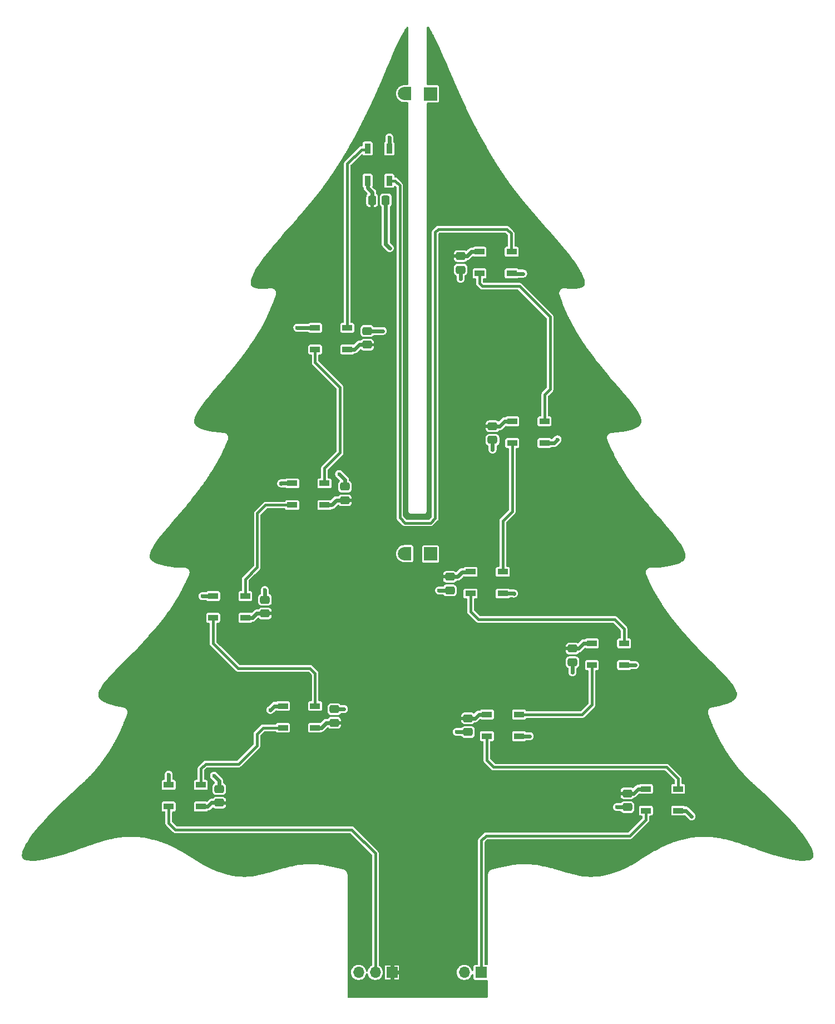
<source format=gtl>
G04 #@! TF.GenerationSoftware,KiCad,Pcbnew,8.0.6*
G04 #@! TF.CreationDate,2024-11-23T10:35:43+01:00*
G04 #@! TF.ProjectId,ChristmasTree,43687269-7374-46d6-9173-547265652e6b,rev?*
G04 #@! TF.SameCoordinates,Original*
G04 #@! TF.FileFunction,Copper,L1,Top*
G04 #@! TF.FilePolarity,Positive*
%FSLAX46Y46*%
G04 Gerber Fmt 4.6, Leading zero omitted, Abs format (unit mm)*
G04 Created by KiCad (PCBNEW 8.0.6) date 2024-11-23 10:35:43*
%MOMM*%
%LPD*%
G01*
G04 APERTURE LIST*
G04 Aperture macros list*
%AMRoundRect*
0 Rectangle with rounded corners*
0 $1 Rounding radius*
0 $2 $3 $4 $5 $6 $7 $8 $9 X,Y pos of 4 corners*
0 Add a 4 corners polygon primitive as box body*
4,1,4,$2,$3,$4,$5,$6,$7,$8,$9,$2,$3,0*
0 Add four circle primitives for the rounded corners*
1,1,$1+$1,$2,$3*
1,1,$1+$1,$4,$5*
1,1,$1+$1,$6,$7*
1,1,$1+$1,$8,$9*
0 Add four rect primitives between the rounded corners*
20,1,$1+$1,$2,$3,$4,$5,0*
20,1,$1+$1,$4,$5,$6,$7,0*
20,1,$1+$1,$6,$7,$8,$9,0*
20,1,$1+$1,$8,$9,$2,$3,0*%
G04 Aperture macros list end*
G04 #@! TA.AperFunction,EtchedComponent*
%ADD10C,0.000000*%
G04 #@! TD*
G04 #@! TA.AperFunction,SMDPad,CuDef*
%ADD11RoundRect,0.250000X-0.475000X0.337500X-0.475000X-0.337500X0.475000X-0.337500X0.475000X0.337500X0*%
G04 #@! TD*
G04 #@! TA.AperFunction,ComponentPad*
%ADD12R,1.700000X1.700000*%
G04 #@! TD*
G04 #@! TA.AperFunction,ComponentPad*
%ADD13O,1.700000X1.700000*%
G04 #@! TD*
G04 #@! TA.AperFunction,SMDPad,CuDef*
%ADD14C,0.500000*%
G04 #@! TD*
G04 #@! TA.AperFunction,SMDPad,CuDef*
%ADD15R,2.000000X2.000000*%
G04 #@! TD*
G04 #@! TA.AperFunction,SMDPad,CuDef*
%ADD16R,1.500000X0.900000*%
G04 #@! TD*
G04 #@! TA.AperFunction,SMDPad,CuDef*
%ADD17RoundRect,0.250000X0.475000X-0.337500X0.475000X0.337500X-0.475000X0.337500X-0.475000X-0.337500X0*%
G04 #@! TD*
G04 #@! TA.AperFunction,SMDPad,CuDef*
%ADD18R,0.900000X1.500000*%
G04 #@! TD*
G04 #@! TA.AperFunction,SMDPad,CuDef*
%ADD19C,2.000000*%
G04 #@! TD*
G04 #@! TA.AperFunction,SMDPad,CuDef*
%ADD20R,1.000000X2.000000*%
G04 #@! TD*
G04 #@! TA.AperFunction,SMDPad,CuDef*
%ADD21RoundRect,0.250000X-0.337500X-0.475000X0.337500X-0.475000X0.337500X0.475000X-0.337500X0.475000X0*%
G04 #@! TD*
G04 #@! TA.AperFunction,ViaPad*
%ADD22C,0.600000*%
G04 #@! TD*
G04 #@! TA.AperFunction,Conductor*
%ADD23C,0.600000*%
G04 #@! TD*
G04 #@! TA.AperFunction,Conductor*
%ADD24C,0.400000*%
G04 #@! TD*
G04 #@! TA.AperFunction,Conductor*
%ADD25C,0.900000*%
G04 #@! TD*
G04 APERTURE END LIST*
D10*
G04 #@! TA.AperFunction,EtchedComponent*
G36*
X110820000Y-86700000D02*
G01*
X109820000Y-86700000D01*
X109820000Y-86200000D01*
X110820000Y-86200000D01*
X110820000Y-86700000D01*
G37*
G04 #@! TD.AperFunction*
G04 #@! TA.AperFunction,EtchedComponent*
G36*
X105960000Y-60800000D02*
G01*
X104960000Y-60800000D01*
X104960000Y-60300000D01*
X105960000Y-60300000D01*
X105960000Y-60800000D01*
G37*
G04 #@! TD.AperFunction*
G04 #@! TA.AperFunction,EtchedComponent*
G36*
X88590000Y-131830000D02*
G01*
X87590000Y-131830000D01*
X87590000Y-131330000D01*
X88590000Y-131330000D01*
X88590000Y-131830000D01*
G37*
G04 #@! TD.AperFunction*
G04 #@! TA.AperFunction,EtchedComponent*
G36*
X78050000Y-115180000D02*
G01*
X77050000Y-115180000D01*
X77050000Y-114680000D01*
X78050000Y-114680000D01*
X78050000Y-115180000D01*
G37*
G04 #@! TD.AperFunction*
G04 #@! TA.AperFunction,EtchedComponent*
G36*
X123000000Y-120520000D02*
G01*
X122000000Y-120520000D01*
X122000000Y-120020000D01*
X123000000Y-120020000D01*
X123000000Y-120520000D01*
G37*
G04 #@! TD.AperFunction*
G04 #@! TA.AperFunction,EtchedComponent*
G36*
X93600000Y-74300000D02*
G01*
X92600000Y-74300000D01*
X92600000Y-73800000D01*
X93600000Y-73800000D01*
X93600000Y-74300000D01*
G37*
G04 #@! TD.AperFunction*
G04 #@! TA.AperFunction,EtchedComponent*
G36*
X104340000Y-109600000D02*
G01*
X103340000Y-109600000D01*
X103340000Y-109100000D01*
X104340000Y-109100000D01*
X104340000Y-109600000D01*
G37*
G04 #@! TD.AperFunction*
G04 #@! TA.AperFunction,EtchedComponent*
G36*
X90230000Y-97960000D02*
G01*
X89230000Y-97960000D01*
X89230000Y-97460000D01*
X90230000Y-97460000D01*
X90230000Y-97960000D01*
G37*
G04 #@! TD.AperFunction*
G04 #@! TA.AperFunction,EtchedComponent*
G36*
X131350000Y-142570000D02*
G01*
X130350000Y-142570000D01*
X130350000Y-142070000D01*
X131350000Y-142070000D01*
X131350000Y-142570000D01*
G37*
G04 #@! TD.AperFunction*
G04 #@! TA.AperFunction,EtchedComponent*
G36*
X93170000Y-53500000D02*
G01*
X92670000Y-53500000D01*
X92670000Y-52500000D01*
X93170000Y-52500000D01*
X93170000Y-53500000D01*
G37*
G04 #@! TD.AperFunction*
G04 #@! TA.AperFunction,EtchedComponent*
G36*
X71100000Y-143990000D02*
G01*
X70100000Y-143990000D01*
X70100000Y-143490000D01*
X71100000Y-143490000D01*
X71100000Y-143990000D01*
G37*
G04 #@! TD.AperFunction*
G04 #@! TA.AperFunction,EtchedComponent*
G36*
X107100000Y-131130000D02*
G01*
X106100000Y-131130000D01*
X106100000Y-130630000D01*
X107100000Y-130630000D01*
X107100000Y-131130000D01*
G37*
G04 #@! TD.AperFunction*
D11*
X111260000Y-86452500D03*
X111260000Y-88527500D03*
D12*
X109505000Y-169545000D03*
D13*
X106965000Y-169545000D03*
D14*
X109820000Y-86450000D03*
X110820000Y-86450000D03*
X104960000Y-60550000D03*
X105960000Y-60550000D03*
D11*
X123430000Y-120270000D03*
X123430000Y-122345000D03*
D15*
X101820000Y-35880800D03*
D16*
X107910000Y-108590000D03*
X107910000Y-111890000D03*
X112810000Y-111890000D03*
X112810000Y-108590000D03*
X134600000Y-141620000D03*
X134600000Y-144920000D03*
X139500000Y-144920000D03*
X139500000Y-141620000D03*
D17*
X87170000Y-131567500D03*
X87170000Y-129492500D03*
D15*
X101820000Y-105880800D03*
D17*
X88800000Y-97717500D03*
X88800000Y-95642500D03*
D16*
X85670000Y-98432500D03*
X85670000Y-95132500D03*
X80770000Y-95132500D03*
X80770000Y-98432500D03*
D11*
X104760000Y-109342500D03*
X104760000Y-111417500D03*
D14*
X88590000Y-131580000D03*
X87590000Y-131580000D03*
D16*
X114260000Y-85690000D03*
X114260000Y-88990000D03*
X119160000Y-88990000D03*
X119160000Y-85690000D03*
X110400000Y-130290000D03*
X110400000Y-133590000D03*
X115300000Y-133590000D03*
X115300000Y-130290000D03*
D14*
X78050000Y-114930000D03*
X77050000Y-114930000D03*
D18*
X92237500Y-49100000D03*
X95537500Y-49100000D03*
X95537500Y-44200000D03*
X92237500Y-44200000D03*
D16*
X66860000Y-144312500D03*
X66860000Y-141012500D03*
X61960000Y-141012500D03*
X61960000Y-144312500D03*
D11*
X107530000Y-130882500D03*
X107530000Y-132957500D03*
D14*
X122000000Y-120270000D03*
X123000000Y-120270000D03*
D19*
X97872000Y-105830000D03*
D20*
X98380000Y-105830000D03*
D16*
X109270000Y-59900000D03*
X109270000Y-63200000D03*
X114170000Y-63200000D03*
X114170000Y-59900000D03*
D17*
X92170000Y-74040000D03*
X92170000Y-71965000D03*
D14*
X93600000Y-74050000D03*
X92600000Y-74050000D03*
D11*
X106390000Y-60552500D03*
X106390000Y-62627500D03*
D14*
X103340000Y-109350000D03*
X104340000Y-109350000D03*
D17*
X69670000Y-143717500D03*
X69670000Y-141642500D03*
D14*
X90230000Y-97710000D03*
X89230000Y-97710000D03*
X130350000Y-142320000D03*
X131350000Y-142320000D03*
D16*
X73630000Y-115590000D03*
X73630000Y-112290000D03*
X68730000Y-112290000D03*
X68730000Y-115590000D03*
D11*
X131770000Y-142312500D03*
X131770000Y-144387500D03*
D16*
X84250000Y-132310000D03*
X84250000Y-129010000D03*
X79350000Y-129010000D03*
X79350000Y-132310000D03*
D19*
X97872000Y-35830000D03*
D20*
X98380000Y-35830000D03*
D14*
X92920000Y-53500000D03*
X92920000Y-52500000D03*
D12*
X95950000Y-169545000D03*
D13*
X93410000Y-169545000D03*
X90870000Y-169545000D03*
D14*
X71100000Y-143740000D03*
X70100000Y-143740000D03*
X106100000Y-130880000D03*
X107100000Y-130880000D03*
D16*
X126380000Y-119480000D03*
X126380000Y-122780000D03*
X131280000Y-122780000D03*
X131280000Y-119480000D03*
D21*
X92932500Y-52060000D03*
X95007500Y-52060000D03*
D17*
X76620000Y-114927500D03*
X76620000Y-112852500D03*
D16*
X89150000Y-74762500D03*
X89150000Y-71462500D03*
X84250000Y-71462500D03*
X84250000Y-74762500D03*
D22*
X86655000Y-80725000D03*
X85410000Y-144580000D03*
X91345000Y-118525000D03*
X95402500Y-61092500D03*
X82537500Y-102642500D03*
X70850000Y-131200000D03*
X104450000Y-98570000D03*
X127240000Y-130160000D03*
X115820000Y-81960000D03*
X104110000Y-59030000D03*
X117270000Y-112110000D03*
X117190000Y-145400000D03*
X123420000Y-123890000D03*
X141550000Y-145800000D03*
X81540000Y-71440000D03*
X94550000Y-71950000D03*
X67110000Y-112300000D03*
X61960000Y-139460000D03*
X95550000Y-42520000D03*
X76610000Y-111370000D03*
X79080000Y-95140000D03*
X121150000Y-88450000D03*
X114510000Y-111900000D03*
X111260000Y-90000000D03*
X87900000Y-93710000D03*
X106390000Y-64030000D03*
X95620000Y-59350000D03*
X88650000Y-129480000D03*
X95007500Y-55330000D03*
X115920000Y-63220000D03*
X132950000Y-122790000D03*
X68860000Y-139620000D03*
X77450000Y-129610000D03*
X105810000Y-132950000D03*
X130200000Y-144380000D03*
X116920000Y-133600000D03*
X103130000Y-111430000D03*
D23*
X95950000Y-169545000D02*
X97660000Y-169545000D01*
X95950000Y-169545000D02*
X95950000Y-171165000D01*
X95950000Y-169545000D02*
X95950000Y-167775000D01*
X76620000Y-111380000D02*
X76610000Y-111370000D01*
X87170000Y-129492500D02*
X88637500Y-129492500D01*
X81562500Y-71462500D02*
X81540000Y-71440000D01*
X69670000Y-141642500D02*
X69670000Y-140430000D01*
X131770000Y-144387500D02*
X130207500Y-144387500D01*
X111260000Y-88527500D02*
X111260000Y-90000000D01*
X67120000Y-112290000D02*
X67110000Y-112300000D01*
X115300000Y-133590000D02*
X116910000Y-133590000D01*
X123430000Y-123880000D02*
X123420000Y-123890000D01*
X115920000Y-63220000D02*
X114190000Y-63220000D01*
X80770000Y-95132500D02*
X79087500Y-95132500D01*
X88800000Y-94610000D02*
X88800000Y-95642500D01*
X116910000Y-133590000D02*
X116920000Y-133600000D01*
X68730000Y-112290000D02*
X67120000Y-112290000D01*
X94535000Y-71965000D02*
X94550000Y-71950000D01*
X95620000Y-59350000D02*
X95007500Y-58737500D01*
X114190000Y-63220000D02*
X114170000Y-63200000D01*
X69670000Y-140430000D02*
X68860000Y-139620000D01*
X120610000Y-88990000D02*
X121150000Y-88450000D01*
X87900000Y-93710000D02*
X88800000Y-94610000D01*
X106390000Y-62627500D02*
X106390000Y-64030000D01*
X140670000Y-144920000D02*
X139500000Y-144920000D01*
X88637500Y-129492500D02*
X88650000Y-129480000D01*
X77450000Y-129610000D02*
X78050000Y-129010000D01*
X131280000Y-122780000D02*
X132940000Y-122780000D01*
X141550000Y-145800000D02*
X140670000Y-144920000D01*
X95537500Y-44200000D02*
X95537500Y-42532500D01*
X79087500Y-95132500D02*
X79080000Y-95140000D01*
X78050000Y-129010000D02*
X79350000Y-129010000D01*
X95007500Y-58737500D02*
X95007500Y-52060000D01*
X132940000Y-122780000D02*
X132950000Y-122790000D01*
X76620000Y-112852500D02*
X76620000Y-111380000D01*
X92170000Y-71965000D02*
X94535000Y-71965000D01*
X95537500Y-42532500D02*
X95550000Y-42520000D01*
X105817500Y-132957500D02*
X105810000Y-132950000D01*
X61960000Y-141012500D02*
X61960000Y-139460000D01*
X123430000Y-122345000D02*
X123430000Y-123880000D01*
X119160000Y-88990000D02*
X120610000Y-88990000D01*
X103142500Y-111417500D02*
X103130000Y-111430000D01*
X84250000Y-71462500D02*
X81562500Y-71462500D01*
X107530000Y-132957500D02*
X105817500Y-132957500D01*
X114500000Y-111890000D02*
X114510000Y-111900000D01*
X130207500Y-144387500D02*
X130200000Y-144380000D01*
X112810000Y-111890000D02*
X114500000Y-111890000D01*
X104760000Y-111417500D02*
X103142500Y-111417500D01*
D24*
X67600000Y-137820000D02*
X72620000Y-137820000D01*
X79330000Y-132330000D02*
X79350000Y-132310000D01*
X75380000Y-133260000D02*
X76310000Y-132330000D01*
X76310000Y-132330000D02*
X79330000Y-132330000D01*
X75380000Y-135060000D02*
X75380000Y-133260000D01*
X72620000Y-137820000D02*
X75380000Y-135060000D01*
X66860000Y-138560000D02*
X67600000Y-137820000D01*
X66860000Y-141012500D02*
X66860000Y-138560000D01*
X68710000Y-115610000D02*
X68730000Y-115590000D01*
X72500000Y-123260000D02*
X68710000Y-119470000D01*
X84250000Y-124020000D02*
X83490000Y-123260000D01*
X84250000Y-129010000D02*
X84250000Y-124020000D01*
X83490000Y-123260000D02*
X72500000Y-123260000D01*
X68710000Y-119470000D02*
X68710000Y-115610000D01*
X75450000Y-107880000D02*
X75450000Y-99690000D01*
X75450000Y-99690000D02*
X76707500Y-98432500D01*
X73630000Y-109700000D02*
X75450000Y-107880000D01*
X76707500Y-98432500D02*
X80770000Y-98432500D01*
X73630000Y-112290000D02*
X73630000Y-109700000D01*
X88040000Y-80530000D02*
X88040000Y-90460000D01*
X84250000Y-74762500D02*
X84250000Y-76740000D01*
X84250000Y-76740000D02*
X88040000Y-80530000D01*
X85670000Y-92830000D02*
X85670000Y-95132500D01*
X88040000Y-90460000D02*
X85670000Y-92830000D01*
X89150000Y-71462500D02*
X89150000Y-46490000D01*
X89150000Y-46490000D02*
X91300000Y-44340000D01*
X91300000Y-44340000D02*
X92097500Y-44340000D01*
X92097500Y-44340000D02*
X92237500Y-44200000D01*
X96400000Y-49120000D02*
X96420000Y-49120000D01*
X102970000Y-56470000D02*
X113430000Y-56470000D01*
X96380000Y-49100000D02*
X96400000Y-49120000D01*
X114080000Y-59810000D02*
X114170000Y-59900000D01*
X101810000Y-101150000D02*
X102510000Y-100450000D01*
X114080000Y-57120000D02*
X114080000Y-59810000D01*
X102510000Y-100450000D02*
X102510000Y-56930000D01*
X97130000Y-100360000D02*
X97920000Y-101150000D01*
X97130000Y-49830000D02*
X97130000Y-100360000D01*
X113430000Y-56470000D02*
X114080000Y-57120000D01*
X96420000Y-49120000D02*
X97130000Y-49830000D01*
X95537500Y-49100000D02*
X96380000Y-49100000D01*
X97920000Y-101150000D02*
X101810000Y-101150000D01*
X102510000Y-56930000D02*
X102970000Y-56470000D01*
X115350000Y-65140000D02*
X109730000Y-65140000D01*
X119200000Y-81630000D02*
X120010000Y-80820000D01*
X120010000Y-69800000D02*
X115350000Y-65140000D01*
X119200000Y-85650000D02*
X119200000Y-81630000D01*
X120010000Y-80820000D02*
X120010000Y-69800000D01*
X119160000Y-85690000D02*
X119200000Y-85650000D01*
X109730000Y-65140000D02*
X109270000Y-64680000D01*
X109270000Y-64680000D02*
X109270000Y-63200000D01*
X114260000Y-88990000D02*
X114260000Y-99390000D01*
X112810000Y-100840000D02*
X112810000Y-108590000D01*
X114260000Y-99390000D02*
X112810000Y-100840000D01*
X109080000Y-115810000D02*
X129810000Y-115810000D01*
X129810000Y-115810000D02*
X131280000Y-117280000D01*
X107910000Y-111890000D02*
X107910000Y-114640000D01*
X131280000Y-117280000D02*
X131280000Y-119480000D01*
X107910000Y-114640000D02*
X109080000Y-115810000D01*
X126380000Y-128800000D02*
X124860000Y-130320000D01*
X115330000Y-130320000D02*
X115300000Y-130290000D01*
X126380000Y-122780000D02*
X126380000Y-128800000D01*
X124860000Y-130320000D02*
X115330000Y-130320000D01*
X139530000Y-140080000D02*
X139530000Y-141590000D01*
X111430000Y-138310000D02*
X137760000Y-138310000D01*
X110400000Y-137280000D02*
X111430000Y-138310000D01*
X110400000Y-133590000D02*
X110400000Y-137280000D01*
X137760000Y-138310000D02*
X139530000Y-140080000D01*
X139530000Y-141590000D02*
X139500000Y-141620000D01*
X134600000Y-146300000D02*
X132140000Y-148760000D01*
X110250000Y-148760000D02*
X109540000Y-149470000D01*
X132140000Y-148760000D02*
X110250000Y-148760000D01*
X109540000Y-149470000D02*
X109540000Y-169740000D01*
X134600000Y-144920000D02*
X134600000Y-146300000D01*
X109540000Y-169740000D02*
X109505000Y-169775000D01*
X62570000Y-147420000D02*
X61980000Y-146830000D01*
X61980000Y-146830000D02*
X61980000Y-144332500D01*
X62950000Y-147810000D02*
X62570000Y-147430000D01*
X93385000Y-169765000D02*
X93410000Y-169740000D01*
X61980000Y-144332500D02*
X61960000Y-144312500D01*
X93410000Y-151400000D02*
X89820000Y-147810000D01*
X62570000Y-147430000D02*
X62570000Y-147420000D01*
X89820000Y-147810000D02*
X62950000Y-147810000D01*
X93410000Y-169740000D02*
X93410000Y-151400000D01*
D23*
X66860000Y-144312500D02*
X67907500Y-144312500D01*
X68502500Y-143717500D02*
X69670000Y-143717500D01*
X67907500Y-144312500D02*
X68502500Y-143717500D01*
X85932500Y-131567500D02*
X87170000Y-131567500D01*
X85190000Y-132310000D02*
X85932500Y-131567500D01*
X84250000Y-132310000D02*
X85190000Y-132310000D01*
X73630000Y-115590000D02*
X74690000Y-115590000D01*
X75350000Y-114930000D02*
X76617500Y-114930000D01*
X76620000Y-114927500D02*
X76622500Y-114930000D01*
D25*
X76617500Y-114930000D02*
X76620000Y-114927500D01*
D23*
X74690000Y-115590000D02*
X75350000Y-114930000D01*
X85670000Y-98432500D02*
X86787500Y-98432500D01*
X87502500Y-97717500D02*
X88800000Y-97717500D01*
X86787500Y-98432500D02*
X87502500Y-97717500D01*
X90227500Y-74762500D02*
X89150000Y-74762500D01*
X92170000Y-74040000D02*
X90950000Y-74040000D01*
X90950000Y-74040000D02*
X90227500Y-74762500D01*
X92940000Y-50870000D02*
X92237500Y-50167500D01*
X92932500Y-52060000D02*
X92932500Y-50877500D01*
X92932500Y-50877500D02*
X92940000Y-50870000D01*
X92237500Y-50167500D02*
X92237500Y-49100000D01*
X108030000Y-59900000D02*
X109270000Y-59900000D01*
X106390000Y-60552500D02*
X107377500Y-60552500D01*
X107377500Y-60552500D02*
X108030000Y-59900000D01*
X112317500Y-86452500D02*
X113080000Y-85690000D01*
X111260000Y-86452500D02*
X112317500Y-86452500D01*
X113080000Y-85690000D02*
X114260000Y-85690000D01*
X104760000Y-109342500D02*
X105897500Y-109342500D01*
X107870000Y-108630000D02*
X107910000Y-108590000D01*
X106610000Y-108630000D02*
X107870000Y-108630000D01*
X105897500Y-109342500D02*
X106610000Y-108630000D01*
X124340000Y-120270000D02*
X125130000Y-119480000D01*
X125130000Y-119480000D02*
X126380000Y-119480000D01*
X123430000Y-120270000D02*
X124340000Y-120270000D01*
X108587500Y-130882500D02*
X109180000Y-130290000D01*
X107530000Y-130882500D02*
X108587500Y-130882500D01*
X109180000Y-130290000D02*
X110400000Y-130290000D01*
X133410000Y-141620000D02*
X134600000Y-141620000D01*
X132717500Y-142312500D02*
X133410000Y-141620000D01*
X131770000Y-142312500D02*
X132717500Y-142312500D01*
G04 #@! TA.AperFunction,Conductor*
G36*
X101480684Y-25651671D02*
G01*
X101531065Y-25699434D01*
X101745336Y-26028666D01*
X101748328Y-26033459D01*
X101973364Y-26409702D01*
X101975667Y-26413690D01*
X102205396Y-26826211D01*
X102207178Y-26829508D01*
X102441670Y-27276683D01*
X102443053Y-27279387D01*
X102682574Y-27759709D01*
X102683645Y-27761903D01*
X102928493Y-28273743D01*
X102929318Y-28275496D01*
X103180076Y-28817688D01*
X103180701Y-28819058D01*
X103437756Y-29389934D01*
X103438213Y-29390960D01*
X103551897Y-29648650D01*
X103702266Y-29989492D01*
X103702572Y-29990192D01*
X103811297Y-30240294D01*
X103973979Y-30614512D01*
X103974185Y-30614987D01*
X104254073Y-31264983D01*
X104254175Y-31265221D01*
X104542325Y-31937630D01*
X104542331Y-31937659D01*
X104542337Y-31937657D01*
X104810649Y-32564101D01*
X104811124Y-32565440D01*
X104840507Y-32633809D01*
X104840544Y-32633992D01*
X104840579Y-32633978D01*
X104869809Y-32702223D01*
X104870445Y-32703472D01*
X105118375Y-33280365D01*
X105119341Y-33283082D01*
X105128375Y-33303957D01*
X105148377Y-33350175D01*
X105174194Y-33410247D01*
X105177344Y-33417576D01*
X105178657Y-33420145D01*
X105183620Y-33431612D01*
X105436782Y-34016598D01*
X105438212Y-34020577D01*
X105441071Y-34027117D01*
X105441072Y-34027120D01*
X105467002Y-34086431D01*
X105467139Y-34086745D01*
X105495737Y-34152825D01*
X105497678Y-34156593D01*
X105504794Y-34172869D01*
X105766507Y-34771471D01*
X105768387Y-34776635D01*
X105797056Y-34841349D01*
X105797347Y-34842010D01*
X105825650Y-34906746D01*
X105828177Y-34911599D01*
X106108266Y-35543849D01*
X106110573Y-35550078D01*
X106139132Y-35613529D01*
X106139491Y-35614333D01*
X106167754Y-35678131D01*
X106170854Y-35684010D01*
X106462742Y-36332512D01*
X106465478Y-36339758D01*
X106494141Y-36402281D01*
X106494542Y-36403164D01*
X106502003Y-36419740D01*
X106522757Y-36465848D01*
X106526406Y-36472661D01*
X106830654Y-37136321D01*
X106833804Y-37144481D01*
X106835712Y-37148559D01*
X106835713Y-37148561D01*
X106862603Y-37206019D01*
X106863036Y-37206956D01*
X106891316Y-37268644D01*
X106895513Y-37276342D01*
X107212691Y-37954073D01*
X107216280Y-37963146D01*
X107245181Y-38023512D01*
X107245740Y-38024692D01*
X107274157Y-38085409D01*
X107278883Y-38093906D01*
X107285491Y-38107707D01*
X107609572Y-38784634D01*
X107613593Y-38794530D01*
X107642737Y-38853925D01*
X107643363Y-38855216D01*
X107671949Y-38914923D01*
X107677216Y-38924189D01*
X108021997Y-39626819D01*
X108026460Y-39637495D01*
X108055858Y-39695845D01*
X108056555Y-39697246D01*
X108085399Y-39756026D01*
X108091220Y-39766031D01*
X108450670Y-40479463D01*
X108455604Y-40490909D01*
X108485352Y-40548319D01*
X108486121Y-40549825D01*
X108515197Y-40607534D01*
X108521581Y-40618237D01*
X108896309Y-41341417D01*
X108901726Y-41353587D01*
X108931829Y-41409991D01*
X108932671Y-41411592D01*
X108962076Y-41468337D01*
X108969023Y-41479676D01*
X109359623Y-42211518D01*
X109365543Y-42224378D01*
X109396011Y-42279721D01*
X109396933Y-42281422D01*
X109426707Y-42337207D01*
X109434245Y-42349172D01*
X109841318Y-43088596D01*
X109847752Y-43102098D01*
X109878644Y-43156427D01*
X109879646Y-43158217D01*
X109909817Y-43213022D01*
X109917959Y-43225569D01*
X110342056Y-43971410D01*
X110346645Y-43980759D01*
X110379990Y-44038136D01*
X110380652Y-44039288D01*
X110411766Y-44094005D01*
X110411768Y-44094007D01*
X110413536Y-44097116D01*
X110419300Y-44105778D01*
X110469253Y-44191734D01*
X110470985Y-44195205D01*
X110474699Y-44201546D01*
X110474700Y-44201548D01*
X110507462Y-44257481D01*
X110507557Y-44257644D01*
X110543959Y-44320282D01*
X110546129Y-44323498D01*
X110596620Y-44409700D01*
X110598391Y-44413221D01*
X110634880Y-44475023D01*
X110635230Y-44475616D01*
X110668048Y-44531646D01*
X110668050Y-44531648D01*
X110671749Y-44537963D01*
X110673952Y-44541205D01*
X110725197Y-44628003D01*
X110727008Y-44631570D01*
X110763804Y-44693394D01*
X110764072Y-44693847D01*
X110800741Y-44755957D01*
X110803006Y-44759263D01*
X110854922Y-44846495D01*
X110856778Y-44850120D01*
X110893909Y-44912005D01*
X110894183Y-44912463D01*
X110930906Y-44974167D01*
X110933202Y-44977493D01*
X110985882Y-45065293D01*
X110987774Y-45068955D01*
X111025029Y-45130540D01*
X111025306Y-45130999D01*
X111062288Y-45192633D01*
X111064630Y-45195999D01*
X111118018Y-45284252D01*
X111119944Y-45287948D01*
X111157365Y-45349295D01*
X111157439Y-45349416D01*
X111191140Y-45405125D01*
X111194884Y-45411313D01*
X111197278Y-45414728D01*
X111251370Y-45503406D01*
X111253343Y-45507157D01*
X111291049Y-45568457D01*
X111291339Y-45568930D01*
X111328682Y-45630149D01*
X111331121Y-45633603D01*
X111385977Y-45722782D01*
X111387987Y-45726569D01*
X111425710Y-45787379D01*
X111426004Y-45787854D01*
X111426139Y-45788073D01*
X111459998Y-45843117D01*
X111459999Y-45843118D01*
X111463735Y-45849191D01*
X111466218Y-45852678D01*
X111521809Y-45942290D01*
X111523866Y-45946131D01*
X111561996Y-46007075D01*
X111562296Y-46007556D01*
X111596282Y-46062341D01*
X111600033Y-46068386D01*
X111602564Y-46071911D01*
X111636812Y-46126648D01*
X111658896Y-46161944D01*
X111660989Y-46165815D01*
X111664752Y-46171778D01*
X111664754Y-46171783D01*
X111699133Y-46226258D01*
X111699276Y-46226484D01*
X111699583Y-46226974D01*
X111737566Y-46287682D01*
X111740151Y-46291254D01*
X111797261Y-46381747D01*
X111799408Y-46385678D01*
X111837933Y-46446194D01*
X111838248Y-46446690D01*
X111876396Y-46507137D01*
X111879030Y-46510748D01*
X111936880Y-46601617D01*
X111939058Y-46605572D01*
X111977748Y-46665814D01*
X111978067Y-46666313D01*
X112016494Y-46726673D01*
X112019173Y-46730313D01*
X112077766Y-46821543D01*
X112077796Y-46821590D01*
X112080026Y-46825600D01*
X112118870Y-46885546D01*
X112119195Y-46886050D01*
X112136115Y-46912394D01*
X112154131Y-46940445D01*
X112157896Y-46946306D01*
X112160620Y-46949977D01*
X112220002Y-47041618D01*
X112222274Y-47045665D01*
X112261445Y-47105579D01*
X112261776Y-47106087D01*
X112300575Y-47165963D01*
X112303352Y-47169674D01*
X112363516Y-47261693D01*
X112365835Y-47265783D01*
X112405247Y-47325521D01*
X112405479Y-47325875D01*
X112440825Y-47379935D01*
X112444600Y-47385709D01*
X112447420Y-47389444D01*
X112508366Y-47481821D01*
X112510724Y-47485940D01*
X112514509Y-47491625D01*
X112514510Y-47491628D01*
X112550418Y-47545562D01*
X112550658Y-47545925D01*
X112589913Y-47605423D01*
X112592786Y-47609198D01*
X112654524Y-47701926D01*
X112656934Y-47706095D01*
X112660731Y-47711745D01*
X112696782Y-47765395D01*
X112696947Y-47765642D01*
X112736577Y-47825166D01*
X112739509Y-47828984D01*
X112802047Y-47922052D01*
X112804494Y-47926245D01*
X112844462Y-47985176D01*
X112844820Y-47985707D01*
X112884610Y-48044923D01*
X112887596Y-48048775D01*
X112950908Y-48142127D01*
X112953412Y-48146374D01*
X112957213Y-48151926D01*
X112993700Y-48205224D01*
X112993988Y-48205647D01*
X113033981Y-48264614D01*
X113037002Y-48268476D01*
X113044897Y-48280009D01*
X113101135Y-48362157D01*
X113103681Y-48366434D01*
X113144206Y-48425075D01*
X113144577Y-48425614D01*
X113184724Y-48484258D01*
X113187811Y-48488170D01*
X113252741Y-48582124D01*
X113255337Y-48586440D01*
X113295978Y-48644692D01*
X113296355Y-48645235D01*
X113336845Y-48703824D01*
X113339980Y-48707761D01*
X113405734Y-48802007D01*
X113405738Y-48802012D01*
X113408396Y-48806385D01*
X113449353Y-48864529D01*
X113449740Y-48865080D01*
X113490348Y-48923286D01*
X113493539Y-48927257D01*
X113560132Y-49021794D01*
X113562827Y-49026185D01*
X113604057Y-49084152D01*
X113604450Y-49084708D01*
X113645265Y-49142652D01*
X113648506Y-49146648D01*
X113715935Y-49241452D01*
X113718686Y-49245886D01*
X113760182Y-49303663D01*
X113760581Y-49304222D01*
X113801592Y-49361885D01*
X113804896Y-49365921D01*
X113873160Y-49460968D01*
X113875953Y-49465425D01*
X113917510Y-49522722D01*
X113917913Y-49523281D01*
X113959355Y-49580981D01*
X113962711Y-49585042D01*
X114031816Y-49680321D01*
X114034664Y-49684818D01*
X114076471Y-49741891D01*
X114076885Y-49742459D01*
X114118549Y-49799904D01*
X114121961Y-49803993D01*
X114191912Y-49899488D01*
X114194812Y-49904021D01*
X114236969Y-49961001D01*
X114237390Y-49961573D01*
X114279198Y-50018649D01*
X114282655Y-50022752D01*
X114353468Y-50118466D01*
X114356421Y-50123032D01*
X114398825Y-50179773D01*
X114399252Y-50180348D01*
X114441303Y-50237185D01*
X114444810Y-50241308D01*
X114516492Y-50337227D01*
X114519485Y-50341807D01*
X114562079Y-50398230D01*
X114562512Y-50398806D01*
X114604867Y-50455482D01*
X114608434Y-50459634D01*
X114680978Y-50555730D01*
X114684024Y-50560343D01*
X114687895Y-50565419D01*
X114687896Y-50565420D01*
X114726917Y-50616586D01*
X114727197Y-50616956D01*
X114769907Y-50673532D01*
X114773544Y-50677724D01*
X114846958Y-50773986D01*
X114850068Y-50778645D01*
X114893179Y-50834595D01*
X114893425Y-50834915D01*
X114932605Y-50886288D01*
X114932606Y-50886289D01*
X114936463Y-50891346D01*
X114940141Y-50895543D01*
X115014394Y-50991910D01*
X115016555Y-50995116D01*
X115060865Y-51052222D01*
X115061173Y-51052620D01*
X115087661Y-51086996D01*
X115088333Y-51087990D01*
X115095150Y-51096721D01*
X115095691Y-51097418D01*
X115100647Y-51103849D01*
X115105576Y-51110245D01*
X115106700Y-51111511D01*
X115133501Y-51145831D01*
X115160647Y-51180816D01*
X115160866Y-51181098D01*
X115161557Y-51182112D01*
X115168967Y-51191544D01*
X115169503Y-51192231D01*
X115178440Y-51203746D01*
X115179400Y-51204821D01*
X115206840Y-51239744D01*
X115234874Y-51275643D01*
X115235532Y-51276602D01*
X115242843Y-51285852D01*
X115243382Y-51286538D01*
X115252007Y-51297583D01*
X115252918Y-51298599D01*
X115280907Y-51334010D01*
X115280961Y-51334078D01*
X115309566Y-51370484D01*
X115310171Y-51371363D01*
X115317171Y-51380168D01*
X115317685Y-51380819D01*
X115326402Y-51391911D01*
X115327268Y-51392871D01*
X115355902Y-51428893D01*
X115356160Y-51429219D01*
X115385274Y-51466055D01*
X115385857Y-51466893D01*
X115391016Y-51473347D01*
X115391017Y-51473349D01*
X115392882Y-51475682D01*
X115393316Y-51476229D01*
X115401653Y-51486779D01*
X115402463Y-51487671D01*
X115431486Y-51523984D01*
X115431650Y-51524359D01*
X115431733Y-51524294D01*
X115461708Y-51562004D01*
X115462239Y-51562762D01*
X115468878Y-51571027D01*
X115469354Y-51571622D01*
X115477711Y-51582136D01*
X115478473Y-51582968D01*
X115508234Y-51620011D01*
X115538538Y-51657926D01*
X115539045Y-51658652D01*
X115545632Y-51666807D01*
X115546115Y-51667408D01*
X115554396Y-51677771D01*
X115555126Y-51678565D01*
X115585397Y-51716053D01*
X115585629Y-51716341D01*
X115616710Y-51755028D01*
X115617174Y-51755682D01*
X115623489Y-51763469D01*
X115623903Y-51763981D01*
X115631719Y-51773707D01*
X115632376Y-51774421D01*
X115663635Y-51812945D01*
X115694946Y-51851722D01*
X115695377Y-51852331D01*
X115700979Y-51859204D01*
X115700980Y-51859206D01*
X115701741Y-51860139D01*
X115702167Y-51860665D01*
X115710170Y-51870575D01*
X115710806Y-51871260D01*
X115742113Y-51909665D01*
X115742328Y-51909930D01*
X115774758Y-51949899D01*
X115775133Y-51950420D01*
X115780261Y-51956689D01*
X115780262Y-51956690D01*
X115780933Y-51957510D01*
X115781297Y-51957957D01*
X115789121Y-51967597D01*
X115789694Y-51968210D01*
X115821801Y-52007422D01*
X115821932Y-52007581D01*
X115854386Y-52047394D01*
X115854773Y-52047933D01*
X115860639Y-52055066D01*
X115861056Y-52055576D01*
X115868441Y-52064637D01*
X115869007Y-52065243D01*
X115901610Y-52104892D01*
X115901752Y-52105066D01*
X115901805Y-52105130D01*
X115934938Y-52145594D01*
X115935299Y-52146095D01*
X115940854Y-52152824D01*
X115940855Y-52152826D01*
X115941214Y-52153261D01*
X115941500Y-52153609D01*
X115948667Y-52162361D01*
X115949181Y-52162910D01*
X115982614Y-52203400D01*
X116024016Y-52253749D01*
X116024018Y-52253750D01*
X116029704Y-52260665D01*
X116030199Y-52261189D01*
X116063848Y-52301782D01*
X116063809Y-52301814D01*
X116064028Y-52302000D01*
X116101714Y-52347642D01*
X116102058Y-52348080D01*
X116103932Y-52350329D01*
X116104022Y-52350437D01*
X116104024Y-52350440D01*
X116104149Y-52350590D01*
X116105517Y-52352247D01*
X116105519Y-52352249D01*
X116111051Y-52358950D01*
X116111496Y-52359421D01*
X116146091Y-52400997D01*
X116162084Y-52420290D01*
X116193789Y-52458539D01*
X116194230Y-52458999D01*
X116228369Y-52499879D01*
X116228370Y-52499880D01*
X116270337Y-52550317D01*
X116276471Y-52557689D01*
X116276884Y-52558119D01*
X116311910Y-52599918D01*
X116312071Y-52600111D01*
X116358690Y-52655936D01*
X116359046Y-52656314D01*
X116395515Y-52699690D01*
X116437482Y-52749772D01*
X116443863Y-52757386D01*
X116444230Y-52757764D01*
X116479608Y-52799712D01*
X116479756Y-52799888D01*
X116516140Y-52843164D01*
X116516357Y-52843459D01*
X116521221Y-52849210D01*
X116521502Y-52849543D01*
X116527747Y-52856970D01*
X116528072Y-52857308D01*
X116564710Y-52900618D01*
X116564711Y-52900619D01*
X116564681Y-52900643D01*
X116564851Y-52900786D01*
X116584842Y-52924489D01*
X116601392Y-52944112D01*
X116601570Y-52944352D01*
X116605640Y-52949150D01*
X116605918Y-52949479D01*
X116612687Y-52957505D01*
X116613030Y-52957861D01*
X116627280Y-52974657D01*
X116649492Y-53000838D01*
X116649586Y-53001037D01*
X116649630Y-53001001D01*
X116684861Y-53042648D01*
X116687171Y-53045378D01*
X116687335Y-53045599D01*
X116691327Y-53050292D01*
X116691588Y-53050600D01*
X116698162Y-53058371D01*
X116698472Y-53058692D01*
X116735740Y-53102501D01*
X116747635Y-53116521D01*
X116773411Y-53146905D01*
X116773585Y-53147138D01*
X116778056Y-53152381D01*
X116778296Y-53152664D01*
X116784148Y-53159561D01*
X116784416Y-53159837D01*
X116822157Y-53204085D01*
X116859994Y-53248563D01*
X116860083Y-53248667D01*
X116860216Y-53248846D01*
X116863898Y-53253153D01*
X116864127Y-53253422D01*
X116870535Y-53260953D01*
X116870807Y-53261234D01*
X116908677Y-53305524D01*
X116908653Y-53305543D01*
X116908797Y-53305663D01*
X116947237Y-53350732D01*
X116947374Y-53350915D01*
X116951272Y-53355463D01*
X116951424Y-53355641D01*
X116951425Y-53355641D01*
X116951650Y-53355905D01*
X116957400Y-53362646D01*
X116957629Y-53362881D01*
X116996146Y-53407822D01*
X116996259Y-53407954D01*
X117034744Y-53452964D01*
X117034864Y-53453124D01*
X117038495Y-53457352D01*
X117038668Y-53457554D01*
X117038691Y-53457581D01*
X117038707Y-53457599D01*
X117044719Y-53464629D01*
X117044947Y-53464864D01*
X117083722Y-53510005D01*
X117083795Y-53510158D01*
X117083829Y-53510130D01*
X117122737Y-53555527D01*
X117122866Y-53555699D01*
X117126731Y-53560189D01*
X117126937Y-53560428D01*
X117132481Y-53566897D01*
X117132674Y-53567094D01*
X117171530Y-53612233D01*
X117171635Y-53612355D01*
X117211095Y-53658296D01*
X117211172Y-53658399D01*
X117213952Y-53661621D01*
X117214158Y-53661861D01*
X117220574Y-53669331D01*
X117220792Y-53669553D01*
X117260354Y-53715424D01*
X117260412Y-53715490D01*
X117299809Y-53761261D01*
X117299907Y-53761390D01*
X117303323Y-53765344D01*
X117303502Y-53765551D01*
X117309132Y-53772092D01*
X117309304Y-53772266D01*
X117348696Y-53817854D01*
X117348758Y-53817982D01*
X117348786Y-53817959D01*
X117388885Y-53864452D01*
X117388958Y-53864548D01*
X117391737Y-53867758D01*
X117391925Y-53867974D01*
X117397927Y-53874934D01*
X117398099Y-53875108D01*
X117407235Y-53885662D01*
X117437822Y-53920999D01*
X117437880Y-53921118D01*
X117437906Y-53921096D01*
X117437907Y-53921097D01*
X117478247Y-53967781D01*
X117478303Y-53967856D01*
X117480682Y-53970600D01*
X117480847Y-53970790D01*
X117487173Y-53978111D01*
X117487342Y-53978282D01*
X117526993Y-54024014D01*
X117527046Y-54024123D01*
X117527070Y-54024103D01*
X117567938Y-54071317D01*
X117567969Y-54071352D01*
X117568037Y-54071442D01*
X117570959Y-54074807D01*
X117571119Y-54074991D01*
X117576755Y-54081502D01*
X117576895Y-54081644D01*
X117617753Y-54128697D01*
X117617739Y-54128708D01*
X117617827Y-54128781D01*
X117658041Y-54175163D01*
X117659518Y-54177103D01*
X117664817Y-54183171D01*
X117707669Y-54232243D01*
X117750416Y-54281472D01*
X117755573Y-54287410D01*
X117757803Y-54289655D01*
X118124926Y-54710071D01*
X118153188Y-54742435D01*
X118154713Y-54744427D01*
X118160127Y-54750600D01*
X118160128Y-54750601D01*
X118203064Y-54799552D01*
X118203227Y-54799739D01*
X118203281Y-54799800D01*
X118251578Y-54855109D01*
X118253361Y-54856896D01*
X118654308Y-55314013D01*
X118654790Y-55314640D01*
X118686831Y-55351119D01*
X118703785Y-55370422D01*
X118703831Y-55370515D01*
X118703852Y-55370498D01*
X118753664Y-55427288D01*
X118754211Y-55427833D01*
X119207293Y-55943680D01*
X119636276Y-56432884D01*
X119710138Y-56517114D01*
X119710364Y-56517372D01*
X120209745Y-57089507D01*
X120210120Y-57089939D01*
X120702469Y-57658405D01*
X120703000Y-57659021D01*
X121185881Y-58222745D01*
X121186577Y-58223563D01*
X121656815Y-58780605D01*
X121657674Y-58781632D01*
X122096032Y-59310646D01*
X122112399Y-59330397D01*
X122113435Y-59331662D01*
X122373498Y-59652840D01*
X122549404Y-59870083D01*
X122550690Y-59871693D01*
X122965069Y-60398173D01*
X122966597Y-60400149D01*
X123356084Y-60912446D01*
X123357890Y-60914871D01*
X123719603Y-61411225D01*
X123721722Y-61414210D01*
X124052412Y-61892245D01*
X124054892Y-61895946D01*
X124351409Y-62353218D01*
X124354295Y-62357853D01*
X124613472Y-62791563D01*
X124616804Y-62797438D01*
X124835601Y-63204400D01*
X124839383Y-63211940D01*
X124929179Y-63404413D01*
X125014869Y-63588088D01*
X125019054Y-63597972D01*
X125148900Y-63938322D01*
X125153217Y-63951433D01*
X125236336Y-64249685D01*
X125240102Y-64267212D01*
X125278094Y-64516226D01*
X125279796Y-64539438D01*
X125278835Y-64733219D01*
X125275763Y-64762588D01*
X125246897Y-64902497D01*
X125235733Y-64935951D01*
X125187767Y-65037648D01*
X125167333Y-65069638D01*
X125092989Y-65158591D01*
X125066744Y-65183216D01*
X124941129Y-65275285D01*
X124914734Y-65290738D01*
X124712899Y-65382538D01*
X124690028Y-65390763D01*
X124398975Y-65469300D01*
X124380550Y-65473043D01*
X123996879Y-65526050D01*
X123982417Y-65527334D01*
X123506352Y-65546295D01*
X123495024Y-65546315D01*
X122927247Y-65525731D01*
X122918292Y-65525136D01*
X122288356Y-65464171D01*
X122267876Y-65460735D01*
X122247938Y-65455941D01*
X122247933Y-65455940D01*
X122221804Y-65456613D01*
X122203617Y-65455970D01*
X122177604Y-65453452D01*
X122177600Y-65453452D01*
X122157361Y-65456829D01*
X122136692Y-65458809D01*
X122119535Y-65459252D01*
X122097485Y-65458186D01*
X122079970Y-65456029D01*
X122079962Y-65456030D01*
X122051248Y-65460055D01*
X122034413Y-65461448D01*
X122005427Y-65462196D01*
X122005419Y-65462198D01*
X121988495Y-65467203D01*
X121966937Y-65471876D01*
X121949458Y-65474327D01*
X121949455Y-65474328D01*
X121922762Y-65485647D01*
X121906865Y-65491349D01*
X121879053Y-65499576D01*
X121869749Y-65505273D01*
X121851336Y-65513462D01*
X121851836Y-65514593D01*
X121786886Y-65543253D01*
X121784911Y-65544108D01*
X121728267Y-65568131D01*
X121726351Y-65569297D01*
X121724489Y-65570411D01*
X121722626Y-65571506D01*
X121674652Y-65610093D01*
X121672965Y-65611430D01*
X121624443Y-65649314D01*
X121622923Y-65650906D01*
X121621413Y-65652464D01*
X121619876Y-65654026D01*
X121583536Y-65703697D01*
X121582253Y-65705424D01*
X121543241Y-65757159D01*
X121539603Y-65762861D01*
X121512579Y-65800670D01*
X121511615Y-65802002D01*
X121474716Y-65852440D01*
X121473883Y-65854005D01*
X121473089Y-65855475D01*
X121472277Y-65856956D01*
X121450314Y-65915526D01*
X121449728Y-65917060D01*
X121427136Y-65975339D01*
X121426737Y-65977064D01*
X121426348Y-65978698D01*
X121425947Y-65980342D01*
X121419894Y-66042566D01*
X121419726Y-66044201D01*
X121414333Y-66093938D01*
X121411240Y-66108742D01*
X121411339Y-66108760D01*
X121409657Y-66118372D01*
X121407620Y-66166481D01*
X121407054Y-66174598D01*
X121402395Y-66222502D01*
X121402395Y-66222504D01*
X121402395Y-66222508D01*
X121402600Y-66228569D01*
X121403545Y-66243975D01*
X121404085Y-66250047D01*
X121414567Y-66297032D01*
X121416122Y-66305025D01*
X121425622Y-66362133D01*
X121425374Y-66362174D01*
X121428316Y-66377970D01*
X121428910Y-66380853D01*
X121428911Y-66380856D01*
X121428911Y-66380858D01*
X121428912Y-66380859D01*
X121438287Y-66407851D01*
X121442957Y-66424285D01*
X121445924Y-66437580D01*
X121449180Y-66452175D01*
X121449183Y-66452183D01*
X121457544Y-66468193D01*
X121466221Y-66488278D01*
X121850825Y-67595600D01*
X121856041Y-67617810D01*
X121857661Y-67623954D01*
X121875936Y-67668570D01*
X121878805Y-67676157D01*
X121894617Y-67721679D01*
X121897478Y-67727380D01*
X121908245Y-67747451D01*
X122340512Y-68802779D01*
X122345710Y-68820658D01*
X122345792Y-68820633D01*
X122348751Y-68829937D01*
X122369840Y-68874870D01*
X122372834Y-68881689D01*
X122391650Y-68927625D01*
X122391651Y-68927627D01*
X122391652Y-68927628D01*
X122396499Y-68936101D01*
X122396424Y-68936143D01*
X122406069Y-68952065D01*
X122773105Y-69734106D01*
X122885170Y-69972881D01*
X122890961Y-69989746D01*
X122891215Y-69989653D01*
X122894595Y-69998810D01*
X122894596Y-69998812D01*
X122894597Y-69998815D01*
X122910283Y-70028621D01*
X122918376Y-70043999D01*
X122921402Y-70050083D01*
X122943102Y-70096318D01*
X122948373Y-70104546D01*
X122948144Y-70104692D01*
X122958102Y-70119485D01*
X123477249Y-71105922D01*
X123483486Y-71121804D01*
X123483912Y-71121627D01*
X123487667Y-71130639D01*
X123499347Y-71150770D01*
X123514002Y-71176030D01*
X123514005Y-71176034D01*
X123516980Y-71181415D01*
X123541425Y-71227862D01*
X123541426Y-71227863D01*
X123547062Y-71235835D01*
X123546685Y-71236101D01*
X123556817Y-71249823D01*
X124109241Y-72201961D01*
X124115790Y-72216889D01*
X124116381Y-72216618D01*
X124120464Y-72225478D01*
X124120466Y-72225483D01*
X124120468Y-72225486D01*
X124149224Y-72271075D01*
X124152079Y-72275793D01*
X124179097Y-72322362D01*
X124185059Y-72330097D01*
X124184542Y-72330495D01*
X124194728Y-72343217D01*
X124773678Y-73261075D01*
X124780425Y-73275094D01*
X124781176Y-73274718D01*
X124785553Y-73283450D01*
X124816518Y-73329144D01*
X124819196Y-73333239D01*
X124848670Y-73379967D01*
X124854918Y-73387481D01*
X124854267Y-73388021D01*
X124864411Y-73399819D01*
X125463393Y-74283730D01*
X125471273Y-74296743D01*
X125475506Y-74304615D01*
X125508559Y-74350492D01*
X125510985Y-74353963D01*
X125533457Y-74387124D01*
X125542743Y-74400827D01*
X125548681Y-74407509D01*
X125558188Y-74419377D01*
X125622804Y-74509064D01*
X126171406Y-75270523D01*
X126179952Y-75283818D01*
X126182940Y-75289058D01*
X126182942Y-75289062D01*
X126217915Y-75335155D01*
X126220045Y-75338035D01*
X126253922Y-75385055D01*
X126253924Y-75385057D01*
X126253926Y-75385059D01*
X126258062Y-75389453D01*
X126268267Y-75401517D01*
X126707746Y-75980728D01*
X126889633Y-76220448D01*
X126889642Y-76220459D01*
X126898818Y-76234045D01*
X126900488Y-76236838D01*
X126937201Y-76283193D01*
X126939069Y-76285602D01*
X126974859Y-76332771D01*
X126974863Y-76332774D01*
X126977143Y-76335079D01*
X126988023Y-76347361D01*
X127610716Y-77133584D01*
X127620485Y-77147478D01*
X127620780Y-77147953D01*
X127659092Y-77194697D01*
X127660656Y-77196639D01*
X127698202Y-77244045D01*
X127698599Y-77244430D01*
X127710109Y-77256943D01*
X128327265Y-78009926D01*
X128335325Y-78021041D01*
X128376222Y-78069676D01*
X128377421Y-78071121D01*
X128417723Y-78120294D01*
X128427170Y-78130265D01*
X128537247Y-78261174D01*
X129031915Y-78849450D01*
X129037340Y-78856771D01*
X129081259Y-78908140D01*
X129082049Y-78909072D01*
X129125490Y-78960734D01*
X129131814Y-78967272D01*
X129209628Y-79058286D01*
X129717304Y-79652088D01*
X129719629Y-79655187D01*
X129724438Y-79660773D01*
X129766789Y-79709968D01*
X129767027Y-79710246D01*
X129813935Y-79765112D01*
X129816649Y-79767885D01*
X130386283Y-80429570D01*
X130425049Y-80474601D01*
X130703243Y-80799031D01*
X131048549Y-81201729D01*
X131049309Y-81202623D01*
X131629983Y-81891163D01*
X131631430Y-81892907D01*
X132136160Y-82510882D01*
X132161600Y-82542029D01*
X132163918Y-82544942D01*
X132207768Y-82601477D01*
X132635761Y-83153291D01*
X132639096Y-83157761D01*
X133044547Y-83722986D01*
X133049051Y-83729637D01*
X133380142Y-84248072D01*
X133385923Y-84257940D01*
X133392885Y-84270942D01*
X133635339Y-84723800D01*
X133642218Y-84738527D01*
X133804898Y-85142989D01*
X133811804Y-85164906D01*
X133888945Y-85497307D01*
X133892784Y-85528682D01*
X133896752Y-85784716D01*
X133891957Y-85824588D01*
X133840059Y-86023799D01*
X133822830Y-86064228D01*
X133708814Y-86249826D01*
X133683455Y-86280823D01*
X133468265Y-86481423D01*
X133442995Y-86500398D01*
X133089077Y-86711505D01*
X133068264Y-86721812D01*
X132558430Y-86926511D01*
X132542527Y-86931878D01*
X131871423Y-87116960D01*
X131859499Y-87119727D01*
X131024588Y-87277629D01*
X131015605Y-87279045D01*
X130009051Y-87406422D01*
X130004437Y-87406933D01*
X129901796Y-87416684D01*
X129900156Y-87416831D01*
X129792517Y-87425858D01*
X129790811Y-87425991D01*
X129685014Y-87433641D01*
X129683243Y-87433758D01*
X129579339Y-87440028D01*
X129577500Y-87440128D01*
X129475758Y-87445006D01*
X129458099Y-87444805D01*
X129428219Y-87442689D01*
X129411985Y-87445830D01*
X129389562Y-87448426D01*
X129373036Y-87449078D01*
X129344285Y-87458009D01*
X129328388Y-87462003D01*
X129305631Y-87466406D01*
X129281673Y-87469056D01*
X129268498Y-87469440D01*
X129268488Y-87469441D01*
X129236443Y-87479036D01*
X129222016Y-87482582D01*
X129189179Y-87488936D01*
X129177325Y-87494704D01*
X129154880Y-87503458D01*
X129142254Y-87507239D01*
X129113786Y-87524799D01*
X129100767Y-87531959D01*
X129070678Y-87546602D01*
X129060722Y-87555241D01*
X129041304Y-87569509D01*
X129008704Y-87589619D01*
X129000021Y-87594581D01*
X128961042Y-87615151D01*
X128959215Y-87616845D01*
X128936179Y-87634359D01*
X128934062Y-87635665D01*
X128934050Y-87635674D01*
X128903811Y-87667727D01*
X128896712Y-87674764D01*
X128864381Y-87704725D01*
X128864379Y-87704727D01*
X128863059Y-87706827D01*
X128845340Y-87729708D01*
X128843628Y-87731522D01*
X128843621Y-87731531D01*
X128822700Y-87770335D01*
X128817663Y-87778970D01*
X128783390Y-87833438D01*
X128778364Y-87840913D01*
X128751428Y-87878466D01*
X128751422Y-87878476D01*
X128751300Y-87878802D01*
X128738000Y-87905575D01*
X128737818Y-87905863D01*
X128737813Y-87905874D01*
X128724168Y-87950009D01*
X128721243Y-87958545D01*
X128704946Y-88001783D01*
X128704944Y-88001791D01*
X128704912Y-88002125D01*
X128698991Y-88031450D01*
X128698891Y-88031771D01*
X128698890Y-88031778D01*
X128697134Y-88077939D01*
X128696518Y-88086948D01*
X128693040Y-88122093D01*
X128688044Y-88148307D01*
X128685987Y-88155512D01*
X128685354Y-88194607D01*
X128684650Y-88206860D01*
X128680800Y-88245776D01*
X128680800Y-88245779D01*
X128682018Y-88253176D01*
X128683976Y-88279775D01*
X128683920Y-88283276D01*
X128683855Y-88287281D01*
X128693362Y-88325207D01*
X128695854Y-88337231D01*
X128702204Y-88375809D01*
X128702206Y-88375814D01*
X128705296Y-88382643D01*
X128714078Y-88407852D01*
X128714297Y-88408726D01*
X128717312Y-88424186D01*
X128721695Y-88455348D01*
X128721698Y-88455359D01*
X128727617Y-88469298D01*
X128734996Y-88491302D01*
X128738681Y-88506005D01*
X128753979Y-88533522D01*
X128760900Y-88547687D01*
X129198642Y-89578626D01*
X129203891Y-89595946D01*
X129204089Y-89595881D01*
X129207140Y-89605160D01*
X129229082Y-89650740D01*
X129231976Y-89657133D01*
X129251748Y-89703697D01*
X129256708Y-89712116D01*
X129256527Y-89712222D01*
X129266076Y-89727589D01*
X129731935Y-90695338D01*
X129737720Y-90711725D01*
X129738077Y-90711591D01*
X129741521Y-90720720D01*
X129766039Y-90766501D01*
X129768943Y-90772215D01*
X129791457Y-90818984D01*
X129796803Y-90827152D01*
X129796483Y-90827361D01*
X129806303Y-90841685D01*
X130307680Y-91777868D01*
X130313864Y-91793336D01*
X130314380Y-91793119D01*
X130318182Y-91802115D01*
X130345129Y-91848033D01*
X130347967Y-91853093D01*
X130373084Y-91899992D01*
X130373087Y-91899996D01*
X130378783Y-91907931D01*
X130378327Y-91908257D01*
X130388301Y-91921595D01*
X130919230Y-92826272D01*
X130925700Y-92840858D01*
X130926369Y-92840548D01*
X130930483Y-92849404D01*
X130959691Y-92895397D01*
X130962413Y-92899854D01*
X130970740Y-92914042D01*
X130990001Y-92946861D01*
X130990002Y-92946862D01*
X130990003Y-92946863D01*
X130996001Y-92954567D01*
X130995419Y-92955019D01*
X131005441Y-92967436D01*
X131559963Y-93840600D01*
X131566616Y-93854350D01*
X131567435Y-93853939D01*
X131571823Y-93862660D01*
X131571825Y-93862664D01*
X131593416Y-93894423D01*
X131603165Y-93908763D01*
X131605721Y-93912653D01*
X131635600Y-93959701D01*
X131641872Y-93967197D01*
X131641168Y-93967785D01*
X131651149Y-93979345D01*
X132223859Y-94821765D01*
X132231841Y-94834919D01*
X132235643Y-94841984D01*
X132268937Y-94888172D01*
X132271287Y-94891528D01*
X132282630Y-94908212D01*
X132303325Y-94938653D01*
X132303327Y-94938655D01*
X132308652Y-94944629D01*
X132318291Y-94956640D01*
X132893969Y-95755265D01*
X132904120Y-95769346D01*
X132912738Y-95782760D01*
X132915398Y-95787434D01*
X132950525Y-95833797D01*
X132952632Y-95836647D01*
X132952644Y-95836663D01*
X132986636Y-95883819D01*
X132986639Y-95883822D01*
X132990307Y-95887716D01*
X133000607Y-95899896D01*
X133478386Y-96530500D01*
X133593880Y-96682936D01*
X133603096Y-96696611D01*
X133604541Y-96699034D01*
X133604543Y-96699038D01*
X133625340Y-96725369D01*
X133641344Y-96745632D01*
X133643177Y-96748002D01*
X133679009Y-96795295D01*
X133680993Y-96797304D01*
X133691918Y-96809663D01*
X134286599Y-97562576D01*
X134296380Y-97576532D01*
X134296562Y-97576826D01*
X134296563Y-97576828D01*
X134334950Y-97623822D01*
X134336368Y-97625588D01*
X134373606Y-97672733D01*
X134373942Y-97673159D01*
X134374186Y-97673396D01*
X134385705Y-97685957D01*
X134974973Y-98407341D01*
X134975748Y-98408289D01*
X134983809Y-98419442D01*
X134984928Y-98420777D01*
X134984929Y-98420779D01*
X135006339Y-98446324D01*
X135024658Y-98468183D01*
X135025855Y-98469630D01*
X135066014Y-98518794D01*
X135075456Y-98528795D01*
X135621301Y-99180085D01*
X135654806Y-99220062D01*
X135660469Y-99227725D01*
X135663106Y-99230817D01*
X135663107Y-99230819D01*
X135703972Y-99278735D01*
X135704058Y-99278836D01*
X135704778Y-99279688D01*
X135745411Y-99328170D01*
X135745414Y-99328172D01*
X135748028Y-99331291D01*
X135754643Y-99338150D01*
X135811504Y-99404822D01*
X136317227Y-99997811D01*
X136320140Y-100001698D01*
X136366676Y-100055794D01*
X136367091Y-100056278D01*
X136413301Y-100110462D01*
X136416672Y-100113913D01*
X137005289Y-100798164D01*
X137005971Y-100798956D01*
X137006007Y-100799032D01*
X137006024Y-100799018D01*
X137614307Y-101506909D01*
X137614893Y-101507596D01*
X137681387Y-101585933D01*
X138150832Y-102138994D01*
X138185916Y-102180326D01*
X138187088Y-102181723D01*
X138236348Y-102241261D01*
X138714092Y-102818686D01*
X138716025Y-102821072D01*
X139191803Y-103420870D01*
X139194597Y-103424506D01*
X139606899Y-103978479D01*
X139612161Y-103985548D01*
X139615969Y-103990907D01*
X139968203Y-104510546D01*
X139973158Y-104518369D01*
X140253165Y-104992410D01*
X140259275Y-105003866D01*
X140440967Y-105383507D01*
X140461278Y-105425945D01*
X140468110Y-105442788D01*
X140589533Y-105803972D01*
X140595511Y-105828428D01*
X140638453Y-106103012D01*
X140641109Y-106119991D01*
X140642532Y-106153455D01*
X140626798Y-106377443D01*
X140618504Y-106417058D01*
X140553285Y-106599912D01*
X140533800Y-106637005D01*
X140403414Y-106817820D01*
X140378417Y-106844742D01*
X140144845Y-107041022D01*
X140121246Y-107057257D01*
X139754964Y-107260373D01*
X139735759Y-107269302D01*
X139224350Y-107464168D01*
X139209592Y-107468928D01*
X138549109Y-107644586D01*
X138537919Y-107647105D01*
X137726143Y-107797289D01*
X137717613Y-107798612D01*
X136747544Y-107920505D01*
X136742945Y-107921011D01*
X136611539Y-107933392D01*
X136609547Y-107933566D01*
X136474770Y-107944442D01*
X136472777Y-107944590D01*
X136340051Y-107953511D01*
X136338060Y-107953631D01*
X136207455Y-107960654D01*
X136205471Y-107960747D01*
X136076966Y-107965941D01*
X136074991Y-107966008D01*
X135948525Y-107969440D01*
X135946563Y-107969480D01*
X135822015Y-107971219D01*
X135820072Y-107971234D01*
X135697357Y-107971347D01*
X135695428Y-107971336D01*
X135574675Y-107969884D01*
X135572773Y-107969849D01*
X135453062Y-107966880D01*
X135451498Y-107966833D01*
X135415052Y-107965546D01*
X135395063Y-107963484D01*
X135378604Y-107960654D01*
X135373395Y-107959758D01*
X135348839Y-107962011D01*
X135329974Y-107962541D01*
X135305325Y-107961670D01*
X135305318Y-107961671D01*
X135283899Y-107966607D01*
X135264052Y-107969789D01*
X135246260Y-107971421D01*
X135224160Y-107971802D01*
X135206609Y-107970800D01*
X135206606Y-107970800D01*
X135178140Y-107976711D01*
X135161465Y-107979199D01*
X135132523Y-107981854D01*
X135132520Y-107981855D01*
X135116030Y-107987935D01*
X135094796Y-107994018D01*
X135077576Y-107997595D01*
X135051614Y-108010670D01*
X135036151Y-108017389D01*
X135008876Y-108027448D01*
X135008874Y-108027449D01*
X135008872Y-108027450D01*
X135000284Y-108033517D01*
X134982162Y-108043038D01*
X134982707Y-108044078D01*
X134920361Y-108076752D01*
X134918220Y-108077852D01*
X134864054Y-108105132D01*
X134863872Y-108105257D01*
X134863136Y-108105698D01*
X134861670Y-108106731D01*
X134859707Y-108108090D01*
X134858200Y-108109115D01*
X134857521Y-108109654D01*
X134857335Y-108109784D01*
X134812734Y-108150882D01*
X134810951Y-108152500D01*
X134765697Y-108192865D01*
X134765541Y-108193047D01*
X134764950Y-108193658D01*
X134763832Y-108194999D01*
X134762274Y-108196836D01*
X134761102Y-108198195D01*
X134760579Y-108198900D01*
X134760425Y-108199084D01*
X134727960Y-108250355D01*
X134726656Y-108252377D01*
X134691351Y-108306188D01*
X134688983Y-108310526D01*
X134663661Y-108351875D01*
X134662483Y-108353767D01*
X134629612Y-108405682D01*
X134628679Y-108407780D01*
X134627757Y-108409812D01*
X134626815Y-108411845D01*
X134609373Y-108470788D01*
X134608726Y-108472916D01*
X134590430Y-108531510D01*
X134590072Y-108533779D01*
X134589713Y-108535944D01*
X134589323Y-108538191D01*
X134587732Y-108599588D01*
X134587658Y-108601812D01*
X134585532Y-108653831D01*
X134583660Y-108667541D01*
X134583750Y-108667550D01*
X134582777Y-108677263D01*
X134584251Y-108724605D01*
X134584273Y-108733097D01*
X134583046Y-108780457D01*
X134583357Y-108783411D01*
X134586400Y-108806058D01*
X134586877Y-108808981D01*
X134600558Y-108854342D01*
X134602777Y-108862538D01*
X134616130Y-108918086D01*
X134616079Y-108918098D01*
X134621124Y-108937276D01*
X134621272Y-108937794D01*
X134632437Y-108963531D01*
X134638397Y-108979803D01*
X134646493Y-109006646D01*
X134646494Y-109006647D01*
X134656288Y-109022454D01*
X134666319Y-109041627D01*
X135082954Y-110001969D01*
X135132472Y-110116106D01*
X135139258Y-110137618D01*
X135141406Y-110143833D01*
X135141409Y-110143840D01*
X135141410Y-110143841D01*
X135162988Y-110186997D01*
X135166396Y-110194301D01*
X135185611Y-110238592D01*
X135185612Y-110238594D01*
X135185614Y-110238597D01*
X135188988Y-110244224D01*
X135201121Y-110263264D01*
X135710447Y-111281906D01*
X135716959Y-111299326D01*
X135717044Y-111299293D01*
X135720687Y-111308345D01*
X135720691Y-111308352D01*
X135745106Y-111351636D01*
X135748583Y-111358177D01*
X135770806Y-111402624D01*
X135776273Y-111410708D01*
X135776196Y-111410759D01*
X135786993Y-111425898D01*
X136340244Y-112406748D01*
X136347268Y-112423113D01*
X136347520Y-112422999D01*
X136351574Y-112431882D01*
X136378686Y-112475215D01*
X136382139Y-112481024D01*
X136388756Y-112492754D01*
X136407260Y-112525560D01*
X136413127Y-112533367D01*
X136412905Y-112533533D01*
X136423929Y-112547527D01*
X137014345Y-113491198D01*
X137021739Y-113506550D01*
X137022154Y-113506340D01*
X137026569Y-113515047D01*
X137056222Y-113558367D01*
X137059582Y-113563499D01*
X137087453Y-113608046D01*
X137093670Y-113615579D01*
X137093310Y-113615875D01*
X137104422Y-113628788D01*
X137374515Y-114023388D01*
X137638819Y-114409532D01*
X137725293Y-114535868D01*
X137732919Y-114550242D01*
X137733493Y-114549925D01*
X137738229Y-114558466D01*
X137738230Y-114558468D01*
X137740314Y-114561284D01*
X137770306Y-114601810D01*
X137773478Y-114606265D01*
X137803938Y-114650766D01*
X137803941Y-114650768D01*
X137810457Y-114658033D01*
X137809966Y-114658472D01*
X137821057Y-114670386D01*
X138465661Y-115541384D01*
X138473422Y-115554849D01*
X138474147Y-115554416D01*
X138479155Y-115562790D01*
X138479156Y-115562791D01*
X138479157Y-115562793D01*
X138479159Y-115562796D01*
X138513467Y-115606112D01*
X138516434Y-115609987D01*
X138549306Y-115654405D01*
X138556092Y-115661431D01*
X138555479Y-115662022D01*
X138566457Y-115673019D01*
X139228378Y-116508770D01*
X139237207Y-116521169D01*
X139241980Y-116528654D01*
X139241982Y-116528658D01*
X139241984Y-116528660D01*
X139278395Y-116572020D01*
X139281048Y-116575272D01*
X139309161Y-116610768D01*
X139316203Y-116619659D01*
X139322565Y-116625829D01*
X139332934Y-116636968D01*
X140006507Y-117439079D01*
X140016021Y-117451713D01*
X140019361Y-117456677D01*
X140057674Y-117500081D01*
X140060072Y-117502866D01*
X140097284Y-117547180D01*
X140101679Y-117551204D01*
X140112767Y-117562496D01*
X140791962Y-118331948D01*
X140802126Y-118344828D01*
X140803964Y-118347442D01*
X140844023Y-118390975D01*
X140846068Y-118393244D01*
X140885259Y-118437643D01*
X140885261Y-118437644D01*
X140887672Y-118439745D01*
X140899428Y-118451187D01*
X141390761Y-118985136D01*
X141577385Y-119187946D01*
X141588178Y-119201112D01*
X141588469Y-119201511D01*
X141588471Y-119201514D01*
X141630216Y-119245390D01*
X141631875Y-119247164D01*
X141672808Y-119291647D01*
X141672812Y-119291651D01*
X141672815Y-119291653D01*
X141673181Y-119291958D01*
X141685594Y-119303595D01*
X141760191Y-119382000D01*
X142355492Y-120007693D01*
X142364290Y-120018110D01*
X142408694Y-120063628D01*
X142409985Y-120064968D01*
X142453886Y-120111110D01*
X142463979Y-120120299D01*
X143118901Y-120791639D01*
X143124793Y-120798472D01*
X143172397Y-120846483D01*
X143173246Y-120847346D01*
X143220468Y-120895753D01*
X143227199Y-120901755D01*
X143325026Y-121000420D01*
X143843303Y-121523139D01*
X143860293Y-121540274D01*
X143862800Y-121543147D01*
X143914047Y-121594490D01*
X143914398Y-121594843D01*
X143965022Y-121645902D01*
X143967864Y-121648407D01*
X144478042Y-122159538D01*
X144625360Y-122307131D01*
X145299440Y-122985240D01*
X145300173Y-122985984D01*
X145504069Y-123194534D01*
X145928554Y-123628709D01*
X145930192Y-123630410D01*
X146505323Y-124237630D01*
X146507859Y-124240376D01*
X147021857Y-124811322D01*
X147025480Y-124815503D01*
X147446772Y-125320405D01*
X147470091Y-125348352D01*
X147475084Y-125354677D01*
X147842117Y-125846348D01*
X147848611Y-125855784D01*
X147848623Y-125855802D01*
X148130413Y-126301079D01*
X148138354Y-126315293D01*
X148329262Y-126705742D01*
X148337749Y-126727155D01*
X148438264Y-127052075D01*
X148444355Y-127083143D01*
X148466574Y-127337479D01*
X148464643Y-127377604D01*
X148427164Y-127579788D01*
X148412893Y-127621299D01*
X148312391Y-127814831D01*
X148289387Y-127847503D01*
X148088994Y-128063495D01*
X148065233Y-128084204D01*
X147727374Y-128320798D01*
X147707420Y-128332572D01*
X147213829Y-128574213D01*
X147198397Y-128580720D01*
X146542834Y-128814679D01*
X146531165Y-128818311D01*
X145710549Y-129037274D01*
X145701708Y-129039347D01*
X144709585Y-129240251D01*
X144704252Y-129241230D01*
X144690181Y-129243550D01*
X144675328Y-129245113D01*
X144613782Y-129256132D01*
X144611772Y-129256478D01*
X144584936Y-129260904D01*
X144565623Y-129262808D01*
X144549216Y-129263351D01*
X144522787Y-129271379D01*
X144505749Y-129275477D01*
X144478563Y-129280345D01*
X144461336Y-129288433D01*
X144441333Y-129296121D01*
X144423121Y-129301654D01*
X144423116Y-129301656D01*
X144399666Y-129316250D01*
X144384272Y-129324615D01*
X144359274Y-129336354D01*
X144344727Y-129348625D01*
X144327390Y-129361232D01*
X144311238Y-129371284D01*
X144311234Y-129371288D01*
X144295129Y-129388496D01*
X144292362Y-129391452D01*
X144279657Y-129403518D01*
X144258544Y-129421330D01*
X144247674Y-129436941D01*
X144234185Y-129453613D01*
X144223230Y-129465318D01*
X144209539Y-129478209D01*
X144190449Y-129494034D01*
X144190439Y-129494045D01*
X144177801Y-129511865D01*
X144165058Y-129527476D01*
X144150138Y-129543418D01*
X144150131Y-129543428D01*
X144138447Y-129565306D01*
X144128563Y-129581296D01*
X144114210Y-129601537D01*
X144106620Y-129622009D01*
X144098347Y-129640396D01*
X144088057Y-129659664D01*
X144088057Y-129659665D01*
X144082431Y-129683835D01*
X144077018Y-129701848D01*
X144068398Y-129725096D01*
X144068396Y-129725107D01*
X144066363Y-129746842D01*
X144063133Y-129766737D01*
X144058180Y-129788020D01*
X144058179Y-129788028D01*
X144059000Y-129812817D01*
X144058435Y-129831622D01*
X144055060Y-129867711D01*
X144053431Y-129885124D01*
X144052881Y-129890095D01*
X144045923Y-129944657D01*
X144045957Y-129953170D01*
X144046276Y-129961625D01*
X144055495Y-130015806D01*
X144056252Y-130020754D01*
X144063226Y-130072123D01*
X144064550Y-130089193D01*
X144064581Y-130090728D01*
X144065091Y-130116313D01*
X144065119Y-130117689D01*
X144065119Y-130117693D01*
X144070159Y-130135105D01*
X144074678Y-130156481D01*
X144077117Y-130174449D01*
X144077120Y-130174458D01*
X144088135Y-130200752D01*
X144093833Y-130216899D01*
X144098071Y-130231542D01*
X144103357Y-130259744D01*
X144103626Y-130262765D01*
X144118575Y-130303649D01*
X144121761Y-130313388D01*
X144133868Y-130355217D01*
X144135433Y-130357806D01*
X144147844Y-130383692D01*
X144213879Y-130564278D01*
X144217385Y-130575999D01*
X144240336Y-130636659D01*
X144240915Y-130638215D01*
X144263178Y-130699100D01*
X144268180Y-130710253D01*
X144316165Y-130837079D01*
X144333762Y-130883587D01*
X144337481Y-130895525D01*
X144361031Y-130955689D01*
X144361640Y-130957272D01*
X144384502Y-131017697D01*
X144389744Y-131029039D01*
X144459156Y-131206362D01*
X144463097Y-131218519D01*
X144487286Y-131278249D01*
X144487884Y-131279752D01*
X144487999Y-131280044D01*
X144511369Y-131339746D01*
X144516855Y-131351268D01*
X144590188Y-131532354D01*
X144594361Y-131544723D01*
X144595178Y-131546674D01*
X144595179Y-131546677D01*
X144619166Y-131603935D01*
X144619806Y-131605490D01*
X144643890Y-131664963D01*
X144649641Y-131676683D01*
X144726984Y-131861305D01*
X144731400Y-131873891D01*
X144756798Y-131932500D01*
X144757511Y-131934172D01*
X144782203Y-131993113D01*
X144788223Y-132005016D01*
X144869661Y-132192939D01*
X144874331Y-132205745D01*
X144900377Y-132263848D01*
X144901126Y-132265547D01*
X144926430Y-132323935D01*
X144932722Y-132336003D01*
X145018343Y-132527005D01*
X145023281Y-132540031D01*
X145049937Y-132597514D01*
X145050726Y-132599244D01*
X145076676Y-132657130D01*
X145083271Y-132669399D01*
X145163501Y-132842414D01*
X145173170Y-132863264D01*
X145178386Y-132876504D01*
X145205697Y-132933440D01*
X145206526Y-132935196D01*
X145233088Y-132992476D01*
X145239987Y-133004919D01*
X145251565Y-133029055D01*
X145334239Y-133201406D01*
X145339749Y-133214867D01*
X145367704Y-133271198D01*
X145368536Y-133272903D01*
X145395195Y-133328479D01*
X145395774Y-133329686D01*
X145402988Y-133342302D01*
X145501701Y-133541223D01*
X145507507Y-133554876D01*
X145508041Y-133555917D01*
X145508042Y-133555919D01*
X145509111Y-133558001D01*
X145536112Y-133610595D01*
X145536995Y-133612345D01*
X145564343Y-133667453D01*
X145564861Y-133668496D01*
X145572410Y-133681296D01*
X145671953Y-133875185D01*
X145675657Y-133882398D01*
X145681786Y-133896277D01*
X145711028Y-133951328D01*
X145711960Y-133953112D01*
X145712076Y-133953336D01*
X145740484Y-134008670D01*
X145748363Y-134021616D01*
X145856248Y-134224716D01*
X145862707Y-134238798D01*
X145892627Y-134293234D01*
X145893638Y-134295104D01*
X145922749Y-134349907D01*
X145930984Y-134363017D01*
X146043588Y-134567881D01*
X146050385Y-134582154D01*
X146080981Y-134635942D01*
X146082042Y-134637841D01*
X146111793Y-134691968D01*
X146120395Y-134705232D01*
X146237814Y-134911655D01*
X146244966Y-134926118D01*
X146245221Y-134926551D01*
X146245222Y-134926554D01*
X146276181Y-134979138D01*
X146277293Y-134981060D01*
X146307737Y-135034579D01*
X146316714Y-135047985D01*
X146332543Y-135074870D01*
X146439046Y-135255767D01*
X146446563Y-135270409D01*
X146478434Y-135322702D01*
X146479601Y-135324650D01*
X146510713Y-135377494D01*
X146520075Y-135391025D01*
X146647398Y-135599934D01*
X146655298Y-135614755D01*
X146687870Y-135666372D01*
X146689093Y-135668344D01*
X146720824Y-135720407D01*
X146730587Y-135734065D01*
X146863011Y-135943916D01*
X146871299Y-135958893D01*
X146871301Y-135958897D01*
X146904498Y-136009695D01*
X146905747Y-136011639D01*
X146919582Y-136033562D01*
X146938212Y-136063086D01*
X146938214Y-136063088D01*
X146948390Y-136076859D01*
X147085998Y-136287426D01*
X147094504Y-136302231D01*
X147094601Y-136302426D01*
X147094646Y-136302492D01*
X147128616Y-136352676D01*
X147129921Y-136354638D01*
X147163084Y-136405384D01*
X147163231Y-136405555D01*
X147173591Y-136419116D01*
X147316485Y-136630206D01*
X147325209Y-136644830D01*
X147325413Y-136645221D01*
X147360174Y-136694783D01*
X147361575Y-136696816D01*
X147395485Y-136746910D01*
X147395769Y-136747230D01*
X147406331Y-136760593D01*
X147554616Y-136972018D01*
X147563547Y-136986433D01*
X147563865Y-136987018D01*
X147563866Y-136987020D01*
X147563867Y-136987021D01*
X147580184Y-137009469D01*
X147599370Y-137035864D01*
X147600806Y-137037874D01*
X147635528Y-137087380D01*
X147635529Y-137087381D01*
X147635533Y-137087386D01*
X147635978Y-137087871D01*
X147646721Y-137101005D01*
X147728935Y-137214108D01*
X147800488Y-137312545D01*
X147809643Y-137326775D01*
X147810077Y-137327542D01*
X147810078Y-137327544D01*
X147810079Y-137327545D01*
X147821760Y-137343046D01*
X147846350Y-137375678D01*
X147847876Y-137377739D01*
X147883345Y-137426534D01*
X147883950Y-137427171D01*
X147894885Y-137440085D01*
X148054238Y-137651548D01*
X148063615Y-137665580D01*
X148064177Y-137666534D01*
X148101247Y-137713968D01*
X148102841Y-137716046D01*
X148139052Y-137764098D01*
X148139827Y-137764887D01*
X148150938Y-137777555D01*
X148315997Y-137988762D01*
X148325588Y-138002577D01*
X148326284Y-138003712D01*
X148364142Y-138050408D01*
X148365801Y-138052492D01*
X148402777Y-138099806D01*
X148403719Y-138100731D01*
X148415032Y-138113176D01*
X148585892Y-138323923D01*
X148595693Y-138337509D01*
X148596532Y-138338822D01*
X148635143Y-138384710D01*
X148636874Y-138386805D01*
X148674637Y-138433385D01*
X148675758Y-138434447D01*
X148687266Y-138446657D01*
X148864018Y-138656721D01*
X148874053Y-138670105D01*
X148875032Y-138671577D01*
X148914421Y-138716664D01*
X148916220Y-138718762D01*
X148954761Y-138764566D01*
X148956054Y-138765748D01*
X148967743Y-138777700D01*
X149150539Y-138986939D01*
X149160786Y-139000088D01*
X149161910Y-139001711D01*
X149202067Y-139045963D01*
X149203936Y-139048062D01*
X149243258Y-139093072D01*
X149244748Y-139094384D01*
X149256633Y-139106092D01*
X149369187Y-139230121D01*
X149445536Y-139314255D01*
X149456012Y-139327182D01*
X149457296Y-139328961D01*
X149498232Y-139372365D01*
X149500105Y-139374388D01*
X149540261Y-139418639D01*
X149540263Y-139418640D01*
X149540264Y-139418641D01*
X149541921Y-139420045D01*
X149553995Y-139431493D01*
X149749168Y-139638441D01*
X149759855Y-139651118D01*
X149761304Y-139653045D01*
X149803005Y-139695569D01*
X149805019Y-139697662D01*
X149845885Y-139740993D01*
X149847739Y-139742504D01*
X149859994Y-139753681D01*
X150061546Y-139959209D01*
X150072453Y-139971644D01*
X150074055Y-139973689D01*
X150074056Y-139973690D01*
X150074058Y-139973693D01*
X150116585Y-140015374D01*
X150118582Y-140017371D01*
X150160240Y-140059851D01*
X150160243Y-140059852D01*
X150162277Y-140061445D01*
X150174725Y-140072358D01*
X150371187Y-140264914D01*
X150382774Y-140276271D01*
X150393897Y-140288451D01*
X150395676Y-140290630D01*
X150438925Y-140331349D01*
X150441083Y-140333422D01*
X150483451Y-140374948D01*
X150485691Y-140376631D01*
X150498313Y-140387259D01*
X150610103Y-140492505D01*
X150713003Y-140589382D01*
X150724338Y-140601300D01*
X150726279Y-140603581D01*
X150726280Y-140603582D01*
X150726281Y-140603583D01*
X150757063Y-140631401D01*
X150770242Y-140643312D01*
X150772474Y-140645371D01*
X150815644Y-140686014D01*
X150815650Y-140686017D01*
X150818067Y-140687759D01*
X150830868Y-140698102D01*
X151036729Y-140884145D01*
X151052167Y-140898097D01*
X151056671Y-140902711D01*
X151061027Y-140906603D01*
X151061029Y-140906605D01*
X151108984Y-140949446D01*
X151109467Y-140949881D01*
X151161259Y-140996687D01*
X151166313Y-141000664D01*
X151446847Y-141251286D01*
X151817119Y-141582079D01*
X151817703Y-141582600D01*
X151818770Y-141583562D01*
X152509524Y-142212739D01*
X152510637Y-142213763D01*
X153133752Y-142793019D01*
X153184758Y-142840434D01*
X153185887Y-142841495D01*
X153272810Y-142924066D01*
X153841326Y-143464114D01*
X153842537Y-143465277D01*
X154477202Y-144082251D01*
X154478311Y-144083343D01*
X155089930Y-144692890D01*
X155091313Y-144694287D01*
X155338199Y-144947076D01*
X155677819Y-145294818D01*
X155679309Y-145296366D01*
X156238657Y-145886302D01*
X156240180Y-145887936D01*
X156710506Y-146400500D01*
X156770082Y-146465426D01*
X156771889Y-146467431D01*
X157270193Y-147030736D01*
X157270212Y-147030757D01*
X157272210Y-147033063D01*
X157736788Y-147580427D01*
X157739000Y-147583095D01*
X158167604Y-148112563D01*
X158170069Y-148115693D01*
X158560502Y-148625284D01*
X158563261Y-148629004D01*
X158913271Y-149116509D01*
X158916374Y-149121003D01*
X159223618Y-149583847D01*
X159227109Y-149589364D01*
X159489414Y-150024775D01*
X159493328Y-150031681D01*
X159708518Y-150436167D01*
X159712839Y-150444977D01*
X159879106Y-150814258D01*
X159883704Y-150825718D01*
X159982781Y-151105662D01*
X159999999Y-151154310D01*
X160004472Y-151169455D01*
X160071546Y-151450688D01*
X160074909Y-151470806D01*
X160096998Y-151697519D01*
X160097234Y-151723740D01*
X160083898Y-151892004D01*
X160077786Y-151924016D01*
X160041929Y-152040653D01*
X160026488Y-152074824D01*
X159973054Y-152161863D01*
X159948929Y-152191711D01*
X159862682Y-152274000D01*
X159834981Y-152294854D01*
X159688562Y-152380385D01*
X159662668Y-152392349D01*
X159435919Y-152471781D01*
X159414326Y-152477569D01*
X159099743Y-152537018D01*
X159082608Y-152539236D01*
X158679943Y-152567771D01*
X158666516Y-152568116D01*
X158177413Y-152558615D01*
X158166841Y-152558033D01*
X157592797Y-152505942D01*
X157584371Y-152504935D01*
X156924722Y-152406950D01*
X156918505Y-152405892D01*
X156221479Y-152271995D01*
X156216523Y-152270955D01*
X155532316Y-152115240D01*
X155527909Y-152114166D01*
X154856393Y-151939679D01*
X154852574Y-151938632D01*
X154192140Y-151748152D01*
X154188938Y-151747190D01*
X153537697Y-151543426D01*
X153535134Y-151542598D01*
X152891802Y-151328465D01*
X152889894Y-151327816D01*
X152252662Y-151106098D01*
X152251426Y-151105662D01*
X151618389Y-150879138D01*
X151617836Y-150878939D01*
X151059309Y-150676589D01*
X151058205Y-150676106D01*
X150988301Y-150650863D01*
X150988309Y-150650838D01*
X150988156Y-150650811D01*
X150926313Y-150628406D01*
X150926311Y-150628405D01*
X150917844Y-150625338D01*
X150916695Y-150625006D01*
X150913557Y-150623873D01*
X150432052Y-150449995D01*
X150425732Y-150447257D01*
X150360260Y-150424067D01*
X150359401Y-150423760D01*
X150294049Y-150400161D01*
X150287425Y-150398269D01*
X149805419Y-150227547D01*
X149793982Y-150222709D01*
X149732748Y-150201797D01*
X149731159Y-150201244D01*
X149670205Y-150179656D01*
X149658240Y-150176353D01*
X149177794Y-150012279D01*
X149162025Y-150005867D01*
X149161624Y-150005676D01*
X149104073Y-149987081D01*
X149101733Y-149986304D01*
X149044440Y-149966738D01*
X149044003Y-149966651D01*
X149027542Y-149962353D01*
X148547598Y-149807278D01*
X148532444Y-149801452D01*
X148528808Y-149799821D01*
X148472518Y-149782982D01*
X148469412Y-149782016D01*
X148413413Y-149763922D01*
X148409480Y-149763200D01*
X148393694Y-149759401D01*
X147913257Y-149615676D01*
X147898695Y-149610483D01*
X147891572Y-149607517D01*
X147849785Y-149596240D01*
X147836458Y-149592644D01*
X147832603Y-149591548D01*
X147777871Y-149575175D01*
X147770250Y-149573947D01*
X147755143Y-149570700D01*
X147272141Y-149440353D01*
X147257783Y-149434650D01*
X147257477Y-149435460D01*
X147248346Y-149432000D01*
X147194373Y-149419286D01*
X147189719Y-149418110D01*
X147136246Y-149403680D01*
X147126564Y-149402388D01*
X147126678Y-149401530D01*
X147111331Y-149399727D01*
X146622418Y-149284567D01*
X146607034Y-149279062D01*
X146606830Y-149279670D01*
X146597578Y-149276552D01*
X146544773Y-149266172D01*
X146539370Y-149265005D01*
X146486999Y-149252670D01*
X146486995Y-149252669D01*
X146477284Y-149251691D01*
X146477347Y-149251056D01*
X146461059Y-149249717D01*
X145963676Y-149151952D01*
X145947282Y-149146809D01*
X145947162Y-149147223D01*
X145937782Y-149144494D01*
X145886073Y-149136565D01*
X145879921Y-149135489D01*
X145828678Y-149125416D01*
X145818931Y-149124800D01*
X145818958Y-149124369D01*
X145801797Y-149123644D01*
X145628063Y-149097005D01*
X145294454Y-149045852D01*
X145277128Y-149041244D01*
X145277071Y-149041484D01*
X145267577Y-149039193D01*
X145267573Y-149039192D01*
X145267572Y-149039192D01*
X145216991Y-149033814D01*
X145210165Y-149032928D01*
X145159856Y-149025214D01*
X145150100Y-149025007D01*
X145150105Y-149024762D01*
X145132162Y-149024794D01*
X144613425Y-148969642D01*
X144595239Y-148965731D01*
X144595223Y-148965820D01*
X144585625Y-148964005D01*
X144536024Y-148961225D01*
X144528614Y-148960624D01*
X144479244Y-148955376D01*
X144479240Y-148955376D01*
X144479239Y-148955376D01*
X144469477Y-148955620D01*
X144469474Y-148955530D01*
X144450900Y-148956458D01*
X143919319Y-148926679D01*
X143899134Y-148923415D01*
X143890740Y-148922285D01*
X143842082Y-148922142D01*
X143834191Y-148921910D01*
X143785595Y-148919188D01*
X143777180Y-148919820D01*
X143756810Y-148921893D01*
X143210969Y-148920294D01*
X143187027Y-148917742D01*
X143181799Y-148917330D01*
X143133920Y-148919840D01*
X143125688Y-148920043D01*
X143077785Y-148919903D01*
X143072583Y-148920572D01*
X143048802Y-148924304D01*
X142487262Y-148953748D01*
X142461077Y-148952435D01*
X142457729Y-148952362D01*
X142457728Y-148952362D01*
X142457725Y-148952362D01*
X142410556Y-148957530D01*
X142402136Y-148958211D01*
X142354745Y-148960697D01*
X142354740Y-148960697D01*
X142354737Y-148960698D01*
X142354733Y-148960699D01*
X142351472Y-148961303D01*
X142325803Y-148966817D01*
X141747183Y-149030220D01*
X141720152Y-149030408D01*
X141717512Y-149030502D01*
X141717511Y-149030502D01*
X141717510Y-149030502D01*
X141670859Y-149038339D01*
X141662453Y-149039505D01*
X141635687Y-149042438D01*
X141615438Y-149044657D01*
X141612902Y-149045278D01*
X141586815Y-149052460D01*
X140989675Y-149152791D01*
X140963103Y-149154496D01*
X140960108Y-149154774D01*
X140913917Y-149165272D01*
X140905593Y-149166916D01*
X140858886Y-149174765D01*
X140856048Y-149175634D01*
X140830798Y-149184166D01*
X140213672Y-149324441D01*
X140188737Y-149327463D01*
X140184466Y-149328103D01*
X140138624Y-149341260D01*
X140130549Y-149343335D01*
X140084017Y-149353912D01*
X140079972Y-149355409D01*
X140056663Y-149364783D01*
X139418065Y-149548064D01*
X139395915Y-149551998D01*
X139389410Y-149553336D01*
X139343819Y-149569144D01*
X139336118Y-149571583D01*
X139289721Y-149584900D01*
X139283681Y-149587528D01*
X139263266Y-149597076D01*
X138601650Y-149826492D01*
X138583170Y-149830798D01*
X138583172Y-149830803D01*
X138573726Y-149833264D01*
X138528326Y-149851704D01*
X138521075Y-149854432D01*
X138474805Y-149870477D01*
X138466079Y-149874852D01*
X138466076Y-149874847D01*
X138449345Y-149883786D01*
X137763131Y-150162516D01*
X137745340Y-150167625D01*
X137745374Y-150167732D01*
X137736054Y-150170659D01*
X137690858Y-150191676D01*
X137684120Y-150194609D01*
X137672697Y-150199249D01*
X137637952Y-150213362D01*
X137629463Y-150218187D01*
X137629407Y-150218089D01*
X137613546Y-150227628D01*
X136901116Y-150558914D01*
X136884080Y-150564706D01*
X136884160Y-150564922D01*
X136874991Y-150568279D01*
X136830021Y-150591796D01*
X136823803Y-150594865D01*
X136777753Y-150616279D01*
X136769511Y-150621518D01*
X136769387Y-150621323D01*
X136754425Y-150631328D01*
X136014134Y-151018471D01*
X135997864Y-151024835D01*
X135998002Y-151025166D01*
X135988987Y-151028919D01*
X135944262Y-151054852D01*
X135938575Y-151057986D01*
X135892710Y-151081972D01*
X135884721Y-151087589D01*
X135884515Y-151087296D01*
X135870442Y-151097653D01*
X135100657Y-151543984D01*
X135085155Y-151550811D01*
X135085362Y-151551256D01*
X135076513Y-151555369D01*
X135032002Y-151583650D01*
X135026837Y-151586786D01*
X134981255Y-151613215D01*
X134973517Y-151619176D01*
X134973218Y-151618788D01*
X134960014Y-151629390D01*
X134095061Y-152178968D01*
X134095052Y-152178974D01*
X133199305Y-152748027D01*
X133194032Y-152751225D01*
X132349217Y-153240074D01*
X132343321Y-153243311D01*
X131539230Y-153661341D01*
X131532679Y-153664545D01*
X130767217Y-154016043D01*
X130760002Y-154019129D01*
X130030742Y-154308549D01*
X130022889Y-154311414D01*
X129327372Y-154543208D01*
X129318946Y-154545742D01*
X128654475Y-154724382D01*
X128645595Y-154726480D01*
X128009236Y-154856393D01*
X128000067Y-154857968D01*
X127388720Y-154943457D01*
X127379473Y-154944457D01*
X126789846Y-154989655D01*
X126780758Y-154990073D01*
X126209518Y-154998890D01*
X126200831Y-154998771D01*
X125644637Y-154974908D01*
X125636576Y-154974343D01*
X125092212Y-154921309D01*
X125084969Y-154920424D01*
X124549411Y-154841620D01*
X124543132Y-154840558D01*
X124013576Y-154739352D01*
X124008360Y-154738258D01*
X123482139Y-154618037D01*
X123478047Y-154617041D01*
X122952708Y-154481291D01*
X122949769Y-154480500D01*
X122422724Y-154332759D01*
X122420944Y-154332248D01*
X122405258Y-154327640D01*
X122256220Y-154283857D01*
X121890285Y-154176356D01*
X121889660Y-154176171D01*
X121426188Y-154037813D01*
X121422322Y-154036386D01*
X121353370Y-154016075D01*
X121352851Y-154015921D01*
X121283933Y-153995347D01*
X121279897Y-153994431D01*
X120883779Y-153877748D01*
X120871953Y-153873483D01*
X120869659Y-153872835D01*
X120869658Y-153872835D01*
X120809846Y-153855960D01*
X120808224Y-153855492D01*
X120746300Y-153837251D01*
X120733982Y-153834556D01*
X120332353Y-153721247D01*
X120316617Y-153715843D01*
X120314629Y-153715033D01*
X120256868Y-153699923D01*
X120254120Y-153699176D01*
X120196699Y-153682976D01*
X120194577Y-153682668D01*
X120178278Y-153679363D01*
X119769695Y-153572478D01*
X119754868Y-153567760D01*
X119748126Y-153565220D01*
X119748123Y-153565219D01*
X119748121Y-153565218D01*
X119692237Y-153552162D01*
X119688494Y-153551236D01*
X119633027Y-153536726D01*
X119625883Y-153535829D01*
X119610571Y-153533086D01*
X119192171Y-153435350D01*
X119177459Y-153430087D01*
X119177195Y-153430867D01*
X119167955Y-153427731D01*
X119113888Y-153416980D01*
X119109055Y-153415935D01*
X119055404Y-153403402D01*
X119045691Y-153402442D01*
X119045772Y-153401622D01*
X119030202Y-153400340D01*
X118597487Y-153314300D01*
X118581547Y-153309238D01*
X118581393Y-153309759D01*
X118572029Y-153306987D01*
X118519589Y-153298693D01*
X118513833Y-153297666D01*
X118461735Y-153287308D01*
X118461732Y-153287308D01*
X118461727Y-153287307D01*
X118451985Y-153286669D01*
X118452020Y-153286129D01*
X118435313Y-153285363D01*
X117984958Y-153214130D01*
X117967881Y-153209490D01*
X117967808Y-153209786D01*
X117958337Y-153207439D01*
X117958334Y-153207438D01*
X117958330Y-153207437D01*
X117958328Y-153207437D01*
X117907332Y-153201701D01*
X117900707Y-153200805D01*
X117850025Y-153192788D01*
X117840260Y-153192534D01*
X117840267Y-153192230D01*
X117822572Y-153192166D01*
X117352639Y-153139309D01*
X117334574Y-153135303D01*
X117334553Y-153135415D01*
X117324967Y-153133536D01*
X117275215Y-153130418D01*
X117267886Y-153129776D01*
X117262784Y-153129202D01*
X117218359Y-153124205D01*
X117208600Y-153124390D01*
X117208597Y-153124277D01*
X117190110Y-153125083D01*
X116698657Y-153094277D01*
X116678651Y-153090905D01*
X116670139Y-153089701D01*
X116621437Y-153089229D01*
X116613563Y-153088944D01*
X116564960Y-153085898D01*
X116564957Y-153085898D01*
X116564955Y-153085898D01*
X116564952Y-153085898D01*
X116556363Y-153086486D01*
X116536171Y-153088404D01*
X116021275Y-153083423D01*
X115997328Y-153080707D01*
X115992127Y-153080263D01*
X115992126Y-153080263D01*
X115944246Y-153082450D01*
X115936010Y-153082598D01*
X115888102Y-153082135D01*
X115888101Y-153082135D01*
X115888100Y-153082135D01*
X115888098Y-153082135D01*
X115882929Y-153082765D01*
X115859091Y-153086340D01*
X115318772Y-153111026D01*
X115292787Y-153109546D01*
X115289273Y-153109445D01*
X115242007Y-153114295D01*
X115233605Y-153114918D01*
X115186151Y-153117087D01*
X115182678Y-153117706D01*
X115157206Y-153122998D01*
X114589486Y-153181260D01*
X114563176Y-153181254D01*
X114559901Y-153181347D01*
X114513040Y-153188864D01*
X114504662Y-153189965D01*
X114490230Y-153191446D01*
X114457472Y-153194808D01*
X114454289Y-153195564D01*
X114428886Y-153202364D01*
X113840108Y-153296815D01*
X113825034Y-153298452D01*
X113815899Y-153298975D01*
X113760442Y-153309531D01*
X113756186Y-153310277D01*
X113700421Y-153319224D01*
X113691654Y-153321839D01*
X113676935Y-153325426D01*
X113651062Y-153330352D01*
X113647313Y-153330820D01*
X113576390Y-153344564D01*
X113575909Y-153344656D01*
X113504983Y-153358157D01*
X113501316Y-153359113D01*
X113492259Y-153360868D01*
X113477393Y-153363749D01*
X113473592Y-153364237D01*
X113402722Y-153378217D01*
X113402239Y-153378312D01*
X113331421Y-153392037D01*
X113327722Y-153393015D01*
X113305895Y-153397321D01*
X113302027Y-153397831D01*
X113231159Y-153412064D01*
X113230662Y-153412163D01*
X113160047Y-153426094D01*
X113156290Y-153427101D01*
X113136557Y-153431064D01*
X113132645Y-153431594D01*
X113062113Y-153446015D01*
X113061609Y-153446117D01*
X112990858Y-153460327D01*
X112987031Y-153461367D01*
X112969341Y-153464984D01*
X112965355Y-153465538D01*
X112894489Y-153480287D01*
X112893980Y-153480392D01*
X112823774Y-153494747D01*
X112819896Y-153495816D01*
X112804200Y-153499083D01*
X112800149Y-153499660D01*
X112729758Y-153514577D01*
X112729239Y-153514687D01*
X112658786Y-153529353D01*
X112654869Y-153530447D01*
X112641144Y-153533355D01*
X112637039Y-153533957D01*
X112566922Y-153549083D01*
X112566395Y-153549195D01*
X112495935Y-153564128D01*
X112491938Y-153565259D01*
X112480200Y-153567792D01*
X112476039Y-153568416D01*
X112406127Y-153583772D01*
X112405588Y-153583890D01*
X112335134Y-153599090D01*
X112331070Y-153600256D01*
X112321267Y-153602410D01*
X112317052Y-153603058D01*
X112246960Y-153618729D01*
X112246419Y-153618848D01*
X112176333Y-153634243D01*
X112172217Y-153635441D01*
X112164338Y-153637203D01*
X112160052Y-153637879D01*
X112090018Y-153653820D01*
X112089464Y-153653945D01*
X112019557Y-153669576D01*
X112015369Y-153670813D01*
X112009385Y-153672175D01*
X112005019Y-153672882D01*
X111935142Y-153689074D01*
X111934582Y-153689203D01*
X111864862Y-153705074D01*
X111860614Y-153706346D01*
X111856470Y-153707306D01*
X111852027Y-153708043D01*
X111782301Y-153724493D01*
X111781730Y-153724627D01*
X111711996Y-153740788D01*
X111707696Y-153742095D01*
X111705418Y-153742632D01*
X111700928Y-153743395D01*
X111644887Y-153756854D01*
X111631427Y-153760088D01*
X111631206Y-153760141D01*
X111630942Y-153760203D01*
X111570592Y-153774442D01*
X111561079Y-153776687D01*
X111556697Y-153778036D01*
X111556237Y-153778146D01*
X111551701Y-153778934D01*
X111482329Y-153795897D01*
X111481740Y-153796040D01*
X111409558Y-153813378D01*
X111409332Y-153812439D01*
X111407159Y-153812971D01*
X111407391Y-153813903D01*
X111335236Y-153831863D01*
X111334641Y-153832010D01*
X111265381Y-153848946D01*
X111260888Y-153850371D01*
X111219604Y-153860648D01*
X111206291Y-153863325D01*
X111170453Y-153868844D01*
X111160966Y-153873019D01*
X111136951Y-153881225D01*
X111126904Y-153883726D01*
X111126899Y-153883728D01*
X111095184Y-153901291D01*
X111083019Y-153907321D01*
X111059894Y-153917498D01*
X111035273Y-153925854D01*
X111029749Y-153927205D01*
X111026547Y-153927988D01*
X110993558Y-153946076D01*
X110981947Y-153951801D01*
X110947507Y-153966958D01*
X110947500Y-153966962D01*
X110940490Y-153972589D01*
X110918880Y-153987025D01*
X110911002Y-153991345D01*
X110910997Y-153991349D01*
X110883808Y-154017364D01*
X110874073Y-154025900D01*
X110844731Y-154049453D01*
X110837980Y-154056507D01*
X110837840Y-154056373D01*
X110825647Y-154069092D01*
X110825705Y-154069148D01*
X110818947Y-154076186D01*
X110818946Y-154076187D01*
X110808558Y-154087007D01*
X110782838Y-154113795D01*
X110778373Y-154118252D01*
X110740729Y-154154274D01*
X110734618Y-154161886D01*
X110734299Y-154161630D01*
X110733133Y-154163146D01*
X110733462Y-154163388D01*
X110727676Y-154171254D01*
X110702542Y-154216912D01*
X110699380Y-154222379D01*
X110672337Y-154266923D01*
X110668403Y-154275859D01*
X110668029Y-154275694D01*
X110661410Y-154291631D01*
X110649916Y-154312512D01*
X110647562Y-154316633D01*
X110619234Y-154364426D01*
X110616081Y-154371796D01*
X110613150Y-154379303D01*
X110599869Y-154433240D01*
X110598662Y-154437826D01*
X110579688Y-154505522D01*
X110575226Y-154518952D01*
X110562626Y-154551603D01*
X110562623Y-154551614D01*
X110561389Y-154563159D01*
X110556707Y-154587521D01*
X110553572Y-154598705D01*
X110553571Y-154598711D01*
X110553170Y-154633708D01*
X110552336Y-154647837D01*
X110549239Y-154676804D01*
X110544239Y-154702284D01*
X110541725Y-154710991D01*
X110541724Y-154710998D01*
X110541137Y-154741477D01*
X110539893Y-154758031D01*
X110539488Y-154761104D01*
X110538755Y-154774876D01*
X110536194Y-154798828D01*
X110536194Y-154798841D01*
X110537595Y-154807787D01*
X110539360Y-154833701D01*
X110538421Y-154882392D01*
X110538671Y-154884618D01*
X110539599Y-154901225D01*
X110539599Y-168245500D01*
X110519637Y-168320000D01*
X110465099Y-168374538D01*
X110390599Y-168394500D01*
X110189500Y-168394500D01*
X110115000Y-168374538D01*
X110060462Y-168320000D01*
X110040500Y-168245500D01*
X110040500Y-149739032D01*
X110060462Y-149664532D01*
X110084141Y-149633673D01*
X110413673Y-149304141D01*
X110480468Y-149265577D01*
X110519032Y-149260500D01*
X132205892Y-149260500D01*
X132333186Y-149226392D01*
X132447314Y-149160500D01*
X135000499Y-146607315D01*
X135036627Y-146544741D01*
X135066392Y-146493186D01*
X135076452Y-146455642D01*
X135100500Y-146365893D01*
X135100500Y-146234108D01*
X135100500Y-145819498D01*
X135120462Y-145744999D01*
X135175000Y-145690461D01*
X135249500Y-145670499D01*
X135394867Y-145670499D01*
X135409940Y-145668750D01*
X135419991Y-145667585D01*
X135522765Y-145622206D01*
X135602206Y-145542765D01*
X135647585Y-145439991D01*
X135650500Y-145414865D01*
X135650499Y-144425136D01*
X135650499Y-144425135D01*
X138449500Y-144425135D01*
X138449500Y-144425136D01*
X138449500Y-144425140D01*
X138449500Y-145414866D01*
X138452414Y-145439989D01*
X138452415Y-145439992D01*
X138497793Y-145542764D01*
X138497794Y-145542765D01*
X138577235Y-145622206D01*
X138680009Y-145667585D01*
X138705135Y-145670500D01*
X140294864Y-145670499D01*
X140294866Y-145670499D01*
X140307427Y-145669042D01*
X140319991Y-145667585D01*
X140398908Y-145632739D01*
X140475121Y-145620909D01*
X140547041Y-145648770D01*
X140564450Y-145663685D01*
X141090643Y-146189878D01*
X141103492Y-146204530D01*
X141121716Y-146228280D01*
X141121720Y-146228284D01*
X141145468Y-146246506D01*
X141160120Y-146259355D01*
X141181284Y-146280519D01*
X141207214Y-146295489D01*
X141223405Y-146306309D01*
X141247159Y-146324536D01*
X141274820Y-146335993D01*
X141292290Y-146344609D01*
X141318215Y-146359577D01*
X141347133Y-146367325D01*
X141365586Y-146373590D01*
X141393238Y-146385044D01*
X141422915Y-146388950D01*
X141442023Y-146392751D01*
X141470943Y-146400501D01*
X141500882Y-146400501D01*
X141520331Y-146401776D01*
X141549999Y-146405682D01*
X141550000Y-146405682D01*
X141550001Y-146405682D01*
X141579669Y-146401776D01*
X141599118Y-146400501D01*
X141629055Y-146400501D01*
X141629057Y-146400501D01*
X141657973Y-146392752D01*
X141677077Y-146388951D01*
X141706762Y-146385044D01*
X141734426Y-146373584D01*
X141752860Y-146367327D01*
X141781785Y-146359577D01*
X141807715Y-146344605D01*
X141825171Y-146335996D01*
X141852841Y-146324536D01*
X141876605Y-146306300D01*
X141892779Y-146295492D01*
X141918716Y-146280519D01*
X141939880Y-146259354D01*
X141954531Y-146246506D01*
X141978282Y-146228282D01*
X141996508Y-146204527D01*
X142009356Y-146189878D01*
X142030519Y-146168716D01*
X142045492Y-146142779D01*
X142056300Y-146126605D01*
X142074536Y-146102841D01*
X142085996Y-146075171D01*
X142094605Y-146057715D01*
X142109577Y-146031785D01*
X142117327Y-146002860D01*
X142123584Y-145984426D01*
X142135044Y-145956762D01*
X142138951Y-145927077D01*
X142142752Y-145907973D01*
X142150501Y-145879057D01*
X142150501Y-145849117D01*
X142151776Y-145829667D01*
X142155682Y-145799999D01*
X142155682Y-145799998D01*
X142151776Y-145770331D01*
X142150501Y-145750882D01*
X142150501Y-145720946D01*
X142150500Y-145720939D01*
X142142752Y-145692025D01*
X142138950Y-145672915D01*
X142135044Y-145643238D01*
X142123590Y-145615586D01*
X142117325Y-145597131D01*
X142109577Y-145568216D01*
X142109577Y-145568215D01*
X142094609Y-145542290D01*
X142085993Y-145524820D01*
X142074536Y-145497159D01*
X142056309Y-145473405D01*
X142045489Y-145457214D01*
X142030519Y-145431284D01*
X142009355Y-145410120D01*
X141996506Y-145395468D01*
X141978284Y-145371720D01*
X141978280Y-145371716D01*
X141954530Y-145353492D01*
X141939878Y-145340643D01*
X141159015Y-144559780D01*
X141159013Y-144559777D01*
X141038716Y-144439480D01*
X140932908Y-144378392D01*
X140932907Y-144378391D01*
X140901787Y-144360423D01*
X140749057Y-144319499D01*
X140590943Y-144319499D01*
X140586188Y-144319499D01*
X140511688Y-144299537D01*
X140480829Y-144275858D01*
X140422764Y-144217793D01*
X140319994Y-144172416D01*
X140319991Y-144172415D01*
X140319982Y-144172414D01*
X140294865Y-144169500D01*
X140294859Y-144169500D01*
X138705133Y-144169500D01*
X138680010Y-144172414D01*
X138680007Y-144172415D01*
X138577235Y-144217793D01*
X138497793Y-144297235D01*
X138452416Y-144400005D01*
X138452415Y-144400008D01*
X138452415Y-144400009D01*
X138449500Y-144425135D01*
X135650499Y-144425135D01*
X135649828Y-144419353D01*
X135647585Y-144400010D01*
X135647584Y-144400008D01*
X135602206Y-144297235D01*
X135522765Y-144217794D01*
X135522764Y-144217793D01*
X135419994Y-144172416D01*
X135419991Y-144172415D01*
X135419982Y-144172414D01*
X135394865Y-144169500D01*
X135394859Y-144169500D01*
X133805133Y-144169500D01*
X133780010Y-144172414D01*
X133780007Y-144172415D01*
X133677235Y-144217793D01*
X133597793Y-144297235D01*
X133552416Y-144400005D01*
X133552415Y-144400008D01*
X133552415Y-144400009D01*
X133549500Y-144425135D01*
X133549500Y-144425136D01*
X133549500Y-144425140D01*
X133549500Y-145414866D01*
X133552414Y-145439989D01*
X133552415Y-145439992D01*
X133597793Y-145542764D01*
X133597794Y-145542765D01*
X133677235Y-145622206D01*
X133780009Y-145667585D01*
X133805135Y-145670500D01*
X133950500Y-145670499D01*
X134024999Y-145690461D01*
X134079537Y-145744998D01*
X134099500Y-145819498D01*
X134099500Y-146030968D01*
X134079538Y-146105468D01*
X134055859Y-146136327D01*
X131976327Y-148215859D01*
X131909532Y-148254423D01*
X131870968Y-148259500D01*
X110315893Y-148259500D01*
X110184108Y-148259500D01*
X110056814Y-148293608D01*
X110056812Y-148293608D01*
X110056812Y-148293609D01*
X109942689Y-148359497D01*
X109232686Y-149069500D01*
X109232685Y-149069499D01*
X109139502Y-149162683D01*
X109139497Y-149162689D01*
X109080060Y-149265639D01*
X109073608Y-149276814D01*
X109071531Y-149284567D01*
X109039500Y-149404106D01*
X109039500Y-168245500D01*
X109019538Y-168320000D01*
X108965000Y-168374538D01*
X108890501Y-168394500D01*
X108610133Y-168394500D01*
X108585010Y-168397414D01*
X108585007Y-168397415D01*
X108482235Y-168442793D01*
X108402793Y-168522235D01*
X108357416Y-168625005D01*
X108357415Y-168625008D01*
X108357415Y-168625009D01*
X108354500Y-168650135D01*
X108354500Y-168650139D01*
X108354500Y-168650140D01*
X108354500Y-169156364D01*
X108334538Y-169230864D01*
X108280000Y-169285402D01*
X108205500Y-169305364D01*
X108131000Y-169285402D01*
X108076462Y-169230864D01*
X108062188Y-169197140D01*
X108042406Y-169127614D01*
X108042405Y-169127612D01*
X108042405Y-169127611D01*
X107947366Y-168936745D01*
X107947364Y-168936743D01*
X107947363Y-168936740D01*
X107818872Y-168766593D01*
X107661302Y-168622948D01*
X107661301Y-168622947D01*
X107480022Y-168510703D01*
X107480016Y-168510700D01*
X107281204Y-168433681D01*
X107281200Y-168433680D01*
X107281198Y-168433679D01*
X107239280Y-168425843D01*
X107071614Y-168394500D01*
X107071610Y-168394500D01*
X106858390Y-168394500D01*
X106858385Y-168394500D01*
X106648802Y-168433679D01*
X106648795Y-168433681D01*
X106449983Y-168510700D01*
X106449977Y-168510703D01*
X106268698Y-168622947D01*
X106268697Y-168622948D01*
X106111127Y-168766593D01*
X105982636Y-168936740D01*
X105887594Y-169127612D01*
X105887593Y-169127614D01*
X105829243Y-169332694D01*
X105809571Y-169544995D01*
X105809571Y-169545004D01*
X105829243Y-169757305D01*
X105887593Y-169962385D01*
X105887594Y-169962387D01*
X105982636Y-170153259D01*
X106111127Y-170323406D01*
X106268697Y-170467051D01*
X106268698Y-170467052D01*
X106449977Y-170579296D01*
X106449983Y-170579299D01*
X106503419Y-170600000D01*
X106648802Y-170656321D01*
X106858390Y-170695500D01*
X106858393Y-170695500D01*
X107071607Y-170695500D01*
X107071610Y-170695500D01*
X107281198Y-170656321D01*
X107480019Y-170579298D01*
X107661302Y-170467052D01*
X107818872Y-170323407D01*
X107947366Y-170153255D01*
X108042405Y-169962389D01*
X108062188Y-169892857D01*
X108101775Y-169826665D01*
X108169155Y-169789134D01*
X108246274Y-169790321D01*
X108312468Y-169829908D01*
X108349999Y-169897288D01*
X108354500Y-169933633D01*
X108354500Y-170439866D01*
X108357414Y-170464989D01*
X108357415Y-170464992D01*
X108402793Y-170567764D01*
X108402794Y-170567765D01*
X108482235Y-170647206D01*
X108585009Y-170692585D01*
X108610135Y-170695500D01*
X110399864Y-170695499D01*
X110401000Y-170695499D01*
X110475500Y-170715461D01*
X110530038Y-170769999D01*
X110550000Y-170844499D01*
X110550000Y-173231000D01*
X110530038Y-173305500D01*
X110475500Y-173360038D01*
X110401000Y-173380000D01*
X110191333Y-173380000D01*
X110177299Y-173379080D01*
X110174580Y-173379080D01*
X110118209Y-173379080D01*
X110113840Y-173379016D01*
X110110329Y-173378913D01*
X110057502Y-173377363D01*
X110057501Y-173377363D01*
X110057498Y-173377363D01*
X110048188Y-173378312D01*
X110033083Y-173379080D01*
X89678808Y-173379080D01*
X89660782Y-173377139D01*
X89660766Y-173377340D01*
X89651036Y-173376524D01*
X89651033Y-173376524D01*
X89651029Y-173376524D01*
X89651028Y-173376524D01*
X89608704Y-173378527D01*
X89600562Y-173378913D01*
X89593518Y-173379080D01*
X89540265Y-173379080D01*
X89526231Y-173380000D01*
X89319000Y-173380000D01*
X89244500Y-173360038D01*
X89189962Y-173305500D01*
X89170000Y-173231000D01*
X89170000Y-170100250D01*
X89175077Y-170061685D01*
X89177991Y-170050810D01*
X89177991Y-170050802D01*
X89179027Y-170042934D01*
X89179809Y-170035100D01*
X89179811Y-170035092D01*
X89178064Y-169979385D01*
X89177991Y-169974715D01*
X89177991Y-154891516D01*
X89180979Y-154861828D01*
X89181084Y-154861308D01*
X89181085Y-154861305D01*
X89178270Y-154815386D01*
X89177991Y-154806270D01*
X89177991Y-154760272D01*
X89177853Y-154759758D01*
X89173053Y-154730310D01*
X89172052Y-154713985D01*
X89171964Y-154697370D01*
X89173457Y-154667821D01*
X89169880Y-154651147D01*
X89166843Y-154629006D01*
X89166171Y-154618045D01*
X89165800Y-154611986D01*
X89161354Y-154598705D01*
X89156409Y-154583932D01*
X89152017Y-154567889D01*
X89150745Y-154561960D01*
X89139569Y-154509869D01*
X89138082Y-154501871D01*
X89130604Y-154454405D01*
X89130601Y-154454400D01*
X89130601Y-154454395D01*
X89129019Y-154449039D01*
X89123883Y-154433259D01*
X89122003Y-154427982D01*
X89121572Y-154427141D01*
X89100118Y-154385232D01*
X89096589Y-154377842D01*
X89090694Y-154364572D01*
X89084764Y-154348904D01*
X89084252Y-154347285D01*
X89084252Y-154347280D01*
X89060327Y-154296004D01*
X89058938Y-154293027D01*
X89057796Y-154290520D01*
X89047313Y-154266925D01*
X89033474Y-154235773D01*
X89033469Y-154235767D01*
X89032587Y-154234324D01*
X89032237Y-154233672D01*
X89031771Y-154232941D01*
X89030327Y-154230630D01*
X89029864Y-154229873D01*
X89029440Y-154229284D01*
X89028532Y-154227859D01*
X89028530Y-154227857D01*
X89028530Y-154227856D01*
X88989971Y-154181925D01*
X88988286Y-154179879D01*
X88985380Y-154176284D01*
X88953177Y-154136452D01*
X88939429Y-154116260D01*
X88939066Y-154115619D01*
X88918085Y-154094307D01*
X88910893Y-154087001D01*
X88902966Y-154078286D01*
X88877131Y-154047511D01*
X88877130Y-154047510D01*
X88877129Y-154047509D01*
X88871865Y-154043825D01*
X88851122Y-154026285D01*
X88846614Y-154021706D01*
X88846615Y-154021706D01*
X88811995Y-154001355D01*
X88802070Y-153994979D01*
X88769162Y-153971948D01*
X88769160Y-153971947D01*
X88763118Y-153969749D01*
X88738541Y-153958173D01*
X88706092Y-153939097D01*
X88701905Y-153936542D01*
X88688393Y-153927988D01*
X88655287Y-153907029D01*
X88655285Y-153907028D01*
X88655283Y-153907027D01*
X88647751Y-153903540D01*
X88640081Y-153900292D01*
X88640080Y-153900292D01*
X88640078Y-153900291D01*
X88640077Y-153900291D01*
X88618278Y-153894266D01*
X88599996Y-153886800D01*
X88599800Y-153887301D01*
X88590714Y-153883726D01*
X88568305Y-153878148D01*
X88545241Y-153872406D01*
X88536839Y-153870051D01*
X88492125Y-153856092D01*
X88492123Y-153856091D01*
X88492121Y-153856091D01*
X88492118Y-153856090D01*
X88491050Y-153855905D01*
X88462521Y-153851814D01*
X88456737Y-153850374D01*
X88452248Y-153848949D01*
X88382897Y-153831991D01*
X88382297Y-153831843D01*
X88310222Y-153813901D01*
X88310454Y-153812965D01*
X88308301Y-153812438D01*
X88308075Y-153813382D01*
X88235830Y-153796029D01*
X88235240Y-153795886D01*
X88165694Y-153778881D01*
X88161070Y-153778073D01*
X88160606Y-153777961D01*
X88156281Y-153776625D01*
X88105302Y-153764598D01*
X88086666Y-153760201D01*
X88086193Y-153760088D01*
X88016680Y-153743393D01*
X88012185Y-153742629D01*
X88009912Y-153742093D01*
X88005611Y-153740785D01*
X87935851Y-153724619D01*
X87935278Y-153724485D01*
X87865596Y-153708046D01*
X87861145Y-153707307D01*
X87858529Y-153706701D01*
X87857057Y-153706360D01*
X87852821Y-153705090D01*
X87782927Y-153689178D01*
X87782368Y-153689050D01*
X87712593Y-153672881D01*
X87708219Y-153672173D01*
X87702258Y-153670816D01*
X87698077Y-153669580D01*
X87628039Y-153653920D01*
X87627481Y-153653794D01*
X87557586Y-153637883D01*
X87553276Y-153637203D01*
X87545445Y-153635452D01*
X87541334Y-153634254D01*
X87470926Y-153618788D01*
X87470380Y-153618667D01*
X87400577Y-153603058D01*
X87396348Y-153602408D01*
X87386569Y-153600259D01*
X87382505Y-153599092D01*
X87312303Y-153583946D01*
X87311765Y-153583829D01*
X87241614Y-153568421D01*
X87237436Y-153567794D01*
X87225723Y-153565267D01*
X87221737Y-153564138D01*
X87214688Y-153562644D01*
X87151151Y-153549178D01*
X87150816Y-153549106D01*
X87080597Y-153533957D01*
X87076498Y-153533357D01*
X87062783Y-153530451D01*
X87058857Y-153529354D01*
X86988423Y-153514692D01*
X86987900Y-153514582D01*
X86946563Y-153505822D01*
X86924560Y-153501159D01*
X86924559Y-153501159D01*
X86917476Y-153499658D01*
X86913441Y-153499082D01*
X86897787Y-153495823D01*
X86893911Y-153494755D01*
X86823311Y-153480318D01*
X86822798Y-153480212D01*
X86752329Y-153465543D01*
X86748360Y-153464991D01*
X86730652Y-153461370D01*
X86726871Y-153460342D01*
X86719664Y-153458894D01*
X86694214Y-153453781D01*
X86656236Y-153446153D01*
X86655731Y-153446050D01*
X86585048Y-153431596D01*
X86581117Y-153431064D01*
X86561406Y-153427104D01*
X86557650Y-153426097D01*
X86486586Y-153412075D01*
X86486089Y-153411976D01*
X86415662Y-153397829D01*
X86411809Y-153397321D01*
X86390038Y-153393026D01*
X86386360Y-153392052D01*
X86315473Y-153378312D01*
X86314988Y-153378217D01*
X86244133Y-153364238D01*
X86240338Y-153363750D01*
X86216465Y-153359123D01*
X86212831Y-153358175D01*
X86141788Y-153344649D01*
X86141305Y-153344556D01*
X86070431Y-153330819D01*
X86066692Y-153330352D01*
X86040869Y-153325435D01*
X86026143Y-153321846D01*
X86017357Y-153319225D01*
X85961619Y-153310283D01*
X85957355Y-153309535D01*
X85901899Y-153298977D01*
X85892736Y-153298452D01*
X85877665Y-153296815D01*
X85346425Y-153211596D01*
X85288873Y-153202363D01*
X85263475Y-153195565D01*
X85260274Y-153194805D01*
X85213081Y-153189962D01*
X85204694Y-153188860D01*
X85157856Y-153181347D01*
X85154552Y-153181253D01*
X85128279Y-153181260D01*
X84560534Y-153122997D01*
X84535052Y-153117703D01*
X84531597Y-153117087D01*
X84484139Y-153114918D01*
X84475736Y-153114295D01*
X84428471Y-153109445D01*
X84424975Y-153109545D01*
X84398972Y-153111027D01*
X83858643Y-153086340D01*
X83834801Y-153082764D01*
X83829633Y-153082135D01*
X83829632Y-153082135D01*
X83781721Y-153082598D01*
X83773485Y-153082450D01*
X83757289Y-153081710D01*
X83725605Y-153080263D01*
X83725603Y-153080263D01*
X83725598Y-153080263D01*
X83720468Y-153080701D01*
X83696453Y-153083423D01*
X83181548Y-153088404D01*
X83161369Y-153086487D01*
X83152769Y-153085898D01*
X83152766Y-153085898D01*
X83152762Y-153085898D01*
X83152760Y-153085898D01*
X83104155Y-153088944D01*
X83096281Y-153089229D01*
X83047582Y-153089701D01*
X83039084Y-153090903D01*
X83019063Y-153094277D01*
X82527599Y-153125083D01*
X82509114Y-153124277D01*
X82509112Y-153124390D01*
X82499351Y-153124205D01*
X82449803Y-153129777D01*
X82442479Y-153130418D01*
X82392742Y-153133536D01*
X82383157Y-153135415D01*
X82383135Y-153135304D01*
X82365070Y-153139309D01*
X81895130Y-153192167D01*
X81877434Y-153192230D01*
X81877442Y-153192535D01*
X81867673Y-153192788D01*
X81816973Y-153200806D01*
X81810358Y-153201701D01*
X81759365Y-153207437D01*
X81749893Y-153209785D01*
X81749819Y-153209489D01*
X81732744Y-153214128D01*
X81282370Y-153285363D01*
X81265665Y-153286126D01*
X81265701Y-153286670D01*
X81255951Y-153287308D01*
X81203894Y-153297659D01*
X81198116Y-153298690D01*
X81145660Y-153306987D01*
X81136301Y-153309757D01*
X81136147Y-153309239D01*
X81120206Y-153314298D01*
X80687478Y-153400340D01*
X80671909Y-153401622D01*
X80671991Y-153402442D01*
X80662275Y-153403402D01*
X80608620Y-153415936D01*
X80603789Y-153416981D01*
X80549724Y-153427731D01*
X80540478Y-153430869D01*
X80540214Y-153430092D01*
X80525510Y-153435349D01*
X80107104Y-153533085D01*
X80091796Y-153535827D01*
X80084647Y-153536725D01*
X80029202Y-153551230D01*
X80025390Y-153552174D01*
X79969552Y-153565218D01*
X79969551Y-153565218D01*
X79969540Y-153565221D01*
X79962793Y-153567763D01*
X79947978Y-153572477D01*
X79539392Y-153679361D01*
X79523102Y-153682664D01*
X79520976Y-153682972D01*
X79463486Y-153699190D01*
X79460748Y-153699934D01*
X79403024Y-153715036D01*
X79401043Y-153715843D01*
X79385321Y-153721242D01*
X78983669Y-153834557D01*
X78971359Y-153837249D01*
X78909451Y-153855486D01*
X78907807Y-153855960D01*
X78845725Y-153873474D01*
X78833884Y-153877744D01*
X78437734Y-153994436D01*
X78433726Y-153995345D01*
X78364957Y-154015873D01*
X78364480Y-154016014D01*
X78302231Y-154034352D01*
X78295323Y-154036387D01*
X78291448Y-154037817D01*
X77827958Y-154176177D01*
X77827334Y-154176362D01*
X77296608Y-154332272D01*
X77294828Y-154332783D01*
X76767944Y-154480478D01*
X76765004Y-154481270D01*
X76239544Y-154617050D01*
X76235452Y-154618045D01*
X75709270Y-154738256D01*
X75704055Y-154739350D01*
X75174482Y-154840559D01*
X75168202Y-154841621D01*
X74632650Y-154920422D01*
X74625408Y-154921307D01*
X74081036Y-154974343D01*
X74072975Y-154974908D01*
X73516777Y-154998771D01*
X73508090Y-154998890D01*
X72936850Y-154990073D01*
X72927762Y-154989655D01*
X72338130Y-154944457D01*
X72328883Y-154943457D01*
X71717537Y-154857968D01*
X71708368Y-154856393D01*
X71072013Y-154726481D01*
X71063133Y-154724383D01*
X71063129Y-154724382D01*
X70969723Y-154699270D01*
X70398661Y-154545742D01*
X70390235Y-154543208D01*
X69694711Y-154311412D01*
X69686858Y-154308547D01*
X69147037Y-154094308D01*
X68957608Y-154019129D01*
X68950407Y-154016049D01*
X68561035Y-153837251D01*
X68184917Y-153664539D01*
X68178366Y-153661335D01*
X67374295Y-153243313D01*
X67368399Y-153240076D01*
X66523577Y-152751223D01*
X66518304Y-152748025D01*
X65622545Y-152178962D01*
X65622536Y-152178956D01*
X64757601Y-151629391D01*
X64744397Y-151618787D01*
X64744098Y-151619176D01*
X64736362Y-151613217D01*
X64690766Y-151586780D01*
X64685598Y-151583642D01*
X64668645Y-151572871D01*
X64641105Y-151555372D01*
X64641101Y-151555370D01*
X64632250Y-151551256D01*
X64632456Y-151550812D01*
X64616957Y-151543984D01*
X63870750Y-151111326D01*
X63847169Y-151097653D01*
X63833103Y-151087299D01*
X63832897Y-151087593D01*
X63824905Y-151081975D01*
X63824904Y-151081974D01*
X63779075Y-151058007D01*
X63773392Y-151054876D01*
X63728619Y-151028916D01*
X63719602Y-151025162D01*
X63719739Y-151024831D01*
X63703467Y-151018467D01*
X63000488Y-150650838D01*
X62963186Y-150631330D01*
X62948228Y-150621326D01*
X62948104Y-150621522D01*
X62939860Y-150616282D01*
X62893833Y-150594879D01*
X62887613Y-150591809D01*
X62887588Y-150591796D01*
X62842625Y-150568282D01*
X62842622Y-150568281D01*
X62833457Y-150564926D01*
X62833536Y-150564709D01*
X62816491Y-150558914D01*
X62104062Y-150227628D01*
X62088205Y-150218091D01*
X62088150Y-150218189D01*
X62079663Y-150213367D01*
X62079660Y-150213366D01*
X62079658Y-150213364D01*
X62033453Y-150194595D01*
X62026756Y-150191680D01*
X61981547Y-150170658D01*
X61972235Y-150167733D01*
X61972268Y-150167627D01*
X61954479Y-150162517D01*
X61268261Y-149883786D01*
X61251529Y-149874847D01*
X61251527Y-149874852D01*
X61242802Y-149870478D01*
X61242800Y-149870477D01*
X61196528Y-149854432D01*
X61189275Y-149851703D01*
X61143878Y-149833264D01*
X61134427Y-149830801D01*
X61134428Y-149830797D01*
X61115953Y-149826492D01*
X60454344Y-149597080D01*
X60433949Y-149587540D01*
X60427876Y-149584898D01*
X60381476Y-149571580D01*
X60373771Y-149569141D01*
X60328186Y-149553335D01*
X60321691Y-149551999D01*
X60299536Y-149548064D01*
X59660937Y-149364782D01*
X59637649Y-149355416D01*
X59633585Y-149353913D01*
X59587065Y-149343338D01*
X59578989Y-149341263D01*
X59533136Y-149328103D01*
X59528879Y-149327466D01*
X59503928Y-149324441D01*
X58886803Y-149184167D01*
X58861575Y-149175642D01*
X58858715Y-149174765D01*
X58812018Y-149166920D01*
X58803683Y-149165274D01*
X58757487Y-149154774D01*
X58754515Y-149154497D01*
X58727925Y-149152791D01*
X58130785Y-149052460D01*
X58104720Y-149045284D01*
X58102151Y-149044655D01*
X58055175Y-149039508D01*
X58046720Y-149038336D01*
X58000090Y-149030502D01*
X57997446Y-149030408D01*
X57970415Y-149030220D01*
X57391795Y-148966817D01*
X57366146Y-148961307D01*
X57362866Y-148960699D01*
X57362862Y-148960698D01*
X57362856Y-148960697D01*
X57362853Y-148960697D01*
X57315463Y-148958211D01*
X57307043Y-148957530D01*
X57259869Y-148952361D01*
X57256519Y-148952434D01*
X57230333Y-148953748D01*
X56668795Y-148924304D01*
X56645017Y-148920572D01*
X56639813Y-148919903D01*
X56591907Y-148920043D01*
X56583675Y-148919840D01*
X56535799Y-148917331D01*
X56535798Y-148917331D01*
X56535797Y-148917331D01*
X56530598Y-148917740D01*
X56506629Y-148920294D01*
X55960785Y-148921893D01*
X55940446Y-148919822D01*
X55932002Y-148919188D01*
X55883404Y-148921910D01*
X55875513Y-148922142D01*
X55826850Y-148922285D01*
X55818516Y-148923407D01*
X55798276Y-148926679D01*
X55266693Y-148956458D01*
X55248122Y-148955529D01*
X55248120Y-148955620D01*
X55238355Y-148955376D01*
X55238354Y-148955376D01*
X55238350Y-148955376D01*
X55188978Y-148960624D01*
X55181569Y-148961225D01*
X55131969Y-148964005D01*
X55122372Y-148965820D01*
X55122355Y-148965732D01*
X55104169Y-148969642D01*
X54585425Y-149024794D01*
X54567494Y-149024761D01*
X54567500Y-149025007D01*
X54557735Y-149025215D01*
X54507451Y-149032924D01*
X54500627Y-149033810D01*
X54450023Y-149039190D01*
X54440533Y-149041481D01*
X54440475Y-149041242D01*
X54423142Y-149045851D01*
X53915794Y-149123644D01*
X53898634Y-149124369D01*
X53898662Y-149124800D01*
X53888913Y-149125416D01*
X53837665Y-149135490D01*
X53831513Y-149136566D01*
X53779813Y-149144494D01*
X53770437Y-149147221D01*
X53770317Y-149146808D01*
X53753924Y-149151950D01*
X53256532Y-149249717D01*
X53240245Y-149251055D01*
X53240310Y-149251691D01*
X53230592Y-149252670D01*
X53178213Y-149265006D01*
X53172798Y-149266176D01*
X53120021Y-149276551D01*
X53110766Y-149279669D01*
X53110562Y-149279063D01*
X53095179Y-149284565D01*
X52606261Y-149399727D01*
X52590915Y-149401529D01*
X52591030Y-149402388D01*
X52581351Y-149403680D01*
X52527876Y-149418110D01*
X52523224Y-149419285D01*
X52469246Y-149432001D01*
X52460117Y-149435460D01*
X52459810Y-149434650D01*
X52445450Y-149440354D01*
X51962451Y-149570698D01*
X51947351Y-149573944D01*
X51939721Y-149575174D01*
X51884994Y-149591545D01*
X51881119Y-149592647D01*
X51864695Y-149597080D01*
X51826018Y-149607518D01*
X51818891Y-149610485D01*
X51804336Y-149615675D01*
X51323893Y-149759402D01*
X51308108Y-149763201D01*
X51304173Y-149763923D01*
X51248226Y-149782000D01*
X51245126Y-149782965D01*
X51188776Y-149799824D01*
X51185130Y-149801459D01*
X51169992Y-149807278D01*
X50690037Y-149962355D01*
X50673591Y-149966650D01*
X50673154Y-149966737D01*
X50615887Y-149986294D01*
X50613547Y-149987071D01*
X50555959Y-150005678D01*
X50555541Y-150005877D01*
X50539793Y-150012279D01*
X50059347Y-150176353D01*
X50047392Y-150179653D01*
X49986428Y-150201246D01*
X49984844Y-150201797D01*
X49925944Y-150221912D01*
X49925943Y-150221912D01*
X49923620Y-150222706D01*
X49912177Y-150227545D01*
X49430157Y-150398271D01*
X49423540Y-150400161D01*
X49358235Y-150423742D01*
X49357383Y-150424047D01*
X49291866Y-150447254D01*
X49285549Y-150449990D01*
X48800881Y-150625011D01*
X48799728Y-150625344D01*
X48743127Y-150645850D01*
X48729435Y-150650811D01*
X48729432Y-150650812D01*
X48659376Y-150676110D01*
X48658284Y-150676588D01*
X48099685Y-150878963D01*
X48099133Y-150879162D01*
X47466202Y-151105649D01*
X47464964Y-151106085D01*
X46827670Y-151327823D01*
X46825764Y-151328472D01*
X46182452Y-151542599D01*
X46179888Y-151543427D01*
X45528661Y-151747187D01*
X45525459Y-151748149D01*
X44865022Y-151938630D01*
X44861203Y-151939677D01*
X44189678Y-152114166D01*
X44185271Y-152115240D01*
X43501065Y-152270955D01*
X43496109Y-152271995D01*
X42799084Y-152405892D01*
X42792867Y-152406950D01*
X42133218Y-152504935D01*
X42124792Y-152505942D01*
X41550748Y-152558033D01*
X41540176Y-152558615D01*
X41051072Y-152568116D01*
X41037645Y-152567771D01*
X40634982Y-152539236D01*
X40617847Y-152537018D01*
X40303267Y-152477569D01*
X40281675Y-152471782D01*
X40109042Y-152411308D01*
X40054918Y-152392348D01*
X40029026Y-152380385D01*
X39882607Y-152294854D01*
X39854910Y-152274002D01*
X39768661Y-152191711D01*
X39744539Y-152161864D01*
X39744538Y-152161863D01*
X39691105Y-152074824D01*
X39675664Y-152040653D01*
X39672909Y-152031690D01*
X39639806Y-151924007D01*
X39633697Y-151892013D01*
X39620361Y-151723740D01*
X39620597Y-151697526D01*
X39623373Y-151669032D01*
X39642688Y-151470801D01*
X39646048Y-151450701D01*
X39713128Y-151169455D01*
X39717592Y-151154336D01*
X39833907Y-150825686D01*
X39838491Y-150814263D01*
X40004771Y-150444954D01*
X40009058Y-150436213D01*
X40224298Y-150031638D01*
X40228156Y-150024831D01*
X40490512Y-149589329D01*
X40493953Y-149583891D01*
X40801267Y-149120947D01*
X40804359Y-149116471D01*
X41154371Y-148628965D01*
X41157041Y-148625364D01*
X41547576Y-148115641D01*
X41549951Y-148112626D01*
X41978633Y-147583063D01*
X41980785Y-147580467D01*
X42445465Y-147032984D01*
X42447396Y-147030757D01*
X42945721Y-146467430D01*
X42947523Y-146465432D01*
X42947529Y-146465426D01*
X43477462Y-145887900D01*
X43478863Y-145886397D01*
X44038363Y-145296300D01*
X44039744Y-145294866D01*
X44626290Y-144694294D01*
X44627508Y-144693063D01*
X45239341Y-144083304D01*
X45240508Y-144082157D01*
X45512615Y-143817635D01*
X60909500Y-143817635D01*
X60909500Y-143817636D01*
X60909500Y-143817640D01*
X60909500Y-144807366D01*
X60912414Y-144832489D01*
X60912415Y-144832492D01*
X60957793Y-144935264D01*
X60957794Y-144935265D01*
X61037235Y-145014706D01*
X61140009Y-145060085D01*
X61165135Y-145063000D01*
X61330500Y-145062999D01*
X61404999Y-145082961D01*
X61459537Y-145137498D01*
X61479500Y-145211998D01*
X61479500Y-146764108D01*
X61479500Y-146895892D01*
X61513608Y-147023186D01*
X61519298Y-147033041D01*
X61579497Y-147137310D01*
X61579498Y-147137311D01*
X61579500Y-147137314D01*
X61885756Y-147443570D01*
X62141969Y-147699783D01*
X62165647Y-147730641D01*
X62169497Y-147737310D01*
X62169499Y-147737313D01*
X62169500Y-147737314D01*
X62642686Y-148210500D01*
X62642688Y-148210501D01*
X62642689Y-148210502D01*
X62756810Y-148276390D01*
X62756811Y-148276390D01*
X62756814Y-148276392D01*
X62884107Y-148310500D01*
X62884108Y-148310500D01*
X89550968Y-148310500D01*
X89625468Y-148330462D01*
X89656327Y-148354141D01*
X92865859Y-151563673D01*
X92904423Y-151630468D01*
X92909500Y-151669032D01*
X92909500Y-168418720D01*
X92889538Y-168493220D01*
X92838939Y-168545402D01*
X92713698Y-168622948D01*
X92713697Y-168622948D01*
X92556127Y-168766593D01*
X92427636Y-168936740D01*
X92332594Y-169127612D01*
X92332593Y-169127614D01*
X92283312Y-169300820D01*
X92243724Y-169367013D01*
X92176343Y-169404544D01*
X92099224Y-169403356D01*
X92033031Y-169363768D01*
X91996688Y-169300820D01*
X91947406Y-169127614D01*
X91947405Y-169127612D01*
X91947405Y-169127611D01*
X91852366Y-168936745D01*
X91852364Y-168936743D01*
X91852363Y-168936740D01*
X91723872Y-168766593D01*
X91566302Y-168622948D01*
X91566301Y-168622947D01*
X91385022Y-168510703D01*
X91385016Y-168510700D01*
X91186204Y-168433681D01*
X91186200Y-168433680D01*
X91186198Y-168433679D01*
X91144280Y-168425843D01*
X90976614Y-168394500D01*
X90976610Y-168394500D01*
X90763390Y-168394500D01*
X90763385Y-168394500D01*
X90553802Y-168433679D01*
X90553795Y-168433681D01*
X90354983Y-168510700D01*
X90354977Y-168510703D01*
X90173698Y-168622947D01*
X90173697Y-168622948D01*
X90016127Y-168766593D01*
X89887636Y-168936740D01*
X89792594Y-169127612D01*
X89792593Y-169127614D01*
X89734243Y-169332694D01*
X89714571Y-169544995D01*
X89714571Y-169545004D01*
X89734243Y-169757305D01*
X89792593Y-169962385D01*
X89792594Y-169962387D01*
X89887636Y-170153259D01*
X90016127Y-170323406D01*
X90173697Y-170467051D01*
X90173698Y-170467052D01*
X90354977Y-170579296D01*
X90354983Y-170579299D01*
X90408419Y-170600000D01*
X90553802Y-170656321D01*
X90763390Y-170695500D01*
X90763393Y-170695500D01*
X90976607Y-170695500D01*
X90976610Y-170695500D01*
X91186198Y-170656321D01*
X91385019Y-170579298D01*
X91566302Y-170467052D01*
X91723872Y-170323407D01*
X91852366Y-170153255D01*
X91947405Y-169962389D01*
X91996688Y-169789177D01*
X92036276Y-169722986D01*
X92103657Y-169685455D01*
X92180776Y-169686643D01*
X92246969Y-169726231D01*
X92283312Y-169789179D01*
X92332593Y-169962385D01*
X92332594Y-169962387D01*
X92427636Y-170153259D01*
X92556127Y-170323406D01*
X92713697Y-170467051D01*
X92713698Y-170467052D01*
X92894977Y-170579296D01*
X92894983Y-170579299D01*
X92948419Y-170600000D01*
X93093802Y-170656321D01*
X93303390Y-170695500D01*
X93303393Y-170695500D01*
X93516607Y-170695500D01*
X93516610Y-170695500D01*
X93726198Y-170656321D01*
X93871581Y-170600000D01*
X94900000Y-170600000D01*
X97000000Y-170600000D01*
X97000000Y-168490000D01*
X94900000Y-168490000D01*
X94900000Y-170600000D01*
X93871581Y-170600000D01*
X93925019Y-170579298D01*
X94106302Y-170467052D01*
X94263872Y-170323407D01*
X94392366Y-170153255D01*
X94487405Y-169962389D01*
X94545756Y-169757310D01*
X94565429Y-169545000D01*
X94545756Y-169332690D01*
X94487405Y-169127611D01*
X94392366Y-168936745D01*
X94392364Y-168936743D01*
X94392363Y-168936740D01*
X94263872Y-168766593D01*
X94106302Y-168622948D01*
X93981061Y-168545402D01*
X93928229Y-168489211D01*
X93910500Y-168418720D01*
X93910500Y-151334108D01*
X93910499Y-151334106D01*
X93876392Y-151206814D01*
X93821261Y-151111325D01*
X93810502Y-151092689D01*
X93810497Y-151092683D01*
X93717314Y-150999499D01*
X93717314Y-150999500D01*
X90127314Y-147409500D01*
X90127311Y-147409498D01*
X90127310Y-147409497D01*
X90056514Y-147368623D01*
X90013186Y-147343608D01*
X89885892Y-147309500D01*
X63219032Y-147309500D01*
X63144532Y-147289538D01*
X63113673Y-147265859D01*
X62998030Y-147150216D01*
X62974351Y-147119356D01*
X62970500Y-147112686D01*
X62524141Y-146666327D01*
X62485577Y-146599532D01*
X62480500Y-146560968D01*
X62480500Y-145211999D01*
X62500462Y-145137499D01*
X62555000Y-145082961D01*
X62629500Y-145062999D01*
X62754867Y-145062999D01*
X62769940Y-145061250D01*
X62779991Y-145060085D01*
X62882765Y-145014706D01*
X62962206Y-144935265D01*
X63007585Y-144832491D01*
X63010500Y-144807365D01*
X63010499Y-143817636D01*
X63010499Y-143817635D01*
X65809500Y-143817635D01*
X65809500Y-143817636D01*
X65809500Y-143817640D01*
X65809500Y-144807366D01*
X65812414Y-144832489D01*
X65812415Y-144832492D01*
X65857793Y-144935264D01*
X65857794Y-144935265D01*
X65937235Y-145014706D01*
X66040009Y-145060085D01*
X66065135Y-145063000D01*
X67654864Y-145062999D01*
X67654866Y-145062999D01*
X67667427Y-145061542D01*
X67679991Y-145060085D01*
X67782765Y-145014706D01*
X67840829Y-144956641D01*
X67907622Y-144918078D01*
X67946187Y-144913001D01*
X67986552Y-144913001D01*
X67986557Y-144913001D01*
X68139285Y-144872077D01*
X68146314Y-144868019D01*
X68206967Y-144833001D01*
X68206968Y-144833000D01*
X68218216Y-144826506D01*
X68276216Y-144793020D01*
X68388020Y-144681216D01*
X68388020Y-144681214D01*
X68400282Y-144668953D01*
X68400286Y-144668948D01*
X68607405Y-144461828D01*
X68674198Y-144423266D01*
X68751326Y-144423266D01*
X68802793Y-144448465D01*
X68820418Y-144461830D01*
X68922658Y-144539361D01*
X69063436Y-144594877D01*
X69151898Y-144605500D01*
X69151899Y-144605500D01*
X70188101Y-144605500D01*
X70188102Y-144605500D01*
X70276564Y-144594877D01*
X70417342Y-144539361D01*
X70537922Y-144447922D01*
X70589429Y-144380000D01*
X129594318Y-144380000D01*
X129596952Y-144400010D01*
X129598224Y-144409667D01*
X129599499Y-144429117D01*
X129599499Y-144459055D01*
X129599500Y-144459064D01*
X129607246Y-144487974D01*
X129611048Y-144507082D01*
X129614956Y-144536762D01*
X129614956Y-144536764D01*
X129614957Y-144536765D01*
X129626412Y-144564423D01*
X129632673Y-144582867D01*
X129640422Y-144611783D01*
X129640423Y-144611785D01*
X129650599Y-144629412D01*
X129655391Y-144637711D01*
X129664009Y-144655187D01*
X129675463Y-144682840D01*
X129675464Y-144682841D01*
X129693689Y-144706592D01*
X129704514Y-144722793D01*
X129719481Y-144748716D01*
X129726978Y-144756213D01*
X129726980Y-144756216D01*
X129740650Y-144769886D01*
X129753492Y-144784530D01*
X129771718Y-144808282D01*
X129795468Y-144826506D01*
X129810119Y-144839355D01*
X129838784Y-144868020D01*
X129873900Y-144888294D01*
X129890098Y-144899118D01*
X129897157Y-144904535D01*
X129905378Y-144907940D01*
X129922864Y-144916563D01*
X129975713Y-144947076D01*
X129975715Y-144947076D01*
X129975716Y-144947077D01*
X130128443Y-144988001D01*
X130128448Y-144988001D01*
X130295687Y-144988001D01*
X130295703Y-144988000D01*
X130729549Y-144988000D01*
X130804049Y-145007962D01*
X130848271Y-145046967D01*
X130902078Y-145117922D01*
X131022658Y-145209361D01*
X131163436Y-145264877D01*
X131251898Y-145275500D01*
X131251899Y-145275500D01*
X132288101Y-145275500D01*
X132288102Y-145275500D01*
X132376564Y-145264877D01*
X132517342Y-145209361D01*
X132637922Y-145117922D01*
X132729361Y-144997342D01*
X132784877Y-144856564D01*
X132795500Y-144768102D01*
X132795500Y-144006898D01*
X132784877Y-143918436D01*
X132729361Y-143777658D01*
X132637922Y-143657078D01*
X132637920Y-143657076D01*
X132567223Y-143603465D01*
X132517342Y-143565639D01*
X132517341Y-143565638D01*
X132376563Y-143510122D01*
X132288105Y-143499500D01*
X132288102Y-143499500D01*
X131251898Y-143499500D01*
X131251894Y-143499500D01*
X131163436Y-143510122D01*
X131022658Y-143565638D01*
X131022658Y-143565639D01*
X130902079Y-143657076D01*
X130902076Y-143657079D01*
X130877313Y-143689735D01*
X130848271Y-143728032D01*
X130787352Y-143775331D01*
X130729549Y-143787000D01*
X130326668Y-143787000D01*
X130288102Y-143781922D01*
X130279062Y-143779499D01*
X130279057Y-143779499D01*
X130249118Y-143779499D01*
X130229669Y-143778224D01*
X130200001Y-143774318D01*
X130199999Y-143774318D01*
X130170331Y-143778224D01*
X130150882Y-143779499D01*
X130120943Y-143779499D01*
X130120941Y-143779499D01*
X130120936Y-143779500D01*
X130092027Y-143787246D01*
X130072917Y-143791048D01*
X130043238Y-143794956D01*
X130043237Y-143794956D01*
X130043232Y-143794957D01*
X130015574Y-143806413D01*
X129997133Y-143812673D01*
X129968215Y-143820423D01*
X129968212Y-143820424D01*
X129942289Y-143835390D01*
X129924820Y-143844004D01*
X129897160Y-143855462D01*
X129897155Y-143855465D01*
X129873400Y-143873692D01*
X129857204Y-143884514D01*
X129831289Y-143899476D01*
X129831284Y-143899480D01*
X129810114Y-143920649D01*
X129795470Y-143933491D01*
X129771719Y-143951716D01*
X129771716Y-143951719D01*
X129753491Y-143975470D01*
X129740649Y-143990114D01*
X129719480Y-144011284D01*
X129719476Y-144011289D01*
X129704514Y-144037204D01*
X129693692Y-144053400D01*
X129675465Y-144077155D01*
X129675462Y-144077160D01*
X129664004Y-144104820D01*
X129655390Y-144122289D01*
X129640424Y-144148212D01*
X129640423Y-144148215D01*
X129632673Y-144177133D01*
X129626413Y-144195574D01*
X129614957Y-144223232D01*
X129614956Y-144223239D01*
X129611048Y-144252918D01*
X129607246Y-144272027D01*
X129599500Y-144300936D01*
X129599499Y-144300945D01*
X129599499Y-144330882D01*
X129598224Y-144350331D01*
X129594530Y-144378392D01*
X129594318Y-144380000D01*
X70589429Y-144380000D01*
X70629361Y-144327342D01*
X70684877Y-144186564D01*
X70695500Y-144098102D01*
X70695500Y-143336898D01*
X70684877Y-143248436D01*
X70629361Y-143107658D01*
X70580269Y-143042921D01*
X70537923Y-142987079D01*
X70537920Y-142987076D01*
X70452555Y-142922342D01*
X70417342Y-142895639D01*
X70417341Y-142895638D01*
X70276563Y-142840122D01*
X70188105Y-142829500D01*
X70188102Y-142829500D01*
X69151898Y-142829500D01*
X69151894Y-142829500D01*
X69063436Y-142840122D01*
X68922658Y-142895638D01*
X68922658Y-142895639D01*
X68802079Y-142987076D01*
X68802076Y-142987079D01*
X68764466Y-143036675D01*
X68748271Y-143058032D01*
X68687352Y-143105331D01*
X68629549Y-143117000D01*
X68423439Y-143117000D01*
X68270711Y-143157924D01*
X68238074Y-143176768D01*
X68238073Y-143176769D01*
X68133783Y-143236980D01*
X68021978Y-143348786D01*
X67839471Y-143531292D01*
X67772676Y-143569856D01*
X67695548Y-143569856D01*
X67686726Y-143566747D01*
X67679991Y-143564915D01*
X67679982Y-143564914D01*
X67654865Y-143562000D01*
X67654859Y-143562000D01*
X66065133Y-143562000D01*
X66040010Y-143564914D01*
X66040007Y-143564915D01*
X65937235Y-143610293D01*
X65857793Y-143689735D01*
X65812416Y-143792505D01*
X65812415Y-143792508D01*
X65812415Y-143792509D01*
X65809500Y-143817635D01*
X63010499Y-143817635D01*
X63009923Y-143812673D01*
X63007585Y-143792510D01*
X63007584Y-143792508D01*
X62962206Y-143689735D01*
X62882765Y-143610294D01*
X62882764Y-143610293D01*
X62779994Y-143564916D01*
X62779991Y-143564915D01*
X62779982Y-143564914D01*
X62754865Y-143562000D01*
X62754859Y-143562000D01*
X61165133Y-143562000D01*
X61140010Y-143564914D01*
X61140007Y-143564915D01*
X61037235Y-143610293D01*
X60957793Y-143689735D01*
X60912416Y-143792505D01*
X60912415Y-143792508D01*
X60912415Y-143792509D01*
X60909500Y-143817635D01*
X45512615Y-143817635D01*
X45875071Y-143465282D01*
X45876284Y-143464117D01*
X45997697Y-143348784D01*
X46531761Y-142841463D01*
X46532774Y-142840511D01*
X47206985Y-142213755D01*
X47207903Y-142212910D01*
X47898977Y-141583440D01*
X47899758Y-141582736D01*
X48551281Y-141000681D01*
X48556351Y-140996694D01*
X48560693Y-140992769D01*
X48560696Y-140992768D01*
X48608482Y-140949580D01*
X48608785Y-140949309D01*
X48656587Y-140906605D01*
X48656588Y-140906602D01*
X48660956Y-140902701D01*
X48665446Y-140898101D01*
X48886744Y-140698105D01*
X48899548Y-140687761D01*
X48901965Y-140686018D01*
X48901972Y-140686015D01*
X48945193Y-140645322D01*
X48947257Y-140643418D01*
X48991336Y-140603584D01*
X48991343Y-140603572D01*
X48993257Y-140601324D01*
X49004600Y-140589393D01*
X49080820Y-140517635D01*
X60909500Y-140517635D01*
X60909500Y-140517636D01*
X60909500Y-140517640D01*
X60909500Y-141507366D01*
X60912414Y-141532489D01*
X60912415Y-141532492D01*
X60957793Y-141635264D01*
X60957794Y-141635265D01*
X61037235Y-141714706D01*
X61140009Y-141760085D01*
X61165135Y-141763000D01*
X62754864Y-141762999D01*
X62754866Y-141762999D01*
X62767427Y-141761542D01*
X62779991Y-141760085D01*
X62882765Y-141714706D01*
X62962206Y-141635265D01*
X63007585Y-141532491D01*
X63010500Y-141507365D01*
X63010499Y-140517636D01*
X63010499Y-140517635D01*
X65809500Y-140517635D01*
X65809500Y-140517636D01*
X65809500Y-140517640D01*
X65809500Y-141507366D01*
X65812414Y-141532489D01*
X65812415Y-141532492D01*
X65857793Y-141635264D01*
X65857794Y-141635265D01*
X65937235Y-141714706D01*
X66040009Y-141760085D01*
X66065135Y-141763000D01*
X67654864Y-141762999D01*
X67654866Y-141762999D01*
X67667427Y-141761542D01*
X67679991Y-141760085D01*
X67782765Y-141714706D01*
X67862206Y-141635265D01*
X67907585Y-141532491D01*
X67910500Y-141507365D01*
X67910499Y-140517636D01*
X67909504Y-140509060D01*
X67907585Y-140492510D01*
X67907584Y-140492508D01*
X67862206Y-140389735D01*
X67782765Y-140310294D01*
X67782764Y-140310293D01*
X67679994Y-140264916D01*
X67679991Y-140264915D01*
X67679982Y-140264914D01*
X67654865Y-140262000D01*
X67654859Y-140262000D01*
X67509500Y-140262000D01*
X67435000Y-140242038D01*
X67380462Y-140187500D01*
X67360500Y-140113000D01*
X67360500Y-139620000D01*
X68254318Y-139620000D01*
X68258100Y-139648730D01*
X68258224Y-139649667D01*
X68259499Y-139669117D01*
X68259499Y-139699055D01*
X68259500Y-139699064D01*
X68267246Y-139727974D01*
X68271048Y-139747082D01*
X68274956Y-139776762D01*
X68274956Y-139776764D01*
X68274957Y-139776765D01*
X68286412Y-139804423D01*
X68292673Y-139822867D01*
X68300422Y-139851783D01*
X68300423Y-139851785D01*
X68310599Y-139869412D01*
X68315391Y-139877711D01*
X68324009Y-139895187D01*
X68335463Y-139922840D01*
X68335464Y-139922841D01*
X68351912Y-139944277D01*
X68353689Y-139946592D01*
X68364516Y-139962796D01*
X68379481Y-139988716D01*
X68400643Y-140009878D01*
X68413492Y-140024530D01*
X68431718Y-140048282D01*
X68446800Y-140059855D01*
X68455466Y-140066504D01*
X68470121Y-140079356D01*
X68969108Y-140578343D01*
X69007672Y-140645138D01*
X69007672Y-140722266D01*
X68969108Y-140789061D01*
X68930745Y-140814227D01*
X68931542Y-140815644D01*
X68922658Y-140820639D01*
X68802079Y-140912076D01*
X68802076Y-140912079D01*
X68710639Y-141032658D01*
X68710638Y-141032658D01*
X68655122Y-141173436D01*
X68644500Y-141261894D01*
X68644500Y-142023105D01*
X68655122Y-142111563D01*
X68710638Y-142252341D01*
X68800240Y-142370499D01*
X68802078Y-142372922D01*
X68922658Y-142464361D01*
X69063436Y-142519877D01*
X69151898Y-142530500D01*
X69151899Y-142530500D01*
X70188101Y-142530500D01*
X70188102Y-142530500D01*
X70276564Y-142519877D01*
X70417342Y-142464361D01*
X70537922Y-142372922D01*
X70629361Y-142252342D01*
X70684877Y-142111564D01*
X70695500Y-142023102D01*
X70695500Y-141931894D01*
X130744500Y-141931894D01*
X130744500Y-142693105D01*
X130755122Y-142781563D01*
X130810638Y-142922341D01*
X130859730Y-142987079D01*
X130902078Y-143042922D01*
X131022658Y-143134361D01*
X131163436Y-143189877D01*
X131251898Y-143200500D01*
X131251899Y-143200500D01*
X132288101Y-143200500D01*
X132288102Y-143200500D01*
X132376564Y-143189877D01*
X132517342Y-143134361D01*
X132637922Y-143042922D01*
X132692185Y-142971365D01*
X132753105Y-142924066D01*
X132791458Y-142913672D01*
X132796547Y-142913001D01*
X132796557Y-142913001D01*
X132949285Y-142872077D01*
X133023030Y-142829500D01*
X133086216Y-142793020D01*
X133198020Y-142681216D01*
X133198020Y-142681214D01*
X133210282Y-142668953D01*
X133210285Y-142668948D01*
X133521676Y-142357557D01*
X133588470Y-142318995D01*
X133665598Y-142318995D01*
X133687219Y-142326614D01*
X133780009Y-142367585D01*
X133805135Y-142370500D01*
X135394864Y-142370499D01*
X135394866Y-142370499D01*
X135407427Y-142369042D01*
X135419991Y-142367585D01*
X135522765Y-142322206D01*
X135602206Y-142242765D01*
X135647585Y-142139991D01*
X135650500Y-142114865D01*
X135650499Y-141125136D01*
X135647585Y-141100009D01*
X135602206Y-140997235D01*
X135522765Y-140917794D01*
X135522764Y-140917793D01*
X135419994Y-140872416D01*
X135419991Y-140872415D01*
X135419982Y-140872414D01*
X135394865Y-140869500D01*
X135394859Y-140869500D01*
X133805133Y-140869500D01*
X133780010Y-140872414D01*
X133780007Y-140872415D01*
X133677235Y-140917793D01*
X133619170Y-140975859D01*
X133552375Y-141014423D01*
X133513811Y-141019500D01*
X133498202Y-141019500D01*
X133498186Y-141019499D01*
X133489057Y-141019499D01*
X133330943Y-141019499D01*
X133330942Y-141019499D01*
X133178214Y-141060423D01*
X133178212Y-141060424D01*
X133155059Y-141073792D01*
X133155058Y-141073793D01*
X133041283Y-141139480D01*
X132929478Y-141251286D01*
X132707475Y-141473288D01*
X132640680Y-141511852D01*
X132563552Y-141511852D01*
X132527132Y-141494019D01*
X132526225Y-141495634D01*
X132517341Y-141490638D01*
X132376563Y-141435122D01*
X132288105Y-141424500D01*
X132288102Y-141424500D01*
X131251898Y-141424500D01*
X131251894Y-141424500D01*
X131163436Y-141435122D01*
X131022658Y-141490638D01*
X131022658Y-141490639D01*
X130902079Y-141582076D01*
X130902076Y-141582079D01*
X130810639Y-141702658D01*
X130810638Y-141702658D01*
X130755122Y-141843436D01*
X130744500Y-141931894D01*
X70695500Y-141931894D01*
X70695500Y-141261898D01*
X70684877Y-141173436D01*
X70629361Y-141032658D01*
X70537922Y-140912078D01*
X70537920Y-140912076D01*
X70481775Y-140869500D01*
X70417342Y-140820639D01*
X70417341Y-140820638D01*
X70364838Y-140799934D01*
X70302856Y-140754033D01*
X70272128Y-140683290D01*
X70270500Y-140661323D01*
X70270500Y-140521074D01*
X70270501Y-140521061D01*
X70270501Y-140350947D01*
X70270501Y-140350943D01*
X70229577Y-140198215D01*
X70198585Y-140144536D01*
X70156921Y-140072370D01*
X70150519Y-140061282D01*
X70033513Y-139944277D01*
X70033512Y-139944277D01*
X69319356Y-139230121D01*
X69306504Y-139215466D01*
X69288283Y-139191719D01*
X69288280Y-139191716D01*
X69264530Y-139173492D01*
X69249878Y-139160643D01*
X69228716Y-139139481D01*
X69218197Y-139133408D01*
X69202793Y-139124514D01*
X69186596Y-139113691D01*
X69162841Y-139095464D01*
X69162840Y-139095463D01*
X69135187Y-139084009D01*
X69117711Y-139075391D01*
X69108567Y-139070112D01*
X69091785Y-139060423D01*
X69091783Y-139060422D01*
X69062867Y-139052673D01*
X69044423Y-139046412D01*
X69016765Y-139034957D01*
X69016764Y-139034956D01*
X69016762Y-139034956D01*
X68992170Y-139031718D01*
X68987082Y-139031048D01*
X68967974Y-139027246D01*
X68939064Y-139019500D01*
X68939058Y-139019499D01*
X68939057Y-139019499D01*
X68939055Y-139019499D01*
X68909118Y-139019499D01*
X68889669Y-139018224D01*
X68860001Y-139014318D01*
X68859999Y-139014318D01*
X68830331Y-139018224D01*
X68810882Y-139019499D01*
X68780943Y-139019499D01*
X68780941Y-139019499D01*
X68780936Y-139019500D01*
X68752027Y-139027246D01*
X68732917Y-139031048D01*
X68703238Y-139034956D01*
X68703237Y-139034956D01*
X68703232Y-139034957D01*
X68675574Y-139046413D01*
X68657133Y-139052673D01*
X68628215Y-139060423D01*
X68628212Y-139060424D01*
X68602289Y-139075390D01*
X68584820Y-139084004D01*
X68557160Y-139095462D01*
X68557155Y-139095465D01*
X68533400Y-139113692D01*
X68517204Y-139124514D01*
X68491289Y-139139476D01*
X68491284Y-139139480D01*
X68470114Y-139160649D01*
X68455470Y-139173491D01*
X68431719Y-139191716D01*
X68431716Y-139191719D01*
X68413491Y-139215470D01*
X68400649Y-139230114D01*
X68379480Y-139251284D01*
X68379476Y-139251289D01*
X68364514Y-139277204D01*
X68353692Y-139293400D01*
X68335465Y-139317155D01*
X68335462Y-139317160D01*
X68324004Y-139344820D01*
X68315390Y-139362289D01*
X68300424Y-139388212D01*
X68300423Y-139388215D01*
X68292673Y-139417133D01*
X68286413Y-139435574D01*
X68274957Y-139463232D01*
X68274956Y-139463239D01*
X68271048Y-139492918D01*
X68267246Y-139512027D01*
X68259500Y-139540936D01*
X68259499Y-139540945D01*
X68259499Y-139570882D01*
X68258224Y-139590330D01*
X68254318Y-139620000D01*
X67360500Y-139620000D01*
X67360500Y-138829032D01*
X67380462Y-138754532D01*
X67404141Y-138723673D01*
X67763673Y-138364141D01*
X67830468Y-138325577D01*
X67869032Y-138320500D01*
X72685892Y-138320500D01*
X72813186Y-138286392D01*
X72927314Y-138220500D01*
X75780499Y-135367315D01*
X75783814Y-135361573D01*
X75786238Y-135357377D01*
X75836448Y-135270409D01*
X75846392Y-135253186D01*
X75846393Y-135253184D01*
X75852747Y-135229473D01*
X75880499Y-135125898D01*
X75880500Y-135125891D01*
X75880500Y-133529032D01*
X75900462Y-133454532D01*
X75924141Y-133423673D01*
X76473673Y-132874141D01*
X76540468Y-132835577D01*
X76579032Y-132830500D01*
X78205551Y-132830500D01*
X78280051Y-132850462D01*
X78334589Y-132905000D01*
X78341855Y-132919316D01*
X78347792Y-132932762D01*
X78347794Y-132932765D01*
X78427235Y-133012206D01*
X78530009Y-133057585D01*
X78555135Y-133060500D01*
X80144864Y-133060499D01*
X80144866Y-133060499D01*
X80157427Y-133059042D01*
X80169991Y-133057585D01*
X80272765Y-133012206D01*
X80352206Y-132932765D01*
X80397585Y-132829991D01*
X80400500Y-132804865D01*
X80400499Y-131815136D01*
X80400499Y-131815135D01*
X83199500Y-131815135D01*
X83199500Y-131815136D01*
X83199500Y-131815140D01*
X83199500Y-132804866D01*
X83202414Y-132829989D01*
X83202415Y-132829992D01*
X83247793Y-132932764D01*
X83247794Y-132932765D01*
X83327235Y-133012206D01*
X83430009Y-133057585D01*
X83455135Y-133060500D01*
X85044864Y-133060499D01*
X85044866Y-133060499D01*
X85057427Y-133059042D01*
X85069991Y-133057585D01*
X85172765Y-133012206D01*
X85234972Y-132949998D01*
X105204318Y-132949998D01*
X105204318Y-132949999D01*
X105208224Y-132979667D01*
X105209499Y-132999117D01*
X105209499Y-133029055D01*
X105209500Y-133029064D01*
X105217246Y-133057974D01*
X105221048Y-133077082D01*
X105224956Y-133106762D01*
X105224956Y-133106764D01*
X105224957Y-133106765D01*
X105236412Y-133134423D01*
X105242673Y-133152867D01*
X105250422Y-133181783D01*
X105250423Y-133181785D01*
X105257538Y-133194108D01*
X105265391Y-133207711D01*
X105274009Y-133225187D01*
X105285463Y-133252840D01*
X105285464Y-133252841D01*
X105300925Y-133272991D01*
X105303689Y-133276592D01*
X105314514Y-133292793D01*
X105329481Y-133318716D01*
X105336978Y-133326213D01*
X105336980Y-133326216D01*
X105350650Y-133339886D01*
X105363492Y-133354530D01*
X105381718Y-133378282D01*
X105405468Y-133396506D01*
X105420119Y-133409355D01*
X105448784Y-133438020D01*
X105483900Y-133458294D01*
X105500098Y-133469118D01*
X105507157Y-133474535D01*
X105515378Y-133477940D01*
X105532864Y-133486563D01*
X105585713Y-133517076D01*
X105585715Y-133517076D01*
X105585716Y-133517077D01*
X105738443Y-133558001D01*
X105738448Y-133558001D01*
X105905687Y-133558001D01*
X105905703Y-133558000D01*
X106489549Y-133558000D01*
X106564049Y-133577962D01*
X106608271Y-133616967D01*
X106636529Y-133654232D01*
X106657168Y-133681448D01*
X106662078Y-133687922D01*
X106782658Y-133779361D01*
X106923436Y-133834877D01*
X107011898Y-133845500D01*
X107011899Y-133845500D01*
X108048101Y-133845500D01*
X108048102Y-133845500D01*
X108136564Y-133834877D01*
X108277342Y-133779361D01*
X108397922Y-133687922D01*
X108489361Y-133567342D01*
X108544877Y-133426564D01*
X108555500Y-133338102D01*
X108555500Y-133095135D01*
X109349500Y-133095135D01*
X109349500Y-133095136D01*
X109349500Y-133095140D01*
X109349500Y-134084866D01*
X109352414Y-134109989D01*
X109352415Y-134109992D01*
X109397793Y-134212764D01*
X109397794Y-134212765D01*
X109477235Y-134292206D01*
X109580009Y-134337585D01*
X109605135Y-134340500D01*
X109750500Y-134340499D01*
X109824999Y-134360461D01*
X109879537Y-134414998D01*
X109899500Y-134489498D01*
X109899500Y-137214108D01*
X109899500Y-137345892D01*
X109933608Y-137473186D01*
X109933609Y-137473187D01*
X109999497Y-137587310D01*
X109999498Y-137587311D01*
X109999500Y-137587314D01*
X111122686Y-138710500D01*
X111122688Y-138710501D01*
X111122689Y-138710502D01*
X111135176Y-138717711D01*
X111236814Y-138776392D01*
X111364108Y-138810500D01*
X111495892Y-138810500D01*
X137490968Y-138810500D01*
X137565468Y-138830462D01*
X137596327Y-138854141D01*
X138985859Y-140243673D01*
X139024423Y-140310468D01*
X139029500Y-140349032D01*
X139029500Y-140720500D01*
X139009538Y-140795000D01*
X138955000Y-140849538D01*
X138880501Y-140869500D01*
X138705133Y-140869500D01*
X138680010Y-140872414D01*
X138680007Y-140872415D01*
X138577235Y-140917793D01*
X138497793Y-140997235D01*
X138452416Y-141100005D01*
X138452415Y-141100008D01*
X138452415Y-141100009D01*
X138449500Y-141125135D01*
X138449500Y-141125136D01*
X138449500Y-141125140D01*
X138449500Y-142114866D01*
X138452414Y-142139989D01*
X138452415Y-142139992D01*
X138497793Y-142242764D01*
X138497794Y-142242765D01*
X138577235Y-142322206D01*
X138680009Y-142367585D01*
X138705135Y-142370500D01*
X140294864Y-142370499D01*
X140294866Y-142370499D01*
X140307427Y-142369042D01*
X140319991Y-142367585D01*
X140422765Y-142322206D01*
X140502206Y-142242765D01*
X140547585Y-142139991D01*
X140550500Y-142114865D01*
X140550499Y-141125136D01*
X140547585Y-141100009D01*
X140502206Y-140997235D01*
X140422765Y-140917794D01*
X140422764Y-140917793D01*
X140319994Y-140872416D01*
X140319991Y-140872415D01*
X140319982Y-140872414D01*
X140294865Y-140869500D01*
X140294859Y-140869500D01*
X140179500Y-140869500D01*
X140105000Y-140849538D01*
X140050462Y-140795000D01*
X140030500Y-140720500D01*
X140030500Y-140014108D01*
X140030499Y-140014106D01*
X139996392Y-139886814D01*
X139932855Y-139776765D01*
X139930502Y-139772689D01*
X139930497Y-139772683D01*
X139837314Y-139679499D01*
X139837314Y-139679500D01*
X138067314Y-137909500D01*
X138067311Y-137909498D01*
X138067310Y-137909497D01*
X137996514Y-137868623D01*
X137953186Y-137843608D01*
X137825892Y-137809500D01*
X111699032Y-137809500D01*
X111624532Y-137789538D01*
X111593673Y-137765859D01*
X110944141Y-137116327D01*
X110905577Y-137049532D01*
X110900500Y-137010968D01*
X110900500Y-134489499D01*
X110920462Y-134414999D01*
X110975000Y-134360461D01*
X111049500Y-134340499D01*
X111194867Y-134340499D01*
X111209940Y-134338750D01*
X111219991Y-134337585D01*
X111322765Y-134292206D01*
X111402206Y-134212765D01*
X111447585Y-134109991D01*
X111450500Y-134084865D01*
X111450499Y-133095136D01*
X111450499Y-133095135D01*
X114249500Y-133095135D01*
X114249500Y-133095136D01*
X114249500Y-133095140D01*
X114249500Y-134084866D01*
X114252414Y-134109989D01*
X114252415Y-134109992D01*
X114297793Y-134212764D01*
X114297794Y-134212765D01*
X114377235Y-134292206D01*
X114480009Y-134337585D01*
X114505135Y-134340500D01*
X116094864Y-134340499D01*
X116094866Y-134340499D01*
X116107427Y-134339042D01*
X116119991Y-134337585D01*
X116222765Y-134292206D01*
X116280830Y-134234141D01*
X116347625Y-134195577D01*
X116386189Y-134190500D01*
X116784006Y-134190500D01*
X116822568Y-134195576D01*
X116840943Y-134200500D01*
X116870875Y-134200500D01*
X116890324Y-134201775D01*
X116919999Y-134205682D01*
X116920000Y-134205682D01*
X116920001Y-134205682D01*
X116949676Y-134201775D01*
X116969125Y-134200500D01*
X116999057Y-134200500D01*
X117027966Y-134192753D01*
X117047076Y-134188952D01*
X117076762Y-134185044D01*
X117104429Y-134173583D01*
X117122860Y-134167326D01*
X117151785Y-134159577D01*
X117177715Y-134144605D01*
X117195171Y-134135996D01*
X117222841Y-134124536D01*
X117246605Y-134106300D01*
X117262779Y-134095492D01*
X117288716Y-134080519D01*
X117309880Y-134059354D01*
X117324527Y-134046508D01*
X117348282Y-134028282D01*
X117366508Y-134004527D01*
X117379354Y-133989880D01*
X117400519Y-133968716D01*
X117415492Y-133942779D01*
X117426300Y-133926605D01*
X117444536Y-133902841D01*
X117455996Y-133875171D01*
X117464605Y-133857715D01*
X117479577Y-133831785D01*
X117487326Y-133802860D01*
X117493583Y-133784429D01*
X117505044Y-133756762D01*
X117508952Y-133727076D01*
X117512754Y-133707965D01*
X117518124Y-133687923D01*
X117520500Y-133679057D01*
X117520500Y-133649124D01*
X117521775Y-133629674D01*
X117524151Y-133611632D01*
X117525682Y-133600000D01*
X117521774Y-133570322D01*
X117520500Y-133550874D01*
X117520500Y-133520944D01*
X117520499Y-133520937D01*
X117512754Y-133492034D01*
X117508952Y-133472925D01*
X117505044Y-133443238D01*
X117493582Y-133415566D01*
X117487327Y-133397141D01*
X117479577Y-133368215D01*
X117464609Y-133342290D01*
X117455991Y-133324814D01*
X117444536Y-133297159D01*
X117426309Y-133273405D01*
X117415489Y-133257214D01*
X117400519Y-133231284D01*
X117399012Y-133229777D01*
X117399008Y-133229772D01*
X117379353Y-133210117D01*
X117366502Y-133195462D01*
X117348287Y-133171724D01*
X117348285Y-133171722D01*
X117348282Y-133171718D01*
X117333285Y-133160210D01*
X117324529Y-133153491D01*
X117309880Y-133140644D01*
X117303659Y-133134423D01*
X117278716Y-133109480D01*
X117240541Y-133087439D01*
X117224345Y-133076618D01*
X117222841Y-133075464D01*
X117222838Y-133075462D01*
X117221089Y-133074738D01*
X117203615Y-133066121D01*
X117188830Y-133057585D01*
X117141785Y-133030423D01*
X117141782Y-133030422D01*
X116989057Y-132989499D01*
X116830943Y-132989499D01*
X116821814Y-132989499D01*
X116821798Y-132989500D01*
X116386189Y-132989500D01*
X116311689Y-132969538D01*
X116280830Y-132945859D01*
X116222764Y-132887793D01*
X116119994Y-132842416D01*
X116119991Y-132842415D01*
X116119982Y-132842414D01*
X116094865Y-132839500D01*
X116094859Y-132839500D01*
X114505133Y-132839500D01*
X114480010Y-132842414D01*
X114480007Y-132842415D01*
X114377235Y-132887793D01*
X114297793Y-132967235D01*
X114252416Y-133070005D01*
X114252415Y-133070008D01*
X114252415Y-133070009D01*
X114249500Y-133095135D01*
X111450499Y-133095135D01*
X111449040Y-133082559D01*
X111447585Y-133070010D01*
X111447584Y-133070008D01*
X111402206Y-132967235D01*
X111322765Y-132887794D01*
X111322764Y-132887793D01*
X111219994Y-132842416D01*
X111219991Y-132842415D01*
X111219982Y-132842414D01*
X111194865Y-132839500D01*
X111194859Y-132839500D01*
X109605133Y-132839500D01*
X109580010Y-132842414D01*
X109580007Y-132842415D01*
X109477235Y-132887793D01*
X109397793Y-132967235D01*
X109352416Y-133070005D01*
X109352415Y-133070008D01*
X109352415Y-133070009D01*
X109349500Y-133095135D01*
X108555500Y-133095135D01*
X108555500Y-132576898D01*
X108544877Y-132488436D01*
X108489361Y-132347658D01*
X108435125Y-132276137D01*
X108397923Y-132227079D01*
X108397920Y-132227076D01*
X108320016Y-132168000D01*
X108277342Y-132135639D01*
X108277341Y-132135638D01*
X108136563Y-132080122D01*
X108048105Y-132069500D01*
X108048102Y-132069500D01*
X107011898Y-132069500D01*
X107011894Y-132069500D01*
X106923436Y-132080122D01*
X106782658Y-132135638D01*
X106782658Y-132135639D01*
X106662079Y-132227076D01*
X106662076Y-132227079D01*
X106624875Y-132276137D01*
X106608271Y-132298032D01*
X106547352Y-132345331D01*
X106489549Y-132357000D01*
X105936668Y-132357000D01*
X105898102Y-132351922D01*
X105889062Y-132349499D01*
X105889057Y-132349499D01*
X105859118Y-132349499D01*
X105839669Y-132348224D01*
X105810001Y-132344318D01*
X105809999Y-132344318D01*
X105780331Y-132348224D01*
X105760882Y-132349499D01*
X105730943Y-132349499D01*
X105730941Y-132349499D01*
X105730936Y-132349500D01*
X105702027Y-132357246D01*
X105682917Y-132361048D01*
X105653238Y-132364956D01*
X105653237Y-132364956D01*
X105653232Y-132364957D01*
X105625574Y-132376413D01*
X105607133Y-132382673D01*
X105578215Y-132390423D01*
X105578212Y-132390424D01*
X105552289Y-132405390D01*
X105534820Y-132414004D01*
X105507160Y-132425462D01*
X105507155Y-132425465D01*
X105483400Y-132443692D01*
X105467204Y-132454514D01*
X105441289Y-132469476D01*
X105441284Y-132469480D01*
X105420114Y-132490649D01*
X105405470Y-132503491D01*
X105381719Y-132521716D01*
X105381716Y-132521719D01*
X105363491Y-132545470D01*
X105350649Y-132560114D01*
X105329480Y-132581284D01*
X105329476Y-132581289D01*
X105314514Y-132607204D01*
X105303692Y-132623400D01*
X105285465Y-132647155D01*
X105285462Y-132647160D01*
X105274004Y-132674820D01*
X105265390Y-132692289D01*
X105250424Y-132718212D01*
X105250423Y-132718215D01*
X105242673Y-132747133D01*
X105236413Y-132765574D01*
X105224957Y-132793232D01*
X105224956Y-132793239D01*
X105221048Y-132822918D01*
X105217246Y-132842027D01*
X105209500Y-132870936D01*
X105209499Y-132870945D01*
X105209499Y-132900882D01*
X105208224Y-132920331D01*
X105204318Y-132949998D01*
X85234972Y-132949998D01*
X85248223Y-132936747D01*
X85315009Y-132898187D01*
X85421785Y-132869577D01*
X85481649Y-132835014D01*
X85558716Y-132790520D01*
X85670520Y-132678716D01*
X85670520Y-132678714D01*
X85682782Y-132666453D01*
X85682785Y-132666448D01*
X86073099Y-132276136D01*
X86139893Y-132237573D01*
X86217021Y-132237573D01*
X86283816Y-132276137D01*
X86297180Y-132291464D01*
X86302075Y-132297919D01*
X86302079Y-132297923D01*
X86325547Y-132315719D01*
X86422658Y-132389361D01*
X86563436Y-132444877D01*
X86651898Y-132455500D01*
X86651899Y-132455500D01*
X87688101Y-132455500D01*
X87688102Y-132455500D01*
X87776564Y-132444877D01*
X87917342Y-132389361D01*
X88037922Y-132297922D01*
X88129361Y-132177342D01*
X88184877Y-132036564D01*
X88195500Y-131948102D01*
X88195500Y-131186898D01*
X88184877Y-131098436D01*
X88129361Y-130957658D01*
X88098607Y-130917103D01*
X88037923Y-130837079D01*
X88037920Y-130837076D01*
X87990982Y-130801482D01*
X87917342Y-130745639D01*
X87917341Y-130745638D01*
X87776563Y-130690122D01*
X87688105Y-130679500D01*
X87688102Y-130679500D01*
X86651898Y-130679500D01*
X86651894Y-130679500D01*
X86563436Y-130690122D01*
X86422658Y-130745638D01*
X86422658Y-130745639D01*
X86302079Y-130837076D01*
X86302076Y-130837079D01*
X86266809Y-130883587D01*
X86248271Y-130908032D01*
X86187352Y-130955331D01*
X86129549Y-130967000D01*
X86020703Y-130967000D01*
X86020687Y-130966999D01*
X86011558Y-130966999D01*
X85853443Y-130966999D01*
X85700716Y-131007923D01*
X85563783Y-131086980D01*
X85134904Y-131515859D01*
X85068109Y-131554423D01*
X85029545Y-131559500D01*
X83455133Y-131559500D01*
X83430010Y-131562414D01*
X83430007Y-131562415D01*
X83327235Y-131607793D01*
X83247793Y-131687235D01*
X83202416Y-131790005D01*
X83202415Y-131790008D01*
X83202415Y-131790009D01*
X83199500Y-131815135D01*
X80400499Y-131815135D01*
X80397585Y-131790009D01*
X80352206Y-131687235D01*
X80272765Y-131607794D01*
X80272764Y-131607793D01*
X80169994Y-131562416D01*
X80169991Y-131562415D01*
X80169982Y-131562414D01*
X80144865Y-131559500D01*
X80144859Y-131559500D01*
X78555133Y-131559500D01*
X78530010Y-131562414D01*
X78530007Y-131562415D01*
X78427235Y-131607793D01*
X78347793Y-131687235D01*
X78324194Y-131740684D01*
X78275841Y-131800773D01*
X78203921Y-131828635D01*
X78187890Y-131829500D01*
X76375893Y-131829500D01*
X76244108Y-131829500D01*
X76116814Y-131863608D01*
X76116812Y-131863608D01*
X76116812Y-131863609D01*
X76002689Y-131929497D01*
X75072686Y-132859500D01*
X75072685Y-132859499D01*
X74979502Y-132952683D01*
X74979497Y-132952689D01*
X74918712Y-133057974D01*
X74913608Y-133066814D01*
X74906019Y-133095136D01*
X74879500Y-133194106D01*
X74879500Y-134790968D01*
X74859538Y-134865468D01*
X74835859Y-134896327D01*
X72456327Y-137275859D01*
X72389532Y-137314423D01*
X72350968Y-137319500D01*
X67665892Y-137319500D01*
X67534108Y-137319500D01*
X67406814Y-137353608D01*
X67406812Y-137353608D01*
X67406812Y-137353609D01*
X67292689Y-137419497D01*
X66552686Y-138159500D01*
X66552685Y-138159499D01*
X66459502Y-138252683D01*
X66459497Y-138252689D01*
X66412184Y-138334639D01*
X66393608Y-138366814D01*
X66377778Y-138425890D01*
X66359500Y-138494106D01*
X66359500Y-140113000D01*
X66339538Y-140187500D01*
X66285000Y-140242038D01*
X66210501Y-140262000D01*
X66065133Y-140262000D01*
X66040010Y-140264914D01*
X66040007Y-140264915D01*
X65937235Y-140310293D01*
X65857793Y-140389735D01*
X65812416Y-140492505D01*
X65812415Y-140492508D01*
X65812415Y-140492509D01*
X65809500Y-140517635D01*
X63010499Y-140517635D01*
X63009504Y-140509060D01*
X63007585Y-140492510D01*
X63007584Y-140492508D01*
X62962206Y-140389735D01*
X62882765Y-140310294D01*
X62882764Y-140310293D01*
X62779994Y-140264916D01*
X62779991Y-140264915D01*
X62779982Y-140264914D01*
X62754865Y-140262000D01*
X62754859Y-140262000D01*
X62709500Y-140262000D01*
X62635000Y-140242038D01*
X62580462Y-140187500D01*
X62560500Y-140113000D01*
X62560500Y-139509124D01*
X62561775Y-139489674D01*
X62565256Y-139463239D01*
X62565682Y-139460000D01*
X62561774Y-139430322D01*
X62560500Y-139410874D01*
X62560500Y-139380943D01*
X62560499Y-139380936D01*
X62552754Y-139352033D01*
X62548951Y-139332920D01*
X62545044Y-139303238D01*
X62533584Y-139275572D01*
X62527322Y-139257124D01*
X62525757Y-139251284D01*
X62522981Y-139240924D01*
X62519577Y-139228215D01*
X62519576Y-139228214D01*
X62504613Y-139202298D01*
X62495994Y-139184822D01*
X62484536Y-139157159D01*
X62466309Y-139133406D01*
X62455489Y-139117211D01*
X62440520Y-139091284D01*
X62419353Y-139070117D01*
X62406502Y-139055462D01*
X62388287Y-139031724D01*
X62388285Y-139031722D01*
X62388282Y-139031718D01*
X62372358Y-139019499D01*
X62364529Y-139013491D01*
X62349881Y-139000645D01*
X62346681Y-138997445D01*
X62328716Y-138979480D01*
X62328713Y-138979478D01*
X62328709Y-138979475D01*
X62302789Y-138964510D01*
X62286586Y-138953684D01*
X62262838Y-138935462D01*
X62262837Y-138935461D01*
X62235184Y-138924007D01*
X62217707Y-138915389D01*
X62191784Y-138900423D01*
X62191785Y-138900423D01*
X62162870Y-138892675D01*
X62144420Y-138886412D01*
X62116763Y-138874956D01*
X62116755Y-138874954D01*
X62087077Y-138871046D01*
X62067974Y-138867247D01*
X62039059Y-138859500D01*
X62039057Y-138859500D01*
X62009125Y-138859500D01*
X61989676Y-138858225D01*
X61960001Y-138854318D01*
X61959999Y-138854318D01*
X61930324Y-138858225D01*
X61910875Y-138859500D01*
X61880943Y-138859500D01*
X61866878Y-138863268D01*
X61852027Y-138867247D01*
X61832923Y-138871046D01*
X61803243Y-138874954D01*
X61803237Y-138874956D01*
X61775572Y-138886414D01*
X61757129Y-138892674D01*
X61728218Y-138900421D01*
X61728213Y-138900424D01*
X61702286Y-138915392D01*
X61684813Y-138924009D01*
X61657158Y-138935464D01*
X61633412Y-138953685D01*
X61617215Y-138964508D01*
X61591286Y-138979479D01*
X61591280Y-138979483D01*
X61570112Y-139000651D01*
X61555471Y-139013491D01*
X61531718Y-139031718D01*
X61513492Y-139055469D01*
X61500651Y-139070112D01*
X61479483Y-139091280D01*
X61479481Y-139091282D01*
X61479480Y-139091284D01*
X61478441Y-139093084D01*
X61464508Y-139117215D01*
X61453685Y-139133412D01*
X61435464Y-139157158D01*
X61424009Y-139184813D01*
X61415392Y-139202286D01*
X61400424Y-139228213D01*
X61400421Y-139228218D01*
X61392674Y-139257129D01*
X61386414Y-139275572D01*
X61374956Y-139303237D01*
X61374954Y-139303243D01*
X61371046Y-139332923D01*
X61367247Y-139352027D01*
X61359500Y-139380944D01*
X61359500Y-139410874D01*
X61358225Y-139430322D01*
X61354318Y-139460000D01*
X61354744Y-139463239D01*
X61358225Y-139489674D01*
X61359500Y-139509124D01*
X61359500Y-140113000D01*
X61339538Y-140187500D01*
X61285000Y-140242038D01*
X61210503Y-140262000D01*
X61165133Y-140262000D01*
X61140010Y-140264914D01*
X61140007Y-140264915D01*
X61037235Y-140310293D01*
X60957793Y-140389735D01*
X60912416Y-140492505D01*
X60912415Y-140492508D01*
X60912415Y-140492509D01*
X60909500Y-140517635D01*
X49080820Y-140517635D01*
X49219318Y-140387245D01*
X49231940Y-140376620D01*
X49234153Y-140374956D01*
X49234160Y-140374953D01*
X49276574Y-140333380D01*
X49278689Y-140331349D01*
X49321941Y-140290631D01*
X49321948Y-140290618D01*
X49323700Y-140288474D01*
X49334827Y-140276287D01*
X49542894Y-140072360D01*
X49555342Y-140061449D01*
X49557373Y-140059858D01*
X49557379Y-140059855D01*
X49599101Y-140017309D01*
X49601069Y-140015342D01*
X49643562Y-139973696D01*
X49643565Y-139973689D01*
X49645153Y-139971664D01*
X49656065Y-139959222D01*
X49857636Y-139753678D01*
X49869902Y-139742493D01*
X49871733Y-139741000D01*
X49871742Y-139740995D01*
X49912652Y-139697616D01*
X49914534Y-139695658D01*
X49956322Y-139653049D01*
X49956328Y-139653037D01*
X49957754Y-139651143D01*
X49968441Y-139638464D01*
X50163637Y-139431497D01*
X50175709Y-139420053D01*
X50177367Y-139418648D01*
X50177366Y-139418648D01*
X50177369Y-139418647D01*
X50217533Y-139374388D01*
X50219405Y-139372367D01*
X50260333Y-139328973D01*
X50260334Y-139328970D01*
X50260339Y-139328966D01*
X50260341Y-139328960D01*
X50261607Y-139327208D01*
X50272083Y-139314279D01*
X50461023Y-139106083D01*
X50472924Y-139094365D01*
X50474370Y-139093090D01*
X50474381Y-139093084D01*
X50513789Y-139047976D01*
X50515495Y-139046061D01*
X50555735Y-139001722D01*
X50555738Y-139001714D01*
X50556850Y-139000112D01*
X50567109Y-138986946D01*
X50749909Y-138777717D01*
X50761604Y-138765759D01*
X50762888Y-138764585D01*
X50762897Y-138764579D01*
X50801503Y-138718698D01*
X50803222Y-138716696D01*
X50823421Y-138693577D01*
X50842632Y-138671589D01*
X50842638Y-138671577D01*
X50843599Y-138670134D01*
X50853631Y-138656752D01*
X51030423Y-138446657D01*
X51041934Y-138434447D01*
X51043026Y-138433410D01*
X51043036Y-138433404D01*
X51080888Y-138386718D01*
X51082467Y-138384807D01*
X51121153Y-138338836D01*
X51121160Y-138338822D01*
X51121970Y-138337556D01*
X51131786Y-138323945D01*
X51302679Y-138113184D01*
X51314000Y-138100734D01*
X51314912Y-138099836D01*
X51314922Y-138099830D01*
X51317055Y-138097100D01*
X51351916Y-138052498D01*
X51353578Y-138050409D01*
X51353579Y-138050408D01*
X51391422Y-138003738D01*
X51391427Y-138003726D01*
X51392097Y-138002636D01*
X51401708Y-137988792D01*
X51401732Y-137988762D01*
X51515184Y-137843609D01*
X51566783Y-137777592D01*
X51577924Y-137764893D01*
X51578669Y-137764133D01*
X51578678Y-137764127D01*
X51614948Y-137716003D01*
X51616394Y-137714117D01*
X51653564Y-137666563D01*
X51653565Y-137666558D01*
X51654117Y-137665624D01*
X51663500Y-137651584D01*
X51663527Y-137651548D01*
X51822885Y-137440111D01*
X51833844Y-137427176D01*
X51834413Y-137426575D01*
X51834421Y-137426569D01*
X51869884Y-137377790D01*
X51871339Y-137375823D01*
X51907701Y-137327580D01*
X51907703Y-137327573D01*
X51908128Y-137326824D01*
X51917294Y-137312580D01*
X52071095Y-137101035D01*
X52081843Y-137087899D01*
X52082275Y-137087426D01*
X52082281Y-137087422D01*
X52117031Y-137037885D01*
X52118405Y-137035961D01*
X52153958Y-136987063D01*
X52153962Y-136987051D01*
X52154263Y-136986500D01*
X52163204Y-136972068D01*
X52311536Y-136760627D01*
X52322104Y-136747263D01*
X52322366Y-136746966D01*
X52322376Y-136746958D01*
X52356327Y-136696816D01*
X52357728Y-136694783D01*
X52392462Y-136645274D01*
X52392467Y-136645259D01*
X52392648Y-136644915D01*
X52401377Y-136630284D01*
X52544329Y-136419167D01*
X52554703Y-136405596D01*
X52554825Y-136405451D01*
X52554834Y-136405444D01*
X52588081Y-136354583D01*
X52589309Y-136352738D01*
X52623337Y-136302487D01*
X52623340Y-136302477D01*
X52623424Y-136302311D01*
X52631934Y-136287503D01*
X52769601Y-136076913D01*
X52779763Y-136063165D01*
X52779770Y-136063153D01*
X52779775Y-136063149D01*
X52812298Y-136011628D01*
X52813406Y-136009905D01*
X52846708Y-135958965D01*
X52846708Y-135958963D01*
X52846716Y-135958952D01*
X52855005Y-135943978D01*
X52946390Y-135799219D01*
X52987482Y-135734127D01*
X52997231Y-135720496D01*
X52997324Y-135720342D01*
X52997327Y-135720340D01*
X53029000Y-135668392D01*
X53030209Y-135666445D01*
X53030255Y-135666372D01*
X53062701Y-135614978D01*
X53062701Y-135614975D01*
X53062798Y-135614823D01*
X53070683Y-135600032D01*
X53198084Y-135391094D01*
X53207438Y-135377579D01*
X53213486Y-135367312D01*
X53238616Y-135324650D01*
X53239665Y-135322899D01*
X53271442Y-135270786D01*
X53271443Y-135270781D01*
X53271623Y-135270487D01*
X53279129Y-135255871D01*
X53401531Y-135048078D01*
X53410501Y-135034692D01*
X53410751Y-135034251D01*
X53410754Y-135034249D01*
X53441016Y-134981077D01*
X53442038Y-134979311D01*
X53473055Y-134926659D01*
X53473055Y-134926655D01*
X53473322Y-134926204D01*
X53480459Y-134911779D01*
X53597958Y-134705340D01*
X53606549Y-134692099D01*
X53606877Y-134691501D01*
X53606880Y-134691499D01*
X53636337Y-134637941D01*
X53637358Y-134636115D01*
X53667668Y-134582864D01*
X53667669Y-134582858D01*
X53668009Y-134582262D01*
X53674788Y-134568033D01*
X53787490Y-134363131D01*
X53795704Y-134350069D01*
X53796111Y-134349302D01*
X53796113Y-134349301D01*
X53824929Y-134295093D01*
X53825897Y-134293306D01*
X53826502Y-134292206D01*
X53855404Y-134239661D01*
X53855404Y-134239658D01*
X53855817Y-134238909D01*
X53862264Y-134224863D01*
X53970240Y-134021749D01*
X53978101Y-134008846D01*
X53978575Y-134007923D01*
X53978578Y-134007920D01*
X54006710Y-133953172D01*
X54007509Y-133951641D01*
X54036391Y-133897315D01*
X54036392Y-133897308D01*
X54036877Y-133896397D01*
X54042989Y-133882569D01*
X54043077Y-133882398D01*
X54146339Y-133681441D01*
X54153872Y-133668683D01*
X54154398Y-133667622D01*
X54154401Y-133667620D01*
X54181785Y-133612491D01*
X54182675Y-133610731D01*
X54211299Y-133555028D01*
X54217097Y-133541404D01*
X54250313Y-133474536D01*
X54315916Y-133342467D01*
X54323119Y-133329884D01*
X54323794Y-133328479D01*
X54350381Y-133273114D01*
X54351209Y-133271420D01*
X54379219Y-133215033D01*
X54384717Y-133201615D01*
X54479089Y-133005102D01*
X54485972Y-132992703D01*
X54486612Y-132991322D01*
X54486615Y-132991320D01*
X54512673Y-132935196D01*
X54513422Y-132933611D01*
X54513505Y-132933440D01*
X54540103Y-132878055D01*
X54540103Y-132878053D01*
X54540762Y-132876682D01*
X54545960Y-132863501D01*
X54635983Y-132669611D01*
X54642561Y-132657392D01*
X54643252Y-132655852D01*
X54643254Y-132655850D01*
X54668607Y-132599372D01*
X54669289Y-132597877D01*
X54695342Y-132541768D01*
X54695342Y-132541767D01*
X54696055Y-132540232D01*
X54700981Y-132527255D01*
X54738494Y-132443692D01*
X54786726Y-132336251D01*
X54793012Y-132324213D01*
X54793747Y-132322518D01*
X54793751Y-132322514D01*
X54818442Y-132265624D01*
X54819117Y-132264097D01*
X54819229Y-132263848D01*
X54844456Y-132207655D01*
X54844456Y-132207650D01*
X54845211Y-132205970D01*
X54849869Y-132193220D01*
X54931442Y-132005283D01*
X54937450Y-131993423D01*
X54938222Y-131991582D01*
X54938225Y-131991579D01*
X54962233Y-131934370D01*
X54962920Y-131932761D01*
X54987570Y-131875972D01*
X54987570Y-131875968D01*
X54988371Y-131874124D01*
X54992766Y-131861616D01*
X55070267Y-131676949D01*
X55075989Y-131665309D01*
X55076799Y-131663310D01*
X55076804Y-131663305D01*
X55100263Y-131605490D01*
X55100693Y-131604447D01*
X55124809Y-131546988D01*
X55124808Y-131546988D01*
X55125643Y-131545001D01*
X55129802Y-131532689D01*
X55203290Y-131351581D01*
X55208760Y-131340119D01*
X55209606Y-131337961D01*
X55209609Y-131337958D01*
X55232400Y-131279864D01*
X55232877Y-131278665D01*
X55256296Y-131220954D01*
X55256296Y-131220949D01*
X55257168Y-131218802D01*
X55261087Y-131206738D01*
X55330670Y-131029375D01*
X55335891Y-131018103D01*
X55336765Y-131015796D01*
X55336767Y-131015795D01*
X55358827Y-130957629D01*
X55359421Y-130956092D01*
X55383056Y-130895849D01*
X55386763Y-130883977D01*
X55399944Y-130849227D01*
X55452513Y-130710627D01*
X55457496Y-130699543D01*
X55458395Y-130697089D01*
X55458398Y-130697086D01*
X55479916Y-130638400D01*
X55480385Y-130637144D01*
X55502513Y-130578804D01*
X55502513Y-130578798D01*
X55503441Y-130576353D01*
X55506931Y-130564725D01*
X55507095Y-130564278D01*
X55529970Y-130501894D01*
X106504500Y-130501894D01*
X106504500Y-131263105D01*
X106515122Y-131351563D01*
X106570638Y-131492341D01*
X106658188Y-131607793D01*
X106662078Y-131612922D01*
X106782658Y-131704361D01*
X106923436Y-131759877D01*
X107011898Y-131770500D01*
X107011899Y-131770500D01*
X108048101Y-131770500D01*
X108048102Y-131770500D01*
X108136564Y-131759877D01*
X108277342Y-131704361D01*
X108397922Y-131612922D01*
X108442283Y-131554423D01*
X108451727Y-131541970D01*
X108512649Y-131494670D01*
X108570451Y-131483001D01*
X108666552Y-131483001D01*
X108666557Y-131483001D01*
X108819285Y-131442077D01*
X108838313Y-131431090D01*
X108869400Y-131413142D01*
X108869404Y-131413139D01*
X108956216Y-131363020D01*
X109068020Y-131251216D01*
X109068021Y-131251214D01*
X109300866Y-131018368D01*
X109367659Y-130979806D01*
X109444787Y-130979806D01*
X109466407Y-130987425D01*
X109477234Y-130992205D01*
X109477235Y-130992206D01*
X109580009Y-131037585D01*
X109605135Y-131040500D01*
X111194864Y-131040499D01*
X111194866Y-131040499D01*
X111207427Y-131039042D01*
X111219991Y-131037585D01*
X111322765Y-130992206D01*
X111402206Y-130912765D01*
X111447585Y-130809991D01*
X111450500Y-130784865D01*
X111450499Y-129795136D01*
X111450499Y-129795135D01*
X114249500Y-129795135D01*
X114249500Y-129795136D01*
X114249500Y-129795140D01*
X114249500Y-130784866D01*
X114252414Y-130809989D01*
X114252415Y-130809992D01*
X114297793Y-130912764D01*
X114297794Y-130912765D01*
X114377235Y-130992206D01*
X114480009Y-131037585D01*
X114505135Y-131040500D01*
X116094864Y-131040499D01*
X116094866Y-131040499D01*
X116107427Y-131039042D01*
X116119991Y-131037585D01*
X116222765Y-130992206D01*
X116302206Y-130912765D01*
X116303729Y-130909316D01*
X116309377Y-130902297D01*
X116310008Y-130901376D01*
X116310079Y-130901424D01*
X116352082Y-130849227D01*
X116424002Y-130821365D01*
X116440033Y-130820500D01*
X124925892Y-130820500D01*
X125053186Y-130786392D01*
X125167314Y-130720500D01*
X126780500Y-129107314D01*
X126846392Y-128993186D01*
X126880500Y-128865892D01*
X126880500Y-128734107D01*
X126880500Y-123679498D01*
X126900462Y-123604999D01*
X126955000Y-123550461D01*
X127029500Y-123530499D01*
X127174867Y-123530499D01*
X127189940Y-123528750D01*
X127199991Y-123527585D01*
X127302765Y-123482206D01*
X127382206Y-123402765D01*
X127427585Y-123299991D01*
X127430500Y-123274865D01*
X127430499Y-122285136D01*
X127430499Y-122285135D01*
X130229500Y-122285135D01*
X130229500Y-122285136D01*
X130229500Y-122285140D01*
X130229500Y-123274866D01*
X130232414Y-123299989D01*
X130232415Y-123299992D01*
X130277793Y-123402764D01*
X130277794Y-123402765D01*
X130357235Y-123482206D01*
X130460009Y-123527585D01*
X130485135Y-123530500D01*
X132074864Y-123530499D01*
X132074866Y-123530499D01*
X132087427Y-123529042D01*
X132099991Y-123527585D01*
X132202765Y-123482206D01*
X132260830Y-123424141D01*
X132327625Y-123385577D01*
X132366189Y-123380500D01*
X132814006Y-123380500D01*
X132852568Y-123385576D01*
X132870943Y-123390500D01*
X132900875Y-123390500D01*
X132920324Y-123391775D01*
X132949999Y-123395682D01*
X132950000Y-123395682D01*
X132950001Y-123395682D01*
X132979676Y-123391775D01*
X132999125Y-123390500D01*
X133029057Y-123390500D01*
X133057966Y-123382753D01*
X133077076Y-123378952D01*
X133106762Y-123375044D01*
X133134429Y-123363583D01*
X133152860Y-123357326D01*
X133181785Y-123349577D01*
X133207715Y-123334605D01*
X133225171Y-123325996D01*
X133252841Y-123314536D01*
X133276605Y-123296300D01*
X133292779Y-123285492D01*
X133318716Y-123270519D01*
X133339880Y-123249354D01*
X133354527Y-123236508D01*
X133378282Y-123218282D01*
X133396508Y-123194527D01*
X133409354Y-123179880D01*
X133430519Y-123158716D01*
X133445492Y-123132779D01*
X133456300Y-123116605D01*
X133474536Y-123092841D01*
X133485996Y-123065171D01*
X133494605Y-123047715D01*
X133509577Y-123021785D01*
X133517326Y-122992860D01*
X133523583Y-122974429D01*
X133535044Y-122946762D01*
X133538952Y-122917076D01*
X133542754Y-122897965D01*
X133550499Y-122869060D01*
X133550500Y-122869056D01*
X133550500Y-122839124D01*
X133551775Y-122819674D01*
X133555682Y-122789999D01*
X133555682Y-122789998D01*
X133551775Y-122760323D01*
X133550500Y-122740874D01*
X133550500Y-122710944D01*
X133550499Y-122710937D01*
X133542754Y-122682034D01*
X133538952Y-122662925D01*
X133535044Y-122633238D01*
X133523582Y-122605566D01*
X133517327Y-122587141D01*
X133509577Y-122558215D01*
X133494609Y-122532290D01*
X133485991Y-122514814D01*
X133474536Y-122487159D01*
X133456309Y-122463405D01*
X133445489Y-122447214D01*
X133430519Y-122421284D01*
X133429012Y-122419777D01*
X133429008Y-122419772D01*
X133409353Y-122400117D01*
X133396502Y-122385462D01*
X133378287Y-122361724D01*
X133378285Y-122361722D01*
X133378282Y-122361718D01*
X133365462Y-122351881D01*
X133354529Y-122343491D01*
X133339880Y-122330644D01*
X133337323Y-122328087D01*
X133308716Y-122299480D01*
X133270541Y-122277439D01*
X133254345Y-122266618D01*
X133252841Y-122265464D01*
X133252836Y-122265461D01*
X133251097Y-122264741D01*
X133233615Y-122256120D01*
X133200845Y-122237200D01*
X133200843Y-122237200D01*
X133171785Y-122220423D01*
X133171782Y-122220422D01*
X133019057Y-122179499D01*
X132860943Y-122179499D01*
X132851814Y-122179499D01*
X132851798Y-122179500D01*
X132366189Y-122179500D01*
X132291689Y-122159538D01*
X132260830Y-122135859D01*
X132202764Y-122077793D01*
X132099994Y-122032416D01*
X132099991Y-122032415D01*
X132099982Y-122032414D01*
X132074865Y-122029500D01*
X132074859Y-122029500D01*
X130485133Y-122029500D01*
X130460010Y-122032414D01*
X130460007Y-122032415D01*
X130357235Y-122077793D01*
X130277793Y-122157235D01*
X130232416Y-122260005D01*
X130232415Y-122260008D01*
X130232415Y-122260009D01*
X130229500Y-122285135D01*
X127430499Y-122285135D01*
X127429040Y-122272559D01*
X127427585Y-122260010D01*
X127427584Y-122260008D01*
X127382206Y-122157235D01*
X127302765Y-122077794D01*
X127302764Y-122077793D01*
X127199994Y-122032416D01*
X127199991Y-122032415D01*
X127199982Y-122032414D01*
X127174865Y-122029500D01*
X127174859Y-122029500D01*
X125585133Y-122029500D01*
X125560010Y-122032414D01*
X125560007Y-122032415D01*
X125457235Y-122077793D01*
X125377793Y-122157235D01*
X125332416Y-122260005D01*
X125332415Y-122260008D01*
X125332415Y-122260009D01*
X125329500Y-122285135D01*
X125329500Y-122285136D01*
X125329500Y-122285140D01*
X125329500Y-123274866D01*
X125332414Y-123299989D01*
X125332415Y-123299992D01*
X125377793Y-123402764D01*
X125377794Y-123402765D01*
X125457235Y-123482206D01*
X125560009Y-123527585D01*
X125585135Y-123530500D01*
X125730500Y-123530499D01*
X125804999Y-123550461D01*
X125859537Y-123604998D01*
X125879500Y-123679498D01*
X125879500Y-128530968D01*
X125859538Y-128605468D01*
X125835859Y-128636327D01*
X124696327Y-129775859D01*
X124629532Y-129814423D01*
X124590968Y-129819500D01*
X116466526Y-129819500D01*
X116392026Y-129799538D01*
X116337488Y-129745000D01*
X116330222Y-129730685D01*
X116309795Y-129684423D01*
X116302206Y-129667235D01*
X116222765Y-129587794D01*
X116222764Y-129587793D01*
X116119994Y-129542416D01*
X116119991Y-129542415D01*
X116119982Y-129542414D01*
X116094865Y-129539500D01*
X116094859Y-129539500D01*
X114505133Y-129539500D01*
X114480010Y-129542414D01*
X114480007Y-129542415D01*
X114377235Y-129587793D01*
X114297793Y-129667235D01*
X114252416Y-129770005D01*
X114252415Y-129770008D01*
X114252415Y-129770009D01*
X114249500Y-129795135D01*
X111450499Y-129795135D01*
X111450416Y-129794423D01*
X111447585Y-129770010D01*
X111447584Y-129770008D01*
X111402206Y-129667235D01*
X111322765Y-129587794D01*
X111322764Y-129587793D01*
X111219994Y-129542416D01*
X111219991Y-129542415D01*
X111219982Y-129542414D01*
X111194865Y-129539500D01*
X111194859Y-129539500D01*
X109605133Y-129539500D01*
X109580010Y-129542414D01*
X109580007Y-129542415D01*
X109477235Y-129587793D01*
X109419170Y-129645859D01*
X109352375Y-129684423D01*
X109313811Y-129689500D01*
X109268203Y-129689500D01*
X109268187Y-129689499D01*
X109259058Y-129689499D01*
X109100943Y-129689499D01*
X108948216Y-129730423D01*
X108811283Y-129809480D01*
X108530035Y-130090728D01*
X108463240Y-130129292D01*
X108386112Y-130129292D01*
X108334645Y-130104093D01*
X108277342Y-130060639D01*
X108277341Y-130060638D01*
X108136563Y-130005122D01*
X108048105Y-129994500D01*
X108048102Y-129994500D01*
X107011898Y-129994500D01*
X107011894Y-129994500D01*
X106923436Y-130005122D01*
X106782658Y-130060638D01*
X106782658Y-130060639D01*
X106662079Y-130152076D01*
X106662076Y-130152079D01*
X106570639Y-130272658D01*
X106570638Y-130272658D01*
X106515122Y-130413436D01*
X106504500Y-130501894D01*
X55529970Y-130501894D01*
X55574783Y-130379679D01*
X55586120Y-130355648D01*
X55590027Y-130348983D01*
X55600332Y-130311497D01*
X55604112Y-130299693D01*
X55617490Y-130263210D01*
X55617491Y-130263208D01*
X55617667Y-130261248D01*
X55618183Y-130255516D01*
X55622914Y-130229364D01*
X55628946Y-130207421D01*
X55633872Y-130192591D01*
X55645460Y-130163008D01*
X55647113Y-130148238D01*
X55651519Y-130125318D01*
X55655461Y-130110981D01*
X55655667Y-130079214D01*
X55656589Y-130063608D01*
X55657880Y-130052075D01*
X55665269Y-129986080D01*
X55665401Y-129984953D01*
X55672983Y-129922355D01*
X55672982Y-129922352D01*
X55672999Y-129922217D01*
X55672971Y-129920745D01*
X55672952Y-129919448D01*
X55672936Y-129917942D01*
X55672915Y-129917802D01*
X55663448Y-129855293D01*
X55663317Y-129854403D01*
X55656516Y-129806579D01*
X55655064Y-129796367D01*
X55653602Y-129777925D01*
X55653305Y-129760499D01*
X55653168Y-129752443D01*
X55647344Y-129732102D01*
X55643076Y-129712086D01*
X55640098Y-129691142D01*
X55630093Y-129667680D01*
X55623912Y-129650257D01*
X55620880Y-129639667D01*
X55616896Y-129625749D01*
X55607442Y-129610000D01*
X76844318Y-129610000D01*
X76847841Y-129636762D01*
X76848224Y-129639667D01*
X76849499Y-129659117D01*
X76849499Y-129689055D01*
X76849500Y-129689064D01*
X76857246Y-129717974D01*
X76861048Y-129737082D01*
X76864956Y-129766762D01*
X76864956Y-129766764D01*
X76864957Y-129766765D01*
X76876412Y-129794423D01*
X76882673Y-129812867D01*
X76890422Y-129841783D01*
X76890423Y-129841785D01*
X76898393Y-129855590D01*
X76905391Y-129867711D01*
X76914009Y-129885187D01*
X76925463Y-129912840D01*
X76925464Y-129912841D01*
X76932658Y-129922217D01*
X76943689Y-129936592D01*
X76954514Y-129952793D01*
X76969481Y-129978716D01*
X76990643Y-129999878D01*
X77003492Y-130014530D01*
X77021716Y-130038280D01*
X77021720Y-130038284D01*
X77045468Y-130056506D01*
X77060120Y-130069355D01*
X77081284Y-130090519D01*
X77107214Y-130105489D01*
X77123405Y-130116309D01*
X77147159Y-130134536D01*
X77174820Y-130145993D01*
X77192290Y-130154609D01*
X77218215Y-130169577D01*
X77247133Y-130177325D01*
X77265586Y-130183590D01*
X77293238Y-130195044D01*
X77322915Y-130198950D01*
X77342023Y-130202751D01*
X77370943Y-130210501D01*
X77400882Y-130210501D01*
X77420331Y-130211776D01*
X77449999Y-130215682D01*
X77450000Y-130215682D01*
X77450001Y-130215682D01*
X77479669Y-130211776D01*
X77499118Y-130210501D01*
X77529055Y-130210501D01*
X77529057Y-130210501D01*
X77557973Y-130202752D01*
X77577077Y-130198951D01*
X77606762Y-130195044D01*
X77634426Y-130183584D01*
X77652860Y-130177327D01*
X77681785Y-130169577D01*
X77707715Y-130154605D01*
X77725171Y-130145996D01*
X77752841Y-130134536D01*
X77776605Y-130116300D01*
X77792779Y-130105492D01*
X77818716Y-130090519D01*
X77839880Y-130069354D01*
X77854531Y-130056506D01*
X77878282Y-130038282D01*
X77896507Y-130014528D01*
X77909350Y-129999883D01*
X78206776Y-129702458D01*
X78273567Y-129663897D01*
X78350695Y-129663897D01*
X78417490Y-129702461D01*
X78427235Y-129712206D01*
X78530009Y-129757585D01*
X78555135Y-129760500D01*
X80144864Y-129760499D01*
X80144866Y-129760499D01*
X80157427Y-129759042D01*
X80169991Y-129757585D01*
X80272765Y-129712206D01*
X80352206Y-129632765D01*
X80397585Y-129529991D01*
X80400500Y-129504865D01*
X80400499Y-128515136D01*
X80397585Y-128490009D01*
X80352206Y-128387235D01*
X80272765Y-128307794D01*
X80272764Y-128307793D01*
X80169994Y-128262416D01*
X80169991Y-128262415D01*
X80169982Y-128262414D01*
X80144865Y-128259500D01*
X80144859Y-128259500D01*
X78555133Y-128259500D01*
X78530010Y-128262414D01*
X78530007Y-128262415D01*
X78427235Y-128307793D01*
X78369170Y-128365859D01*
X78302375Y-128404423D01*
X78263811Y-128409500D01*
X77970939Y-128409500D01*
X77818211Y-128450424D01*
X77768096Y-128479359D01*
X77768095Y-128479360D01*
X77681283Y-128529480D01*
X77569478Y-128641286D01*
X77060118Y-129150645D01*
X77045467Y-129163494D01*
X77021717Y-129181718D01*
X77021716Y-129181719D01*
X77003491Y-129205470D01*
X76990649Y-129220114D01*
X76969480Y-129241284D01*
X76969476Y-129241289D01*
X76954514Y-129267204D01*
X76943692Y-129283400D01*
X76925465Y-129307155D01*
X76925462Y-129307160D01*
X76914004Y-129334820D01*
X76905390Y-129352289D01*
X76890424Y-129378212D01*
X76890423Y-129378215D01*
X76882673Y-129407133D01*
X76876413Y-129425574D01*
X76864957Y-129453232D01*
X76864956Y-129453239D01*
X76861048Y-129482918D01*
X76857246Y-129502027D01*
X76849500Y-129530936D01*
X76849499Y-129530945D01*
X76849499Y-129560882D01*
X76848224Y-129580331D01*
X76844702Y-129607086D01*
X76844318Y-129610000D01*
X55607442Y-129610000D01*
X55606005Y-129607607D01*
X55596706Y-129589384D01*
X55588406Y-129569919D01*
X55579891Y-129559057D01*
X55572674Y-129549850D01*
X55562187Y-129534612D01*
X55549072Y-129512764D01*
X55549068Y-129512759D01*
X55540894Y-129504859D01*
X55533864Y-129498065D01*
X55520156Y-129482860D01*
X55507101Y-129466206D01*
X55507099Y-129466205D01*
X55507099Y-129466204D01*
X55490167Y-129453489D01*
X55457976Y-129420361D01*
X55456760Y-129418641D01*
X55424773Y-129392050D01*
X55416482Y-129384615D01*
X55409860Y-129378215D01*
X55386586Y-129355720D01*
X55386584Y-129355718D01*
X55382212Y-129353292D01*
X55359268Y-129337594D01*
X55355420Y-129334395D01*
X55355417Y-129334394D01*
X55317654Y-129316995D01*
X55307714Y-129311957D01*
X55271353Y-129291782D01*
X55268627Y-129291101D01*
X55266497Y-129290569D01*
X55240263Y-129281340D01*
X55238103Y-129280345D01*
X55235729Y-129279251D01*
X55194744Y-129272217D01*
X55183855Y-129269926D01*
X55143496Y-129259847D01*
X55143495Y-129259847D01*
X55143491Y-129259846D01*
X55139257Y-129259918D01*
X55111984Y-129257872D01*
X55067679Y-129250412D01*
X55067220Y-129250334D01*
X55007865Y-129240149D01*
X55003492Y-129239331D01*
X54015906Y-129039347D01*
X54007065Y-129037274D01*
X53186445Y-128818310D01*
X53174776Y-128814678D01*
X52519217Y-128580720D01*
X52503784Y-128574213D01*
X52010192Y-128332571D01*
X51990239Y-128320797D01*
X51652386Y-128084209D01*
X51628624Y-128063499D01*
X51607822Y-128041078D01*
X51504675Y-127929901D01*
X51428227Y-127847501D01*
X51405224Y-127814830D01*
X51304723Y-127621301D01*
X51290452Y-127579789D01*
X51252974Y-127377605D01*
X51251043Y-127337480D01*
X51273263Y-127083143D01*
X51273264Y-127083130D01*
X51279352Y-127052079D01*
X51379868Y-126727158D01*
X51388355Y-126705749D01*
X51579267Y-126315290D01*
X51587200Y-126301092D01*
X51869011Y-125855782D01*
X51875490Y-125846368D01*
X52242578Y-125354627D01*
X52247538Y-125348346D01*
X52692140Y-124815515D01*
X52695788Y-124811305D01*
X52695808Y-124811283D01*
X53209789Y-124240357D01*
X53212331Y-124237606D01*
X53216887Y-124232796D01*
X53787470Y-123630380D01*
X53789010Y-123628779D01*
X54417601Y-122985845D01*
X54418176Y-122985263D01*
X55092382Y-122307033D01*
X55749784Y-121648407D01*
X55752627Y-121645901D01*
X55803484Y-121594607D01*
X55803729Y-121594359D01*
X55849622Y-121548383D01*
X55849623Y-121548379D01*
X55854878Y-121543116D01*
X55857359Y-121540270D01*
X56490457Y-120901751D01*
X56497185Y-120895753D01*
X56500233Y-120892628D01*
X56500237Y-120892626D01*
X56544712Y-120847035D01*
X56545016Y-120846726D01*
X56589796Y-120801564D01*
X56589798Y-120801560D01*
X56592877Y-120798455D01*
X56598753Y-120791639D01*
X57253688Y-120120290D01*
X57263769Y-120111114D01*
X57265018Y-120109800D01*
X57265021Y-120109799D01*
X57307674Y-120064968D01*
X57308919Y-120063676D01*
X57308966Y-120063628D01*
X57352110Y-120019404D01*
X57352111Y-120019400D01*
X57353367Y-120018114D01*
X57362179Y-120007679D01*
X58032058Y-119303608D01*
X58044476Y-119291968D01*
X58044843Y-119291659D01*
X58044854Y-119291653D01*
X58085926Y-119247017D01*
X58087411Y-119245430D01*
X58129195Y-119201515D01*
X58129200Y-119201505D01*
X58129486Y-119201115D01*
X58140277Y-119187953D01*
X58818253Y-118451178D01*
X58830018Y-118439730D01*
X58832402Y-118437651D01*
X58832414Y-118437644D01*
X58871615Y-118393232D01*
X58873586Y-118391046D01*
X58913708Y-118347446D01*
X58913713Y-118347436D01*
X58915536Y-118344845D01*
X58925712Y-118331948D01*
X59604909Y-117562500D01*
X59616000Y-117551207D01*
X59620385Y-117547191D01*
X59620394Y-117547185D01*
X59657679Y-117502783D01*
X59659947Y-117500149D01*
X59698320Y-117456679D01*
X59698323Y-117456671D01*
X59701647Y-117451733D01*
X59711162Y-117439095D01*
X60384764Y-116636956D01*
X60395136Y-116625816D01*
X60401477Y-116619667D01*
X60401491Y-116619657D01*
X60436681Y-116575225D01*
X60439284Y-116572032D01*
X60475708Y-116528660D01*
X60475711Y-116528654D01*
X60480469Y-116521192D01*
X60489296Y-116508791D01*
X61151243Y-115673018D01*
X61162222Y-115662029D01*
X61161606Y-115661434D01*
X61168388Y-115654411D01*
X61168392Y-115654409D01*
X61201289Y-115609956D01*
X61204225Y-115606123D01*
X61238540Y-115562799D01*
X61243552Y-115554417D01*
X61244288Y-115554857D01*
X61252031Y-115541394D01*
X61582301Y-115095135D01*
X67679500Y-115095135D01*
X67679500Y-115095136D01*
X67679500Y-115095140D01*
X67679500Y-116084866D01*
X67682414Y-116109989D01*
X67682415Y-116109992D01*
X67727793Y-116212764D01*
X67727794Y-116212765D01*
X67807235Y-116292206D01*
X67910009Y-116337585D01*
X67935135Y-116340500D01*
X68060501Y-116340499D01*
X68134999Y-116360461D01*
X68189537Y-116414998D01*
X68209500Y-116489498D01*
X68209500Y-119535893D01*
X68210488Y-119539579D01*
X68243608Y-119663186D01*
X68243609Y-119663187D01*
X68309497Y-119777310D01*
X68309498Y-119777311D01*
X68309500Y-119777314D01*
X72099500Y-123567314D01*
X72192686Y-123660500D01*
X72237633Y-123686450D01*
X72237634Y-123686451D01*
X72306809Y-123726390D01*
X72306811Y-123726390D01*
X72306814Y-123726392D01*
X72434107Y-123760500D01*
X72434108Y-123760500D01*
X83220968Y-123760500D01*
X83295468Y-123780462D01*
X83326327Y-123804141D01*
X83705859Y-124183672D01*
X83744423Y-124250467D01*
X83749500Y-124289031D01*
X83749500Y-128110500D01*
X83729538Y-128185000D01*
X83675000Y-128239538D01*
X83600501Y-128259500D01*
X83455133Y-128259500D01*
X83430010Y-128262414D01*
X83430007Y-128262415D01*
X83327235Y-128307793D01*
X83247793Y-128387235D01*
X83202416Y-128490005D01*
X83202415Y-128490008D01*
X83202415Y-128490009D01*
X83199500Y-128515135D01*
X83199500Y-128515136D01*
X83199500Y-128515140D01*
X83199500Y-129504866D01*
X83202414Y-129529989D01*
X83202415Y-129529992D01*
X83247793Y-129632764D01*
X83247794Y-129632765D01*
X83327235Y-129712206D01*
X83430009Y-129757585D01*
X83455135Y-129760500D01*
X85044864Y-129760499D01*
X85044866Y-129760499D01*
X85057427Y-129759042D01*
X85069991Y-129757585D01*
X85172765Y-129712206D01*
X85252206Y-129632765D01*
X85297585Y-129529991D01*
X85300500Y-129504865D01*
X85300500Y-129111894D01*
X86144500Y-129111894D01*
X86144500Y-129873105D01*
X86155122Y-129961563D01*
X86210638Y-130102341D01*
X86297510Y-130216899D01*
X86302078Y-130222922D01*
X86422658Y-130314361D01*
X86563436Y-130369877D01*
X86651898Y-130380500D01*
X86651899Y-130380500D01*
X87688101Y-130380500D01*
X87688102Y-130380500D01*
X87776564Y-130369877D01*
X87917342Y-130314361D01*
X88037922Y-130222922D01*
X88091728Y-130151967D01*
X88152648Y-130104669D01*
X88210451Y-130093000D01*
X88549298Y-130093000D01*
X88549314Y-130093001D01*
X88558443Y-130093001D01*
X88716552Y-130093001D01*
X88716557Y-130093001D01*
X88869285Y-130052077D01*
X88893175Y-130038284D01*
X88933427Y-130015045D01*
X88940057Y-130011216D01*
X88948373Y-130007115D01*
X88957296Y-130001964D01*
X88964999Y-129996816D01*
X89006213Y-129973022D01*
X89006214Y-129973021D01*
X89006213Y-129973021D01*
X89006216Y-129973020D01*
X89039889Y-129939345D01*
X89054535Y-129926502D01*
X89078282Y-129908282D01*
X89096501Y-129884536D01*
X89109355Y-129869881D01*
X89130512Y-129848724D01*
X89130512Y-129848723D01*
X89130520Y-129848716D01*
X89145488Y-129822789D01*
X89156308Y-129806594D01*
X89174536Y-129782841D01*
X89179851Y-129770010D01*
X89185990Y-129755187D01*
X89194608Y-129737708D01*
X89209577Y-129711784D01*
X89217324Y-129682869D01*
X89223589Y-129664414D01*
X89235044Y-129636762D01*
X89238951Y-129607077D01*
X89242752Y-129587973D01*
X89250501Y-129559057D01*
X89250501Y-129529117D01*
X89251776Y-129509667D01*
X89252409Y-129504864D01*
X89255682Y-129480000D01*
X89254654Y-129472195D01*
X89251776Y-129450331D01*
X89250501Y-129430882D01*
X89250501Y-129400946D01*
X89250501Y-129400942D01*
X89242750Y-129372016D01*
X89238950Y-129352912D01*
X89235044Y-129323238D01*
X89223588Y-129295581D01*
X89217323Y-129277125D01*
X89209577Y-129248215D01*
X89208071Y-129245606D01*
X89194609Y-129222289D01*
X89185990Y-129204812D01*
X89174536Y-129177159D01*
X89156309Y-129153406D01*
X89145489Y-129137211D01*
X89130520Y-129111284D01*
X89109353Y-129090117D01*
X89096502Y-129075462D01*
X89078287Y-129051724D01*
X89078285Y-129051722D01*
X89078282Y-129051718D01*
X89060987Y-129038447D01*
X89054529Y-129033491D01*
X89039881Y-129020645D01*
X89018716Y-128999480D01*
X89018713Y-128999478D01*
X89018709Y-128999475D01*
X88992789Y-128984510D01*
X88976586Y-128973684D01*
X88952841Y-128955464D01*
X88952840Y-128955463D01*
X88925179Y-128944005D01*
X88907706Y-128935388D01*
X88881785Y-128920423D01*
X88852861Y-128912672D01*
X88834415Y-128906410D01*
X88806762Y-128894956D01*
X88806764Y-128894956D01*
X88777082Y-128891048D01*
X88757972Y-128887246D01*
X88729062Y-128879499D01*
X88729058Y-128879499D01*
X88699118Y-128879499D01*
X88679669Y-128878224D01*
X88650001Y-128874318D01*
X88649999Y-128874318D01*
X88620331Y-128878224D01*
X88600882Y-128879499D01*
X88570938Y-128879499D01*
X88543235Y-128886923D01*
X88504672Y-128892000D01*
X88210451Y-128892000D01*
X88135951Y-128872038D01*
X88091728Y-128833032D01*
X88037922Y-128762078D01*
X88037920Y-128762076D01*
X87990982Y-128726482D01*
X87917342Y-128670639D01*
X87917341Y-128670638D01*
X87776563Y-128615122D01*
X87688105Y-128604500D01*
X87688102Y-128604500D01*
X86651898Y-128604500D01*
X86651894Y-128604500D01*
X86563436Y-128615122D01*
X86422658Y-128670638D01*
X86422658Y-128670639D01*
X86302079Y-128762076D01*
X86302076Y-128762079D01*
X86210639Y-128882658D01*
X86210638Y-128882658D01*
X86155122Y-129023436D01*
X86144500Y-129111894D01*
X85300500Y-129111894D01*
X85300499Y-128515136D01*
X85297585Y-128490009D01*
X85252206Y-128387235D01*
X85172765Y-128307794D01*
X85172764Y-128307793D01*
X85069994Y-128262416D01*
X85069991Y-128262415D01*
X85069982Y-128262414D01*
X85044865Y-128259500D01*
X85044859Y-128259500D01*
X84899500Y-128259500D01*
X84825000Y-128239538D01*
X84770462Y-128185000D01*
X84750500Y-128110500D01*
X84750500Y-123954110D01*
X84750499Y-123954106D01*
X84746451Y-123938998D01*
X84746450Y-123938995D01*
X84716392Y-123826814D01*
X84691512Y-123783721D01*
X84691511Y-123783719D01*
X84650503Y-123712690D01*
X84650496Y-123712681D01*
X84552111Y-123614297D01*
X84552110Y-123614297D01*
X83797314Y-122859500D01*
X83797311Y-122859498D01*
X83797310Y-122859497D01*
X83718615Y-122814063D01*
X83683186Y-122793608D01*
X83555892Y-122759500D01*
X72769032Y-122759500D01*
X72694532Y-122739538D01*
X72663673Y-122715859D01*
X71912208Y-121964394D01*
X122404500Y-121964394D01*
X122404500Y-122725605D01*
X122415122Y-122814063D01*
X122470638Y-122954841D01*
X122521403Y-123021785D01*
X122562078Y-123075422D01*
X122682658Y-123166861D01*
X122735162Y-123187566D01*
X122797144Y-123233467D01*
X122827872Y-123304210D01*
X122829500Y-123326177D01*
X122829500Y-123754001D01*
X122824423Y-123792565D01*
X122819499Y-123810939D01*
X122819499Y-123840882D01*
X122818224Y-123860331D01*
X122814318Y-123889998D01*
X122814318Y-123889999D01*
X122818224Y-123919667D01*
X122819499Y-123939117D01*
X122819499Y-123969055D01*
X122819500Y-123969064D01*
X122827246Y-123997974D01*
X122831048Y-124017082D01*
X122834956Y-124046762D01*
X122834956Y-124046764D01*
X122834957Y-124046765D01*
X122846412Y-124074423D01*
X122852673Y-124092867D01*
X122860422Y-124121783D01*
X122860423Y-124121785D01*
X122870599Y-124139412D01*
X122875391Y-124147711D01*
X122884009Y-124165187D01*
X122895463Y-124192840D01*
X122895464Y-124192841D01*
X122902559Y-124202088D01*
X122913689Y-124216592D01*
X122924514Y-124232793D01*
X122928097Y-124238998D01*
X122939481Y-124258716D01*
X122960643Y-124279878D01*
X122973492Y-124294530D01*
X122991716Y-124318280D01*
X122991720Y-124318284D01*
X123015468Y-124336506D01*
X123030120Y-124349355D01*
X123051284Y-124370519D01*
X123077214Y-124385489D01*
X123093405Y-124396309D01*
X123117159Y-124414536D01*
X123144820Y-124425993D01*
X123162290Y-124434609D01*
X123188215Y-124449577D01*
X123217133Y-124457325D01*
X123235586Y-124463590D01*
X123263238Y-124475044D01*
X123292915Y-124478950D01*
X123312023Y-124482751D01*
X123340943Y-124490501D01*
X123370882Y-124490501D01*
X123390331Y-124491776D01*
X123419999Y-124495682D01*
X123420000Y-124495682D01*
X123420001Y-124495682D01*
X123449669Y-124491776D01*
X123469118Y-124490501D01*
X123499055Y-124490501D01*
X123499057Y-124490501D01*
X123527973Y-124482752D01*
X123547077Y-124478951D01*
X123576762Y-124475044D01*
X123604426Y-124463584D01*
X123622860Y-124457327D01*
X123651785Y-124449577D01*
X123677715Y-124434605D01*
X123695171Y-124425996D01*
X123722841Y-124414536D01*
X123746592Y-124396310D01*
X123762794Y-124385484D01*
X123788716Y-124370519D01*
X123788718Y-124370516D01*
X123788722Y-124370514D01*
X123809879Y-124349356D01*
X123824535Y-124336502D01*
X123848282Y-124318282D01*
X123866507Y-124294530D01*
X123879345Y-124279889D01*
X123910520Y-124248716D01*
X123924594Y-124224339D01*
X123932558Y-124210545D01*
X123943393Y-124194330D01*
X123944536Y-124192841D01*
X123944767Y-124192282D01*
X123945255Y-124191106D01*
X123953883Y-124173608D01*
X123988160Y-124114239D01*
X123988162Y-124114235D01*
X123988163Y-124114234D01*
X123989577Y-124111785D01*
X124030500Y-123959057D01*
X124030500Y-123800943D01*
X124030500Y-123326177D01*
X124050462Y-123251677D01*
X124105000Y-123197139D01*
X124124838Y-123187566D01*
X124126824Y-123186783D01*
X124177342Y-123166861D01*
X124297922Y-123075422D01*
X124389361Y-122954842D01*
X124444877Y-122814064D01*
X124455500Y-122725602D01*
X124455500Y-121964398D01*
X124444877Y-121875936D01*
X124389361Y-121735158D01*
X124297923Y-121614579D01*
X124297920Y-121614576D01*
X124218618Y-121554440D01*
X124177342Y-121523139D01*
X124177341Y-121523138D01*
X124036563Y-121467622D01*
X123948105Y-121457000D01*
X123948102Y-121457000D01*
X122911898Y-121457000D01*
X122911894Y-121457000D01*
X122823436Y-121467622D01*
X122682658Y-121523138D01*
X122682658Y-121523139D01*
X122562079Y-121614576D01*
X122562076Y-121614579D01*
X122470639Y-121735158D01*
X122470638Y-121735158D01*
X122415122Y-121875936D01*
X122404500Y-121964394D01*
X71912208Y-121964394D01*
X69837208Y-119889394D01*
X122404500Y-119889394D01*
X122404500Y-120650605D01*
X122415122Y-120739063D01*
X122470638Y-120879841D01*
X122482704Y-120895753D01*
X122562078Y-121000422D01*
X122682658Y-121091861D01*
X122823436Y-121147377D01*
X122911898Y-121158000D01*
X122911899Y-121158000D01*
X123948101Y-121158000D01*
X123948102Y-121158000D01*
X124036564Y-121147377D01*
X124177342Y-121091861D01*
X124297922Y-121000422D01*
X124359831Y-120918782D01*
X124420752Y-120871483D01*
X124439982Y-120864894D01*
X124571785Y-120829577D01*
X124590813Y-120818590D01*
X124621900Y-120800642D01*
X124621904Y-120800639D01*
X124637493Y-120791639D01*
X124708716Y-120750520D01*
X124820520Y-120638716D01*
X124820520Y-120638714D01*
X124832782Y-120626453D01*
X124832785Y-120626448D01*
X125262800Y-120196433D01*
X125329594Y-120157871D01*
X125406722Y-120157871D01*
X125452360Y-120178867D01*
X125457234Y-120182205D01*
X125457235Y-120182206D01*
X125560009Y-120227585D01*
X125585135Y-120230500D01*
X127174864Y-120230499D01*
X127174866Y-120230499D01*
X127187427Y-120229042D01*
X127199991Y-120227585D01*
X127302765Y-120182206D01*
X127382206Y-120102765D01*
X127427585Y-119999991D01*
X127430500Y-119974865D01*
X127430499Y-118985136D01*
X127427585Y-118960009D01*
X127382206Y-118857235D01*
X127302765Y-118777794D01*
X127302764Y-118777793D01*
X127199994Y-118732416D01*
X127199991Y-118732415D01*
X127199982Y-118732414D01*
X127174865Y-118729500D01*
X127174859Y-118729500D01*
X125585133Y-118729500D01*
X125560010Y-118732414D01*
X125560007Y-118732415D01*
X125457235Y-118777793D01*
X125399170Y-118835859D01*
X125332375Y-118874423D01*
X125293811Y-118879500D01*
X125218203Y-118879500D01*
X125218187Y-118879499D01*
X125209058Y-118879499D01*
X125050943Y-118879499D01*
X124898216Y-118920423D01*
X124761283Y-118999480D01*
X124343468Y-119417294D01*
X124276673Y-119455858D01*
X124199545Y-119455858D01*
X124183448Y-119450547D01*
X124099125Y-119417294D01*
X124036564Y-119392623D01*
X124036563Y-119392622D01*
X124036561Y-119392622D01*
X123948105Y-119382000D01*
X123948102Y-119382000D01*
X122911898Y-119382000D01*
X122911894Y-119382000D01*
X122823436Y-119392622D01*
X122682658Y-119448138D01*
X122682658Y-119448139D01*
X122562079Y-119539576D01*
X122562076Y-119539579D01*
X122470639Y-119660158D01*
X122470638Y-119660158D01*
X122415122Y-119800936D01*
X122404500Y-119889394D01*
X69837208Y-119889394D01*
X69254141Y-119306327D01*
X69215577Y-119239532D01*
X69210500Y-119200968D01*
X69210500Y-116489499D01*
X69230462Y-116414999D01*
X69285000Y-116360461D01*
X69359500Y-116340499D01*
X69524867Y-116340499D01*
X69539940Y-116338750D01*
X69549991Y-116337585D01*
X69652765Y-116292206D01*
X69732206Y-116212765D01*
X69777585Y-116109991D01*
X69780500Y-116084865D01*
X69780499Y-115095136D01*
X69780499Y-115095135D01*
X72579500Y-115095135D01*
X72579500Y-115095136D01*
X72579500Y-115095140D01*
X72579500Y-116084866D01*
X72582414Y-116109989D01*
X72582415Y-116109992D01*
X72627793Y-116212764D01*
X72627794Y-116212765D01*
X72707235Y-116292206D01*
X72810009Y-116337585D01*
X72835135Y-116340500D01*
X74424864Y-116340499D01*
X74424866Y-116340499D01*
X74437427Y-116339042D01*
X74449991Y-116337585D01*
X74552765Y-116292206D01*
X74610829Y-116234141D01*
X74677622Y-116195578D01*
X74716187Y-116190501D01*
X74769052Y-116190501D01*
X74769057Y-116190501D01*
X74921785Y-116149577D01*
X74940813Y-116138590D01*
X74971900Y-116120642D01*
X74971904Y-116120639D01*
X74990346Y-116109992D01*
X75058716Y-116070520D01*
X75170520Y-115958716D01*
X75170520Y-115958714D01*
X75182782Y-115946453D01*
X75182785Y-115946448D01*
X75510160Y-115619073D01*
X75576954Y-115580511D01*
X75654082Y-115580511D01*
X75720877Y-115619075D01*
X75734241Y-115634401D01*
X75752078Y-115657922D01*
X75752079Y-115657923D01*
X75757494Y-115662029D01*
X75872658Y-115749361D01*
X76013436Y-115804877D01*
X76101898Y-115815500D01*
X76101899Y-115815500D01*
X77138101Y-115815500D01*
X77138102Y-115815500D01*
X77226564Y-115804877D01*
X77367342Y-115749361D01*
X77487922Y-115657922D01*
X77579361Y-115537342D01*
X77634877Y-115396564D01*
X77645500Y-115308102D01*
X77645500Y-114546898D01*
X77634877Y-114458436D01*
X77579361Y-114317658D01*
X77487922Y-114197078D01*
X77487920Y-114197076D01*
X77440982Y-114161482D01*
X77367342Y-114105639D01*
X77367341Y-114105638D01*
X77226563Y-114050122D01*
X77138105Y-114039500D01*
X77138102Y-114039500D01*
X76101898Y-114039500D01*
X76101894Y-114039500D01*
X76013436Y-114050122D01*
X75872658Y-114105638D01*
X75872658Y-114105639D01*
X75752079Y-114197076D01*
X75696376Y-114270532D01*
X75635454Y-114317832D01*
X75577652Y-114329500D01*
X75438202Y-114329500D01*
X75438186Y-114329499D01*
X75429057Y-114329499D01*
X75270943Y-114329499D01*
X75270942Y-114329499D01*
X75118212Y-114370423D01*
X75068096Y-114399359D01*
X75068095Y-114399360D01*
X74981283Y-114449480D01*
X74869478Y-114561286D01*
X74618142Y-114812621D01*
X74551347Y-114851185D01*
X74474219Y-114851185D01*
X74452601Y-114843567D01*
X74449995Y-114842416D01*
X74449991Y-114842415D01*
X74449982Y-114842414D01*
X74424865Y-114839500D01*
X74424859Y-114839500D01*
X72835133Y-114839500D01*
X72810010Y-114842414D01*
X72810007Y-114842415D01*
X72707235Y-114887793D01*
X72627793Y-114967235D01*
X72582416Y-115070005D01*
X72582415Y-115070008D01*
X72582415Y-115070009D01*
X72579500Y-115095135D01*
X69780499Y-115095135D01*
X69777585Y-115070009D01*
X69732206Y-114967235D01*
X69652765Y-114887794D01*
X69652764Y-114887793D01*
X69549994Y-114842416D01*
X69549991Y-114842415D01*
X69549982Y-114842414D01*
X69524865Y-114839500D01*
X69524859Y-114839500D01*
X67935133Y-114839500D01*
X67910010Y-114842414D01*
X67910007Y-114842415D01*
X67807235Y-114887793D01*
X67727793Y-114967235D01*
X67682416Y-115070005D01*
X67682415Y-115070008D01*
X67682415Y-115070009D01*
X67679500Y-115095135D01*
X61582301Y-115095135D01*
X61896645Y-114670394D01*
X61907736Y-114658483D01*
X61907246Y-114658043D01*
X61913766Y-114650772D01*
X61913771Y-114650769D01*
X61944228Y-114606269D01*
X61947408Y-114601803D01*
X61979480Y-114558470D01*
X61979482Y-114558462D01*
X61984215Y-114549929D01*
X61984790Y-114550248D01*
X61992418Y-114535868D01*
X62613298Y-113628788D01*
X62624409Y-113615877D01*
X62624049Y-113615580D01*
X62630255Y-113608058D01*
X62630265Y-113608050D01*
X62658146Y-113563485D01*
X62661441Y-113558451D01*
X62691152Y-113515048D01*
X62691153Y-113515044D01*
X62691155Y-113515042D01*
X62695569Y-113506339D01*
X62695984Y-113506549D01*
X62703376Y-113491197D01*
X62721430Y-113462342D01*
X63293804Y-112547525D01*
X63304827Y-112533535D01*
X63304605Y-112533369D01*
X63310464Y-112525570D01*
X63310473Y-112525562D01*
X63335619Y-112480978D01*
X63339047Y-112475215D01*
X63366157Y-112431887D01*
X63366159Y-112431877D01*
X63370212Y-112423001D01*
X63370465Y-112423116D01*
X63377488Y-112406752D01*
X63437703Y-112300000D01*
X66504318Y-112300000D01*
X66508041Y-112328282D01*
X66508224Y-112329667D01*
X66509499Y-112349117D01*
X66509499Y-112379055D01*
X66509500Y-112379064D01*
X66517246Y-112407974D01*
X66521048Y-112427082D01*
X66524956Y-112456762D01*
X66524956Y-112456764D01*
X66524957Y-112456765D01*
X66536412Y-112484423D01*
X66542673Y-112502867D01*
X66548755Y-112525562D01*
X66550423Y-112531785D01*
X66559512Y-112547527D01*
X66565391Y-112557711D01*
X66574009Y-112575187D01*
X66585463Y-112602840D01*
X66585464Y-112602841D01*
X66603689Y-112626592D01*
X66614516Y-112642796D01*
X66629481Y-112668716D01*
X66650643Y-112689878D01*
X66663492Y-112704530D01*
X66681716Y-112728280D01*
X66681720Y-112728284D01*
X66705468Y-112746506D01*
X66720120Y-112759355D01*
X66741284Y-112780519D01*
X66767214Y-112795489D01*
X66783405Y-112806309D01*
X66807159Y-112824536D01*
X66834820Y-112835993D01*
X66852290Y-112844609D01*
X66878215Y-112859577D01*
X66907133Y-112867325D01*
X66925586Y-112873590D01*
X66953238Y-112885044D01*
X66982915Y-112888950D01*
X67002023Y-112892751D01*
X67030943Y-112900501D01*
X67060882Y-112900501D01*
X67080331Y-112901776D01*
X67109999Y-112905682D01*
X67110000Y-112905682D01*
X67110001Y-112905682D01*
X67139669Y-112901776D01*
X67159118Y-112900501D01*
X67189056Y-112900501D01*
X67189057Y-112900501D01*
X67207434Y-112895576D01*
X67245998Y-112890500D01*
X67643811Y-112890500D01*
X67718311Y-112910462D01*
X67749170Y-112934141D01*
X67807235Y-112992206D01*
X67910009Y-113037585D01*
X67935135Y-113040500D01*
X69524864Y-113040499D01*
X69524866Y-113040499D01*
X69537427Y-113039042D01*
X69549991Y-113037585D01*
X69652765Y-112992206D01*
X69732206Y-112912765D01*
X69777585Y-112809991D01*
X69780500Y-112784865D01*
X69780499Y-111795136D01*
X69780499Y-111795135D01*
X72579500Y-111795135D01*
X72579500Y-111795136D01*
X72579500Y-111795140D01*
X72579500Y-112784866D01*
X72582414Y-112809989D01*
X72582415Y-112809992D01*
X72627793Y-112912764D01*
X72627794Y-112912765D01*
X72707235Y-112992206D01*
X72810009Y-113037585D01*
X72835135Y-113040500D01*
X74424864Y-113040499D01*
X74424866Y-113040499D01*
X74437427Y-113039042D01*
X74449991Y-113037585D01*
X74552765Y-112992206D01*
X74632206Y-112912765D01*
X74677585Y-112809991D01*
X74680500Y-112784865D01*
X74680500Y-112471894D01*
X75594500Y-112471894D01*
X75594500Y-113233105D01*
X75605122Y-113321563D01*
X75660638Y-113462341D01*
X75735388Y-113560914D01*
X75752078Y-113582922D01*
X75872658Y-113674361D01*
X76013436Y-113729877D01*
X76101898Y-113740500D01*
X76101899Y-113740500D01*
X77138101Y-113740500D01*
X77138102Y-113740500D01*
X77226564Y-113729877D01*
X77367342Y-113674361D01*
X77487922Y-113582922D01*
X77579361Y-113462342D01*
X77634877Y-113321564D01*
X77645500Y-113233102D01*
X77645500Y-112471898D01*
X77634877Y-112383436D01*
X77579361Y-112242658D01*
X77567170Y-112226582D01*
X77487923Y-112122079D01*
X77487920Y-112122076D01*
X77401790Y-112056762D01*
X77367342Y-112030639D01*
X77367341Y-112030638D01*
X77314838Y-112009934D01*
X77252856Y-111964033D01*
X77222128Y-111893290D01*
X77220500Y-111871323D01*
X77220500Y-111430000D01*
X102524318Y-111430000D01*
X102526827Y-111449060D01*
X102528224Y-111459667D01*
X102529499Y-111479117D01*
X102529499Y-111509055D01*
X102529500Y-111509064D01*
X102537246Y-111537974D01*
X102541048Y-111557082D01*
X102544956Y-111586762D01*
X102544956Y-111586764D01*
X102544957Y-111586765D01*
X102556412Y-111614423D01*
X102562673Y-111632867D01*
X102566155Y-111645859D01*
X102570423Y-111661785D01*
X102580599Y-111679412D01*
X102585391Y-111687711D01*
X102594009Y-111705187D01*
X102605463Y-111732840D01*
X102605464Y-111732841D01*
X102618113Y-111749326D01*
X102623689Y-111756592D01*
X102634514Y-111772793D01*
X102649128Y-111798105D01*
X102649481Y-111798716D01*
X102670643Y-111819878D01*
X102683492Y-111834530D01*
X102701716Y-111858280D01*
X102701720Y-111858284D01*
X102725468Y-111876506D01*
X102740120Y-111889355D01*
X102761284Y-111910519D01*
X102787214Y-111925489D01*
X102803405Y-111936309D01*
X102827159Y-111954536D01*
X102854820Y-111965993D01*
X102872290Y-111974609D01*
X102898215Y-111989577D01*
X102927133Y-111997325D01*
X102945586Y-112003590D01*
X102973238Y-112015044D01*
X103002915Y-112018950D01*
X103022023Y-112022751D01*
X103050943Y-112030501D01*
X103080882Y-112030501D01*
X103100331Y-112031776D01*
X103129999Y-112035682D01*
X103130000Y-112035682D01*
X103130001Y-112035682D01*
X103159669Y-112031776D01*
X103179118Y-112030501D01*
X103209055Y-112030501D01*
X103209057Y-112030501D01*
X103236760Y-112023077D01*
X103275324Y-112018000D01*
X103719549Y-112018000D01*
X103794049Y-112037962D01*
X103838271Y-112076967D01*
X103857920Y-112102878D01*
X103888526Y-112143239D01*
X103892078Y-112147922D01*
X104012658Y-112239361D01*
X104153436Y-112294877D01*
X104241898Y-112305500D01*
X104241899Y-112305500D01*
X105278101Y-112305500D01*
X105278102Y-112305500D01*
X105366564Y-112294877D01*
X105507342Y-112239361D01*
X105627922Y-112147922D01*
X105719361Y-112027342D01*
X105774877Y-111886564D01*
X105785500Y-111798102D01*
X105785500Y-111395135D01*
X106859500Y-111395135D01*
X106859500Y-111395136D01*
X106859500Y-111395140D01*
X106859500Y-112384866D01*
X106862414Y-112409989D01*
X106862415Y-112409992D01*
X106907793Y-112512764D01*
X106907794Y-112512765D01*
X106987235Y-112592206D01*
X107090009Y-112637585D01*
X107115135Y-112640500D01*
X107260500Y-112640499D01*
X107334999Y-112660461D01*
X107389537Y-112714998D01*
X107409500Y-112789498D01*
X107409500Y-114574108D01*
X107409500Y-114705892D01*
X107443608Y-114833186D01*
X107454000Y-114851185D01*
X107509497Y-114947310D01*
X107509498Y-114947311D01*
X107509500Y-114947314D01*
X108772686Y-116210500D01*
X108886814Y-116276392D01*
X109014108Y-116310500D01*
X109145893Y-116310500D01*
X129540968Y-116310500D01*
X129615468Y-116330462D01*
X129646327Y-116354141D01*
X130735859Y-117443673D01*
X130774423Y-117510468D01*
X130779500Y-117549032D01*
X130779500Y-118580500D01*
X130759538Y-118655000D01*
X130705000Y-118709538D01*
X130630501Y-118729500D01*
X130485133Y-118729500D01*
X130460010Y-118732414D01*
X130460007Y-118732415D01*
X130357235Y-118777793D01*
X130277793Y-11885
... [125900 chars truncated]
</source>
